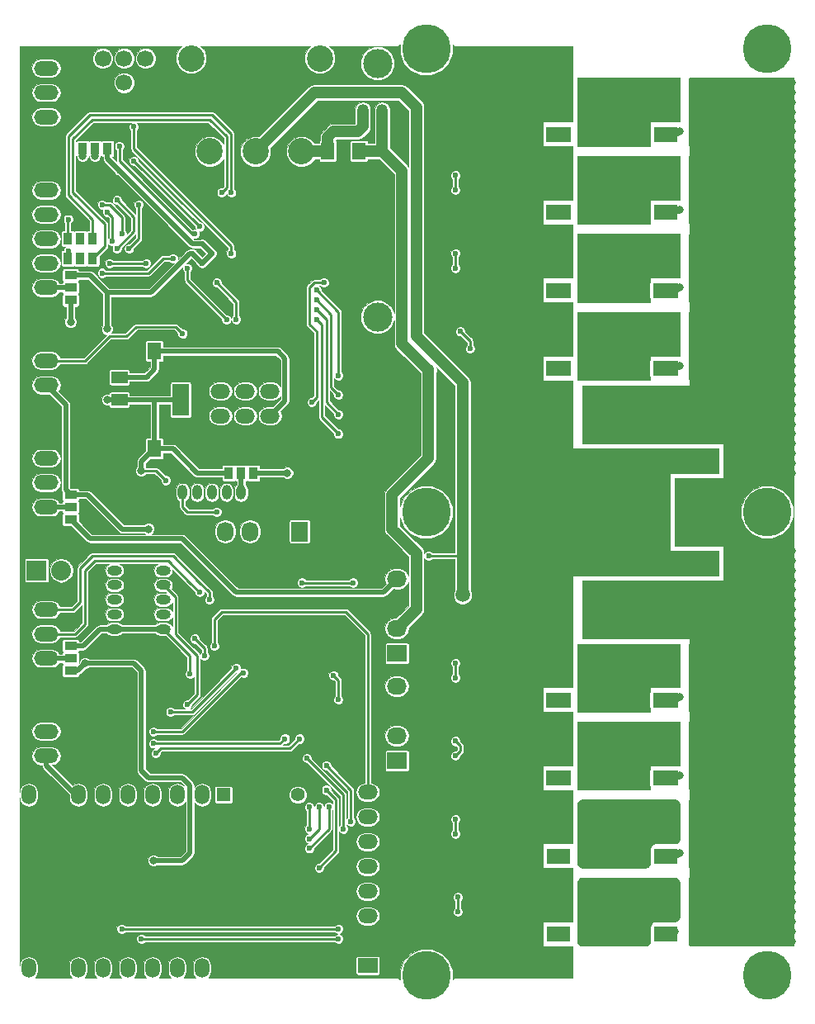
<source format=gbr>
G04 #@! TF.FileFunction,Copper,L2,Bot,Signal*
%FSLAX46Y46*%
G04 Gerber Fmt 4.6, Leading zero omitted, Abs format (unit mm)*
G04 Created by KiCad (PCBNEW 4.0.7) date 12/18/17 20:41:25*
%MOMM*%
%LPD*%
G01*
G04 APERTURE LIST*
%ADD10C,0.100000*%
%ADD11R,2.032000X1.727200*%
%ADD12O,2.032000X1.727200*%
%ADD13R,1.300000X1.300000*%
%ADD14C,1.300000*%
%ADD15O,1.524000X1.000000*%
%ADD16O,1.000000X1.524000*%
%ADD17R,1.700000X1.200000*%
%ADD18R,1.700000X3.300000*%
%ADD19R,2.499360X1.501140*%
%ADD20R,7.000240X7.000240*%
%ADD21R,2.400000X1.500000*%
%ADD22R,1.727200X2.032000*%
%ADD23O,1.727200X2.032000*%
%ADD24O,2.500000X1.500000*%
%ADD25R,1.400000X1.800000*%
%ADD26R,1.800000X1.400000*%
%ADD27R,1.270000X0.965200*%
%ADD28R,0.965200X1.270000*%
%ADD29R,2.000000X1.500000*%
%ADD30O,2.000000X1.500000*%
%ADD31R,2.032000X2.032000*%
%ADD32O,2.032000X2.032000*%
%ADD33C,4.064000*%
%ADD34C,1.700000*%
%ADD35O,1.500000X2.000000*%
%ADD36R,1.397000X1.397000*%
%ADD37C,1.397000*%
%ADD38R,1.200000X1.700000*%
%ADD39O,1.200000X1.700000*%
%ADD40C,2.700000*%
%ADD41C,3.000000*%
%ADD42C,5.000000*%
%ADD43C,0.800000*%
%ADD44C,0.600000*%
%ADD45C,1.500000*%
%ADD46C,0.500000*%
%ADD47C,0.250000*%
%ADD48C,0.800000*%
%ADD49C,1.200000*%
%ADD50C,0.026000*%
G04 APERTURE END LIST*
D10*
D11*
X39000000Y-73500000D03*
D12*
X39000000Y-70960000D03*
X39000000Y-68420000D03*
X39000000Y-65880000D03*
D13*
X71000000Y-58500000D03*
D14*
X71000000Y-53500000D03*
D15*
X10000000Y-61500000D03*
X10000000Y-60000000D03*
X10000000Y-58500000D03*
X10000000Y-57000000D03*
X10000000Y-55500000D03*
X10000000Y-54000000D03*
D16*
X24500000Y-46000000D03*
X23000000Y-46000000D03*
X21500000Y-46000000D03*
X20000000Y-46000000D03*
X18500000Y-46000000D03*
X17000000Y-46000000D03*
D17*
X10500000Y-38800000D03*
X10500000Y-36500000D03*
X10500000Y-34200000D03*
D18*
X16800000Y-36500000D03*
D19*
X55550680Y-9275840D03*
X55550680Y-4724160D03*
D20*
X61449320Y-7000000D03*
D19*
X55550680Y-17275840D03*
X55550680Y-12724160D03*
D20*
X61449320Y-15000000D03*
D19*
X66550680Y-25275840D03*
X66550680Y-20724160D03*
D20*
X72449320Y-23000000D03*
D19*
X55550680Y-25275840D03*
X55550680Y-20724160D03*
D20*
X61449320Y-23000000D03*
D19*
X66550680Y-33275840D03*
X66550680Y-28724160D03*
D20*
X72449320Y-31000000D03*
D19*
X55550680Y-33275840D03*
X55550680Y-28724160D03*
D20*
X61449320Y-31000000D03*
D19*
X66550680Y-67275840D03*
X66550680Y-62724160D03*
D20*
X72449320Y-65000000D03*
D19*
X55550680Y-67275840D03*
X55550680Y-62724160D03*
D20*
X61449320Y-65000000D03*
D19*
X66550680Y-75275840D03*
X66550680Y-70724160D03*
D20*
X72449320Y-73000000D03*
D19*
X55550680Y-75275840D03*
X55550680Y-70724160D03*
D20*
X61449320Y-73000000D03*
D21*
X66550000Y-9300000D03*
X66550000Y-4700000D03*
D20*
X72449320Y-7000000D03*
D21*
X66550000Y-17300000D03*
X66550000Y-12700000D03*
D20*
X72449320Y-15000000D03*
D22*
X29000000Y-50000000D03*
D23*
X26460000Y-50000000D03*
X23920000Y-50000000D03*
X21380000Y-50000000D03*
D13*
X71000000Y-37500000D03*
D14*
X71000000Y-42500000D03*
D13*
X60500000Y-37500000D03*
D14*
X60500000Y-42500000D03*
D13*
X60500000Y-58500000D03*
D14*
X60500000Y-53500000D03*
D24*
X3000000Y-58000000D03*
X3000000Y-60500000D03*
X3000000Y-63000000D03*
X3000000Y-65500000D03*
X3000000Y-15000000D03*
X3000000Y-17500000D03*
X3000000Y-20000000D03*
X3000000Y-22500000D03*
X3000000Y-25000000D03*
X3000000Y-27500000D03*
D25*
X14100000Y-31500000D03*
X10900000Y-31500000D03*
X14100000Y-41500000D03*
X10900000Y-41500000D03*
D26*
X68500000Y-39900000D03*
X68500000Y-43100000D03*
X65500000Y-39900000D03*
X65500000Y-43100000D03*
X62500000Y-39900000D03*
X62500000Y-43100000D03*
D27*
X5500000Y-61730000D03*
X5500000Y-63000000D03*
X5500000Y-64270000D03*
D28*
X24270000Y-44000000D03*
X23000000Y-44000000D03*
X21730000Y-44000000D03*
D27*
X5500000Y-26270000D03*
X5500000Y-25000000D03*
X5500000Y-23730000D03*
D26*
X62500000Y-56600000D03*
X62500000Y-53400000D03*
X68500000Y-56600000D03*
X68500000Y-53400000D03*
X65500000Y-56600000D03*
X65500000Y-53400000D03*
D15*
X15000000Y-61500000D03*
X15000000Y-60000000D03*
X15000000Y-58500000D03*
X15000000Y-57000000D03*
X15000000Y-55500000D03*
X15000000Y-54000000D03*
D29*
X36000000Y-94500000D03*
D30*
X36000000Y-91960000D03*
X36000000Y-89420000D03*
X36000000Y-86880000D03*
X36000000Y-84340000D03*
X36000000Y-81800000D03*
X36000000Y-79260000D03*
X36000000Y-76720000D03*
D25*
X35100000Y-11000000D03*
X31900000Y-11000000D03*
D24*
X3000000Y-70500000D03*
X3000000Y-73000000D03*
D21*
X66550000Y-83300000D03*
X66550000Y-78700000D03*
D20*
X72449320Y-81000000D03*
D21*
X55550000Y-83300000D03*
X55550000Y-78700000D03*
D20*
X61449320Y-81000000D03*
D21*
X66550000Y-91300000D03*
X66550000Y-86700000D03*
D20*
X72449320Y-89000000D03*
D21*
X55550000Y-91300000D03*
X55550000Y-86700000D03*
D20*
X61449320Y-89000000D03*
D24*
X3000000Y-2500000D03*
X3000000Y-5000000D03*
X3000000Y-7500000D03*
X3000000Y-10000000D03*
X3000000Y-42500000D03*
X3000000Y-45000000D03*
X3000000Y-47500000D03*
X3000000Y-50000000D03*
D31*
X2000000Y-54000000D03*
D32*
X4540000Y-54000000D03*
D24*
X3000000Y-32500000D03*
X3000000Y-35000000D03*
X3000000Y-37500000D03*
D11*
X39000000Y-62500000D03*
D12*
X39000000Y-59960000D03*
X39000000Y-57420000D03*
X39000000Y-54880000D03*
D30*
X25960000Y-40700000D03*
X25960000Y-38160000D03*
X25960000Y-35620000D03*
X23420000Y-40700000D03*
X23420000Y-38160000D03*
X23420000Y-35620000D03*
X20880000Y-40700000D03*
X20880000Y-38160000D03*
X20880000Y-35620000D03*
D28*
X6730000Y-10750000D03*
X8000000Y-10750000D03*
X9270000Y-10750000D03*
D27*
X5500000Y-46230000D03*
X5500000Y-47500000D03*
X5500000Y-48770000D03*
D33*
X71000000Y-48000000D03*
X62000000Y-48000000D03*
D34*
X8800000Y-1500000D03*
X11000000Y-1500000D03*
X11000000Y-4000000D03*
X13200000Y-1500000D03*
D35*
X19000000Y-77000000D03*
X16460000Y-77000000D03*
X13920000Y-77000000D03*
X11380000Y-77000000D03*
X8840000Y-77000000D03*
X6300000Y-77000000D03*
X3760000Y-77000000D03*
X1220000Y-77000000D03*
X19000000Y-94780000D03*
X16460000Y-94780000D03*
X13920000Y-94780000D03*
X11380000Y-94780000D03*
X8840000Y-94780000D03*
X6300000Y-94780000D03*
X3760000Y-94780000D03*
X1220000Y-94780000D03*
D14*
X42232233Y-33482233D03*
D10*
G36*
X44919239Y-35250000D02*
X44000000Y-36169239D01*
X43080761Y-35250000D01*
X44000000Y-34330761D01*
X44919239Y-35250000D01*
X44919239Y-35250000D01*
G37*
D28*
X5230000Y-20000000D03*
X6500000Y-20000000D03*
X7770000Y-20000000D03*
X7770000Y-22000000D03*
X6500000Y-22000000D03*
X5230000Y-22000000D03*
D36*
X21190000Y-77000000D03*
D37*
X28810000Y-77000000D03*
D38*
X33500000Y-7000000D03*
D39*
X35500000Y-7000000D03*
X37500000Y-7000000D03*
D40*
X19800000Y-11030000D03*
X24500000Y-11030000D03*
X29200000Y-11030000D03*
X17895000Y-1500000D03*
X31105000Y-1500000D03*
D41*
X37000000Y-28000000D03*
X37000000Y-2000000D03*
D42*
X77000000Y-500000D03*
X42000000Y-500000D03*
X42000000Y-48000000D03*
X77000000Y-95500000D03*
X77000000Y-48000000D03*
X42000000Y-95500000D03*
D43*
X32500000Y-41750000D03*
D44*
X56500000Y-58500000D03*
X54500000Y-58500000D03*
X45500000Y-58500000D03*
X52500000Y-58500000D03*
X52000000Y-37000000D03*
X49250000Y-37000000D03*
X8500000Y-49250000D03*
X23500000Y-63000000D03*
X25250000Y-61250000D03*
X24717157Y-65217157D03*
X20000000Y-58000000D03*
X21250000Y-59250000D03*
D43*
X42250000Y-10750000D03*
X47500000Y-38750000D03*
X66000000Y-49000000D03*
X66000000Y-50000000D03*
X66000000Y-51000000D03*
X62000000Y-52000000D03*
X63500000Y-52000000D03*
X65000000Y-52000000D03*
X66000000Y-48000000D03*
X66000000Y-47000000D03*
X66000000Y-46000000D03*
X66000000Y-45000000D03*
X62000000Y-44000000D03*
X63500000Y-44000000D03*
X65000000Y-44000000D03*
D44*
X19000000Y-86000000D03*
X42000000Y-79000000D03*
X42000000Y-76000000D03*
X42000000Y-73000000D03*
D43*
X23750000Y-83500000D03*
X7000000Y-65500000D03*
D44*
X17000000Y-10500000D03*
X30000000Y-22000000D03*
X34250000Y-22500000D03*
D43*
X42500000Y-82500000D03*
X42500000Y-85000000D03*
X42500000Y-87500000D03*
X42500000Y-90000000D03*
D44*
X40500000Y-75000000D03*
X21500000Y-69500000D03*
X16500000Y-88250000D03*
X16500000Y-85000000D03*
D43*
X20750000Y-22500000D03*
X56100000Y-85000000D03*
D44*
X25000000Y-73250000D03*
X25000000Y-70750000D03*
D43*
X48500000Y-93000000D03*
X52750000Y-45750000D03*
D44*
X9500000Y-44000000D03*
X9500000Y-42000000D03*
D43*
X50500000Y-53000000D03*
X56100000Y-35000000D03*
X30000000Y-57420000D03*
X56000000Y-80500000D03*
X56000000Y-88500000D03*
X56100000Y-77000000D03*
X56100000Y-69000000D03*
X56100000Y-27000000D03*
X56100000Y-19000000D03*
X56100000Y-11000000D03*
X56000000Y-72500000D03*
X56000000Y-64500000D03*
X56000000Y-30500000D03*
X56000000Y-22500000D03*
X56000000Y-14500000D03*
X56000000Y-6500000D03*
D44*
X12000000Y-8500000D03*
X22000000Y-21500000D03*
D43*
X14000000Y-83750000D03*
D44*
X15250000Y-44750000D03*
D43*
X7000000Y-63500000D03*
D44*
X10500000Y-13000000D03*
D43*
X9250000Y-36500000D03*
X9250000Y-29250000D03*
X12750000Y-43750000D03*
D44*
X18000000Y-21500000D03*
X19000000Y-22500000D03*
X19000000Y-20500000D03*
X20000000Y-21500000D03*
D43*
X27750000Y-44000000D03*
X13500000Y-49750000D03*
X6750000Y-11500000D03*
D44*
X17750000Y-64600000D03*
D43*
X5500000Y-28500000D03*
X66500000Y-7500000D03*
X65500000Y-7500000D03*
X66500000Y-6500000D03*
X66500000Y-5500000D03*
X65500000Y-5500000D03*
X65500000Y-6500000D03*
X67500000Y-4500000D03*
X64500000Y-6000000D03*
X62500000Y-5000000D03*
X63500000Y-5000000D03*
X64500000Y-5000000D03*
X61500000Y-5000000D03*
X60500000Y-5000000D03*
X59500000Y-5000000D03*
X58500000Y-8000000D03*
X59500000Y-8000000D03*
X60500000Y-8000000D03*
X61500000Y-8000000D03*
X62500000Y-8000000D03*
X63500000Y-8000000D03*
X64500000Y-8000000D03*
X64500000Y-7000000D03*
X63500000Y-7000000D03*
X62500000Y-7000000D03*
X61500000Y-7000000D03*
X60500000Y-7000000D03*
X59500000Y-7000000D03*
X58500000Y-7000000D03*
X58500000Y-6000000D03*
X59500000Y-6000000D03*
X60500000Y-6000000D03*
X61500000Y-6000000D03*
X62500000Y-6000000D03*
X63500000Y-6000000D03*
X58500000Y-10000000D03*
X59500000Y-10000000D03*
X60500000Y-10000000D03*
X61500000Y-10000000D03*
X62500000Y-10000000D03*
X63500000Y-10000000D03*
X64500000Y-10000000D03*
X64500000Y-9000000D03*
X63500000Y-9000000D03*
X62500000Y-9000000D03*
X61500000Y-9000000D03*
X60500000Y-9000000D03*
X59500000Y-9000000D03*
X58500000Y-9000000D03*
X66500000Y-13500000D03*
X65500000Y-13500000D03*
X66500000Y-14500000D03*
X65500000Y-14500000D03*
X66500000Y-15500000D03*
X65500000Y-15500000D03*
X58500000Y-15000000D03*
X60500000Y-14000000D03*
X59500000Y-14000000D03*
X58500000Y-14000000D03*
X61500000Y-14000000D03*
X62500000Y-14000000D03*
X63500000Y-14000000D03*
X64500000Y-14000000D03*
X64500000Y-13000000D03*
X63500000Y-13000000D03*
X62500000Y-13000000D03*
X61500000Y-13000000D03*
X60500000Y-13000000D03*
X59500000Y-13000000D03*
X60500000Y-16000000D03*
X59500000Y-16000000D03*
X58500000Y-16000000D03*
X61500000Y-16000000D03*
X62500000Y-16000000D03*
X63500000Y-16000000D03*
X64500000Y-16000000D03*
X64500000Y-15000000D03*
X63500000Y-15000000D03*
X62500000Y-15000000D03*
X61500000Y-15000000D03*
X60500000Y-15000000D03*
X59500000Y-15000000D03*
X58500000Y-18000000D03*
X59500000Y-18000000D03*
X60500000Y-18000000D03*
X61500000Y-18000000D03*
X62500000Y-18000000D03*
X63500000Y-18000000D03*
X64500000Y-18000000D03*
X64500000Y-17000000D03*
X63500000Y-17000000D03*
X62500000Y-17000000D03*
X61500000Y-17000000D03*
X60500000Y-17000000D03*
X59500000Y-17000000D03*
X58500000Y-17000000D03*
X67500000Y-12500000D03*
D44*
X20500000Y-48000000D03*
D43*
X68000000Y-9000000D03*
X55500000Y-9000000D03*
X68000000Y-17000000D03*
X55500000Y-17000000D03*
D44*
X42250000Y-52500000D03*
D45*
X45750000Y-56500000D03*
D43*
X79500000Y-30000000D03*
X79500000Y-31000000D03*
X79500000Y-32000000D03*
X79500000Y-33000000D03*
X79500000Y-34000000D03*
X79500000Y-35000000D03*
X79500000Y-36000000D03*
X79500000Y-37000000D03*
X79500000Y-38000000D03*
X79500000Y-39000000D03*
X79500000Y-40000000D03*
X79500000Y-41000000D03*
X79500000Y-42000000D03*
X79500000Y-43000000D03*
X79500000Y-44000000D03*
X78500000Y-44000000D03*
X77500000Y-44000000D03*
X79500000Y-4000000D03*
X79500000Y-5000000D03*
X79500000Y-6000000D03*
X79500000Y-7000000D03*
X79500000Y-8000000D03*
X79500000Y-9000000D03*
X79500000Y-29000000D03*
X79500000Y-28000000D03*
X79500000Y-27000000D03*
X79500000Y-26000000D03*
X79500000Y-25000000D03*
X79500000Y-24000000D03*
X79500000Y-23000000D03*
X79500000Y-22000000D03*
X79500000Y-21000000D03*
X79500000Y-20000000D03*
X79500000Y-19000000D03*
X79500000Y-18000000D03*
X79500000Y-17000000D03*
X79500000Y-16000000D03*
X79500000Y-15000000D03*
X79500000Y-14000000D03*
X79500000Y-13000000D03*
X79500000Y-12000000D03*
X79500000Y-11000000D03*
X79500000Y-10000000D03*
X74500000Y-44000000D03*
X75500000Y-44000000D03*
X76500000Y-44000000D03*
X79500000Y-55000000D03*
X79500000Y-54000000D03*
X79500000Y-53000000D03*
X79500000Y-52000000D03*
X79500000Y-76000000D03*
X79500000Y-75000000D03*
X79500000Y-74000000D03*
X79500000Y-73000000D03*
X79500000Y-72000000D03*
X79500000Y-71000000D03*
X79500000Y-70000000D03*
X79500000Y-69000000D03*
X79500000Y-84000000D03*
X79500000Y-85000000D03*
X79500000Y-86000000D03*
X79500000Y-87000000D03*
X79500000Y-88000000D03*
X79500000Y-89000000D03*
X79500000Y-90000000D03*
X79500000Y-91000000D03*
X79500000Y-92000000D03*
X79500000Y-77000000D03*
X79500000Y-78000000D03*
X79500000Y-79000000D03*
X79500000Y-80000000D03*
X79500000Y-81000000D03*
X79500000Y-82000000D03*
X79500000Y-83000000D03*
X79500000Y-63000000D03*
X79500000Y-64000000D03*
X79500000Y-65000000D03*
X79500000Y-66000000D03*
X79500000Y-67000000D03*
X79500000Y-68000000D03*
X79500000Y-62000000D03*
X79500000Y-56000000D03*
X79500000Y-57000000D03*
X79500000Y-58000000D03*
X79500000Y-59000000D03*
X79500000Y-60000000D03*
X79500000Y-61000000D03*
X74500000Y-52000000D03*
X75500000Y-52000000D03*
X76500000Y-52000000D03*
X77500000Y-52000000D03*
X78500000Y-52000000D03*
X68000000Y-51000000D03*
X68000000Y-50000000D03*
X68000000Y-49000000D03*
X68000000Y-45000000D03*
X68000000Y-46000000D03*
X68000000Y-47000000D03*
X68000000Y-48000000D03*
X69500000Y-85000000D03*
X70500000Y-85000000D03*
X71500000Y-85000000D03*
X72500000Y-85000000D03*
X75500000Y-85000000D03*
X74500000Y-85000000D03*
X73500000Y-85000000D03*
X69500000Y-35000000D03*
X69500000Y-27000000D03*
X69500000Y-19000000D03*
X75500000Y-11000000D03*
X74500000Y-11000000D03*
X73500000Y-11000000D03*
X72500000Y-11000000D03*
X71500000Y-11000000D03*
X70500000Y-11000000D03*
X69500000Y-11000000D03*
X75500000Y-61000000D03*
X74500000Y-61000000D03*
X73500000Y-61000000D03*
X72500000Y-61000000D03*
X71500000Y-61000000D03*
X70500000Y-61000000D03*
X69500000Y-61000000D03*
X69500000Y-69000000D03*
X75500000Y-77000000D03*
X74500000Y-77000000D03*
X73500000Y-77000000D03*
X72500000Y-77000000D03*
X71500000Y-77000000D03*
X70500000Y-77000000D03*
X69500000Y-77000000D03*
X70500000Y-19000000D03*
X71500000Y-19000000D03*
X72500000Y-19000000D03*
X73500000Y-19000000D03*
X74500000Y-19000000D03*
X75500000Y-19000000D03*
X70500000Y-27000000D03*
X71500000Y-27000000D03*
X72500000Y-27000000D03*
X73500000Y-27000000D03*
X74500000Y-27000000D03*
X75500000Y-27000000D03*
X70500000Y-35000000D03*
X71500000Y-35000000D03*
X72500000Y-35000000D03*
X73500000Y-35000000D03*
X74500000Y-35000000D03*
X75500000Y-35000000D03*
X70500000Y-69000000D03*
X71500000Y-69000000D03*
X72500000Y-69000000D03*
X73500000Y-69000000D03*
X74500000Y-69000000D03*
X75500000Y-69000000D03*
X66500000Y-21500000D03*
X65500000Y-21500000D03*
X66500000Y-22500000D03*
X65500000Y-22500000D03*
X66500000Y-23500000D03*
X65500000Y-23500000D03*
X58500000Y-23000000D03*
X60500000Y-22000000D03*
X59500000Y-22000000D03*
X58500000Y-22000000D03*
X61500000Y-22000000D03*
X62500000Y-22000000D03*
X63500000Y-22000000D03*
X64500000Y-22000000D03*
X64500000Y-21000000D03*
X63500000Y-21000000D03*
X62500000Y-21000000D03*
X61500000Y-21000000D03*
X60500000Y-21000000D03*
X59500000Y-21000000D03*
X60500000Y-24000000D03*
X59500000Y-24000000D03*
X58500000Y-24000000D03*
X61500000Y-24000000D03*
X62500000Y-24000000D03*
X63500000Y-24000000D03*
X64500000Y-24000000D03*
X64500000Y-23000000D03*
X63500000Y-23000000D03*
X62500000Y-23000000D03*
X61500000Y-23000000D03*
X60500000Y-23000000D03*
X59500000Y-23000000D03*
X58500000Y-26000000D03*
X59500000Y-26000000D03*
X60500000Y-26000000D03*
X61500000Y-26000000D03*
X62500000Y-26000000D03*
X63500000Y-26000000D03*
X64500000Y-26000000D03*
X64500000Y-25000000D03*
X63500000Y-25000000D03*
X62500000Y-25000000D03*
X61500000Y-25000000D03*
X60500000Y-25000000D03*
X59500000Y-25000000D03*
X58500000Y-25000000D03*
X67500000Y-20500000D03*
X66500000Y-29500000D03*
X65500000Y-29500000D03*
X66500000Y-30500000D03*
X65500000Y-30500000D03*
X66500000Y-31500000D03*
X65500000Y-31500000D03*
X64500000Y-30000000D03*
X64500000Y-29000000D03*
X63500000Y-29000000D03*
X62500000Y-29000000D03*
X61500000Y-29000000D03*
X60500000Y-29000000D03*
X59500000Y-29000000D03*
X61500000Y-30000000D03*
X58500000Y-34000000D03*
X59500000Y-34000000D03*
X60500000Y-34000000D03*
X61500000Y-34000000D03*
X62500000Y-34000000D03*
X63500000Y-34000000D03*
X64500000Y-34000000D03*
X64500000Y-33000000D03*
X63500000Y-33000000D03*
X62500000Y-33000000D03*
X61500000Y-33000000D03*
X60500000Y-33000000D03*
X59500000Y-33000000D03*
X58500000Y-33000000D03*
X58500000Y-32000000D03*
X59500000Y-32000000D03*
X60500000Y-32000000D03*
X61500000Y-32000000D03*
X62500000Y-32000000D03*
X63500000Y-32000000D03*
X64500000Y-32000000D03*
X64500000Y-31000000D03*
X63500000Y-31000000D03*
X62500000Y-31000000D03*
X61500000Y-31000000D03*
X60500000Y-31000000D03*
X59500000Y-31000000D03*
X58500000Y-31000000D03*
X58500000Y-30000000D03*
X59500000Y-30000000D03*
X60500000Y-30000000D03*
X62500000Y-30000000D03*
X63500000Y-30000000D03*
X67500000Y-28500000D03*
X67500000Y-62500000D03*
X66500000Y-63500000D03*
X65500000Y-63500000D03*
X66500000Y-64500000D03*
X65500000Y-64500000D03*
X66500000Y-65500000D03*
X65500000Y-65500000D03*
X59500000Y-65000000D03*
X58500000Y-65000000D03*
X58500000Y-64000000D03*
X59500000Y-64000000D03*
X60500000Y-64000000D03*
X61500000Y-64000000D03*
X62500000Y-64000000D03*
X63500000Y-64000000D03*
X64500000Y-64000000D03*
X64500000Y-63000000D03*
X63500000Y-63000000D03*
X62500000Y-63000000D03*
X61500000Y-63000000D03*
X60500000Y-63000000D03*
X59500000Y-63000000D03*
X58500000Y-66000000D03*
X59500000Y-66000000D03*
X60500000Y-66000000D03*
X61500000Y-66000000D03*
X62500000Y-66000000D03*
X63500000Y-66000000D03*
X64500000Y-66000000D03*
X64500000Y-65000000D03*
X63500000Y-65000000D03*
X62500000Y-65000000D03*
X61500000Y-65000000D03*
X60500000Y-65000000D03*
X58500000Y-68000000D03*
X59500000Y-68000000D03*
X60500000Y-68000000D03*
X61500000Y-68000000D03*
X62500000Y-68000000D03*
X63500000Y-68000000D03*
X64500000Y-68000000D03*
X64500000Y-67000000D03*
X63500000Y-67000000D03*
X62500000Y-67000000D03*
X61500000Y-67000000D03*
X60500000Y-67000000D03*
X59500000Y-67000000D03*
X58500000Y-67000000D03*
X63500000Y-75000000D03*
X62500000Y-75000000D03*
X66500000Y-71500000D03*
X65500000Y-71500000D03*
X66500000Y-72500000D03*
X65500000Y-72500000D03*
X66500000Y-73500000D03*
X65500000Y-73500000D03*
X61500000Y-75000000D03*
X60500000Y-75000000D03*
X59500000Y-75000000D03*
X58500000Y-75000000D03*
X58500000Y-74000000D03*
X59500000Y-74000000D03*
X60500000Y-74000000D03*
X61500000Y-74000000D03*
X62500000Y-74000000D03*
X63500000Y-74000000D03*
X64500000Y-74000000D03*
X64500000Y-73000000D03*
X63500000Y-73000000D03*
X62500000Y-73000000D03*
X61500000Y-73000000D03*
X60500000Y-73000000D03*
X59500000Y-73000000D03*
X58500000Y-73000000D03*
X58500000Y-72000000D03*
X59500000Y-72000000D03*
X60500000Y-72000000D03*
X61500000Y-72000000D03*
X62500000Y-72000000D03*
X63500000Y-72000000D03*
X64500000Y-72000000D03*
X64500000Y-71000000D03*
X63500000Y-71000000D03*
X62500000Y-71000000D03*
X61500000Y-71000000D03*
X60500000Y-71000000D03*
X59500000Y-71000000D03*
X58500000Y-76000000D03*
X59500000Y-76000000D03*
X60500000Y-76000000D03*
X61500000Y-76000000D03*
X62500000Y-76000000D03*
X63500000Y-76000000D03*
X64500000Y-76000000D03*
X64500000Y-75000000D03*
X67500000Y-70500000D03*
X68000000Y-25000000D03*
X55500000Y-25000000D03*
X68000000Y-33000000D03*
X55500000Y-33000000D03*
X68000000Y-67000000D03*
X55500000Y-67000000D03*
X68000000Y-75000000D03*
X55500000Y-75000000D03*
D44*
X10750000Y-90750000D03*
X33000000Y-90750000D03*
X18750000Y-56250000D03*
X12750000Y-91750000D03*
X33000000Y-91750000D03*
X19750000Y-57000000D03*
X19250000Y-62750000D03*
X18250000Y-61000000D03*
X11500000Y-21000000D03*
X12500000Y-16500000D03*
X10250000Y-21000000D03*
X10250000Y-16000000D03*
X29250000Y-55250000D03*
X34500000Y-55250000D03*
X27500000Y-71250000D03*
X14000000Y-71750000D03*
X29000000Y-71250000D03*
X14250000Y-72750000D03*
X31000000Y-78250000D03*
X30000000Y-81500000D03*
X17500000Y-67750000D03*
X32500000Y-64750000D03*
X30000000Y-82500000D03*
X33000000Y-67250000D03*
X32000000Y-78250000D03*
X22500000Y-28250000D03*
X20500000Y-24500000D03*
X20250000Y-61750000D03*
X9250000Y-17250000D03*
X9750000Y-20250000D03*
X5250000Y-21250000D03*
X5250000Y-18000000D03*
X8750000Y-16500000D03*
X10750000Y-19500000D03*
X30750000Y-28250000D03*
X33000000Y-40000000D03*
X30750000Y-27250000D03*
X33000000Y-38000000D03*
X30750000Y-26250000D03*
X33000000Y-36000000D03*
D43*
X68000000Y-83000000D03*
D44*
X15750000Y-68500000D03*
X22500000Y-64000000D03*
X23250000Y-64500000D03*
X14000000Y-70500000D03*
D43*
X65500000Y-81500000D03*
X65500000Y-80500000D03*
X59500000Y-81000000D03*
X58500000Y-81000000D03*
X58500000Y-80000000D03*
X60500000Y-81000000D03*
X61500000Y-81000000D03*
X62500000Y-81000000D03*
X63500000Y-81000000D03*
X64500000Y-81000000D03*
X64500000Y-82000000D03*
X63500000Y-82000000D03*
X62500000Y-82000000D03*
X61500000Y-82000000D03*
X60500000Y-82000000D03*
X59500000Y-82000000D03*
X58500000Y-82000000D03*
X58500000Y-83000000D03*
X59500000Y-83000000D03*
X60500000Y-83000000D03*
X61500000Y-83000000D03*
X62500000Y-83000000D03*
X63500000Y-83000000D03*
X64500000Y-83000000D03*
X64500000Y-84000000D03*
X63500000Y-84000000D03*
X62500000Y-84000000D03*
X61500000Y-84000000D03*
X60500000Y-84000000D03*
X59500000Y-84000000D03*
X58500000Y-84000000D03*
X64500000Y-80000000D03*
X63500000Y-80000000D03*
X62500000Y-80000000D03*
X61500000Y-80000000D03*
X60500000Y-80000000D03*
X59500000Y-80000000D03*
X66500000Y-81500000D03*
X66500000Y-80500000D03*
X66500000Y-79500000D03*
X65500000Y-79500000D03*
X59500000Y-79000000D03*
X60500000Y-79000000D03*
X61500000Y-79000000D03*
X62500000Y-79000000D03*
X63500000Y-79000000D03*
X64500000Y-79000000D03*
X67500000Y-78500000D03*
X66500000Y-89500000D03*
X65500000Y-89500000D03*
X65500000Y-88500000D03*
X66500000Y-88500000D03*
X66500000Y-87500000D03*
X65500000Y-87500000D03*
X63500000Y-89000000D03*
X64500000Y-89000000D03*
X64500000Y-90000000D03*
X63500000Y-90000000D03*
X62500000Y-90000000D03*
X61500000Y-90000000D03*
X60500000Y-90000000D03*
X59500000Y-90000000D03*
X58500000Y-90000000D03*
X58500000Y-91000000D03*
X59500000Y-91000000D03*
X60500000Y-91000000D03*
X61500000Y-91000000D03*
X62500000Y-91000000D03*
X63500000Y-91000000D03*
X64500000Y-91000000D03*
X64500000Y-92000000D03*
X63500000Y-92000000D03*
X62500000Y-92000000D03*
X61500000Y-92000000D03*
X60500000Y-92000000D03*
X59500000Y-92000000D03*
X58500000Y-92000000D03*
X59500000Y-87000000D03*
X60500000Y-87000000D03*
X61500000Y-87000000D03*
X62500000Y-87000000D03*
X63500000Y-87000000D03*
X64500000Y-87000000D03*
X64500000Y-88000000D03*
X63500000Y-88000000D03*
X62500000Y-88000000D03*
X61500000Y-88000000D03*
X60500000Y-88000000D03*
X59500000Y-88000000D03*
X58500000Y-88000000D03*
X58500000Y-89000000D03*
X59500000Y-89000000D03*
X60500000Y-89000000D03*
X61500000Y-89000000D03*
X62500000Y-89000000D03*
X67500000Y-86500000D03*
D44*
X18750000Y-18750000D03*
X12000000Y-12000000D03*
X10500000Y-10500000D03*
X18250000Y-19500000D03*
D43*
X55500000Y-83000000D03*
X67500000Y-91000000D03*
X55500000Y-91000000D03*
D44*
X46500000Y-31250000D03*
X45500000Y-29500000D03*
X21500000Y-28250000D03*
X17500000Y-23000000D03*
X45000000Y-65000000D03*
X45000000Y-63500000D03*
X45250000Y-89000000D03*
X45250000Y-87500000D03*
X45000000Y-71500000D03*
X45000000Y-73000000D03*
X45000000Y-21500000D03*
X45000000Y-23000000D03*
X45000000Y-15000000D03*
X45000000Y-13500000D03*
X45000000Y-79500000D03*
X45000000Y-81000000D03*
X9500000Y-22500000D03*
X13250000Y-22500000D03*
X16000000Y-22000000D03*
X8750000Y-23500000D03*
X17000000Y-29750000D03*
X30250000Y-36750000D03*
X31500000Y-24500000D03*
X30750000Y-25250000D03*
X33000000Y-34000000D03*
D43*
X8000000Y-11500000D03*
D44*
X30000000Y-80500000D03*
X30000000Y-78250000D03*
X31000000Y-84500000D03*
X31750000Y-76500000D03*
X29750000Y-73250000D03*
X33500000Y-80500000D03*
X31750000Y-74000000D03*
X34250000Y-79750000D03*
X6500000Y-20000000D03*
X22000000Y-15250000D03*
X21000000Y-15250000D03*
X6500000Y-22000000D03*
D46*
X28250000Y-30750000D02*
X16250000Y-30750000D01*
X12650000Y-29750000D02*
X15250000Y-29750000D01*
X15250000Y-29750000D02*
X16250000Y-30750000D01*
X12650000Y-29750000D02*
X10900000Y-31500000D01*
X25960000Y-40700000D02*
X28250000Y-38410000D01*
X28250000Y-26750000D02*
X24000000Y-22500000D01*
X28250000Y-38410000D02*
X28250000Y-30750000D01*
X28250000Y-30750000D02*
X28250000Y-26750000D01*
X27010000Y-41750000D02*
X25960000Y-40700000D01*
X32500000Y-41750000D02*
X27010000Y-41750000D01*
D47*
X52500000Y-58500000D02*
X54500000Y-58500000D01*
X50500000Y-53000000D02*
X50500000Y-56500000D01*
X50500000Y-56500000D02*
X52500000Y-58500000D01*
X47500000Y-37000000D02*
X49250000Y-37000000D01*
X25250000Y-61250000D02*
X23250000Y-59250000D01*
X24717157Y-65217157D02*
X24717157Y-64217157D01*
X24717157Y-64217157D02*
X23500000Y-63000000D01*
X23250000Y-59250000D02*
X21250000Y-59250000D01*
D46*
X42250000Y-29500000D02*
X47500000Y-34750000D01*
X42250000Y-10750000D02*
X42250000Y-29500000D01*
X47500000Y-38750000D02*
X47500000Y-37000000D01*
X47500000Y-37000000D02*
X47500000Y-34750000D01*
D48*
X30000000Y-57420000D02*
X22170000Y-57420000D01*
X4750000Y-51750000D02*
X3000000Y-50000000D01*
X16500000Y-51750000D02*
X4750000Y-51750000D01*
X22170000Y-57420000D02*
X16500000Y-51750000D01*
X39000000Y-68420000D02*
X41000000Y-70420000D01*
X41000000Y-70420000D02*
X41000000Y-86960000D01*
X41000000Y-86960000D02*
X36000000Y-91960000D01*
X55550680Y-62724160D02*
X46724160Y-62724160D01*
X41000000Y-66420000D02*
X39000000Y-68420000D01*
X41000000Y-63500000D02*
X41000000Y-66420000D01*
X43000000Y-61500000D02*
X41000000Y-63500000D01*
X45500000Y-61500000D02*
X43000000Y-61500000D01*
X46724160Y-62724160D02*
X45500000Y-61500000D01*
D46*
X66000000Y-51000000D02*
X65000000Y-52000000D01*
X66000000Y-50000000D02*
X66000000Y-51000000D01*
X66000000Y-48000000D02*
X66000000Y-49000000D01*
X63500000Y-52000000D02*
X62000000Y-52000000D01*
X66000000Y-47000000D02*
X66000000Y-46000000D01*
X65000000Y-44000000D02*
X63500000Y-44000000D01*
D47*
X19000000Y-86000000D02*
X19000000Y-85000000D01*
X41000000Y-73000000D02*
X42000000Y-73000000D01*
X42000000Y-76000000D02*
X42000000Y-79000000D01*
D46*
X24000000Y-22500000D02*
X22750000Y-22500000D01*
D48*
X3760000Y-94780000D02*
X3760000Y-88740000D01*
X3760000Y-88740000D02*
X7500000Y-85000000D01*
D46*
X62000000Y-48000000D02*
X66000000Y-48000000D01*
X23750000Y-83500000D02*
X23750000Y-85000000D01*
X23750000Y-85000000D02*
X23750000Y-84750000D01*
X23750000Y-84750000D02*
X23750000Y-85000000D01*
X3000000Y-65500000D02*
X7000000Y-65500000D01*
D47*
X17000000Y-15000000D02*
X17000000Y-10500000D01*
X17000000Y-15000000D02*
X22750000Y-20750000D01*
X22750000Y-22500000D02*
X22750000Y-20750000D01*
X30500000Y-22500000D02*
X30000000Y-22000000D01*
X34250000Y-22500000D02*
X30500000Y-22500000D01*
D46*
X10500000Y-38800000D02*
X8250000Y-38800000D01*
X8500000Y-38500000D02*
X8250000Y-38500000D01*
X8500000Y-38550000D02*
X8500000Y-38500000D01*
X8250000Y-38800000D02*
X8500000Y-38550000D01*
X10900000Y-31500000D02*
X9000000Y-31500000D01*
X9000000Y-31500000D02*
X8250000Y-32250000D01*
X8250000Y-32250000D02*
X8250000Y-38500000D01*
X9000000Y-41500000D02*
X10900000Y-41500000D01*
X8250000Y-38500000D02*
X8250000Y-40750000D01*
X8250000Y-40750000D02*
X9000000Y-41500000D01*
D47*
X42500000Y-85000000D02*
X42500000Y-82500000D01*
X42500000Y-90000000D02*
X42500000Y-87500000D01*
X40750000Y-75000000D02*
X41000000Y-75250000D01*
X40500000Y-75000000D02*
X40750000Y-75000000D01*
D48*
X41000000Y-86960000D02*
X41000000Y-78000000D01*
X41000000Y-78000000D02*
X41000000Y-75250000D01*
X36000000Y-91960000D02*
X41000000Y-86960000D01*
X41000000Y-75250000D02*
X41000000Y-73000000D01*
X16500000Y-85000000D02*
X19000000Y-85000000D01*
X19000000Y-85000000D02*
X20000000Y-85000000D01*
X20000000Y-85000000D02*
X23750000Y-85000000D01*
X23750000Y-85000000D02*
X29040000Y-85000000D01*
X29040000Y-85000000D02*
X36000000Y-91960000D01*
X16500000Y-85000000D02*
X7500000Y-85000000D01*
D47*
X16500000Y-85000000D02*
X16500000Y-88250000D01*
D48*
X3760000Y-77000000D02*
X3760000Y-81260000D01*
X3760000Y-81260000D02*
X7500000Y-85000000D01*
D46*
X20750000Y-22500000D02*
X22750000Y-22500000D01*
X55550000Y-86700000D02*
X55550000Y-85550000D01*
X55550000Y-85550000D02*
X56100000Y-85000000D01*
X53000000Y-88500000D02*
X56000000Y-88500000D01*
X48500000Y-93000000D02*
X53000000Y-88500000D01*
X57250000Y-45750000D02*
X60500000Y-42500000D01*
X52750000Y-45750000D02*
X57250000Y-45750000D01*
D47*
X9500000Y-42000000D02*
X9500000Y-44000000D01*
D46*
X51000000Y-53500000D02*
X60500000Y-53500000D01*
X50500000Y-53000000D02*
X51000000Y-53500000D01*
X56000000Y-30500000D02*
X54000000Y-30500000D01*
X53250000Y-31250000D02*
X54000000Y-30500000D01*
X53250000Y-34500000D02*
X53250000Y-31250000D01*
X53750000Y-35000000D02*
X53250000Y-34500000D01*
X53750000Y-35000000D02*
X56100000Y-35000000D01*
D48*
X39000000Y-68420000D02*
X39420000Y-68420000D01*
X39000000Y-68420000D02*
X37000000Y-66420000D01*
D46*
X39000000Y-57420000D02*
X36670000Y-57420000D01*
D48*
X37000000Y-66420000D02*
X37000000Y-57420000D01*
X37000000Y-57420000D02*
X36670000Y-57420000D01*
D46*
X15000000Y-61500000D02*
X10000000Y-61500000D01*
D48*
X30000000Y-57420000D02*
X39000000Y-57420000D01*
X3000000Y-65500000D02*
X1000000Y-67500000D01*
X1000000Y-74240000D02*
X3760000Y-77000000D01*
X1000000Y-67500000D02*
X1000000Y-74240000D01*
X3000000Y-37500000D02*
X1000000Y-39500000D01*
X1000000Y-48000000D02*
X3000000Y-50000000D01*
X1000000Y-39500000D02*
X1000000Y-48000000D01*
X3000000Y-27500000D02*
X1000000Y-29500000D01*
X1000000Y-35500000D02*
X3000000Y-37500000D01*
X1000000Y-29500000D02*
X1000000Y-35500000D01*
X3000000Y-10000000D02*
X1000000Y-12000000D01*
X1000000Y-25500000D02*
X3000000Y-27500000D01*
X1000000Y-12000000D02*
X1000000Y-25500000D01*
D46*
X55550000Y-78700000D02*
X55550000Y-80050000D01*
X55550000Y-80050000D02*
X56000000Y-80500000D01*
X55550000Y-86700000D02*
X55550000Y-88050000D01*
X55550000Y-88050000D02*
X56000000Y-88500000D01*
X55550000Y-78700000D02*
X55550000Y-77550000D01*
X55550000Y-77550000D02*
X56100000Y-77000000D01*
X55550680Y-70724160D02*
X55550680Y-69549320D01*
X55550680Y-69549320D02*
X56100000Y-69000000D01*
X55550680Y-29449320D02*
X55550680Y-27549320D01*
X55550680Y-27549320D02*
X56100000Y-27000000D01*
X55550680Y-20724160D02*
X55550680Y-19549320D01*
X55550680Y-19549320D02*
X56100000Y-19000000D01*
X55550680Y-12724160D02*
X55550680Y-11549320D01*
X55550680Y-11549320D02*
X56100000Y-11000000D01*
X55550680Y-70724160D02*
X55550680Y-72050680D01*
X55550680Y-72050680D02*
X56000000Y-72500000D01*
X55550680Y-62724160D02*
X55550680Y-64050680D01*
X55550680Y-64050680D02*
X56000000Y-64500000D01*
X55550680Y-28724160D02*
X55550680Y-29500000D01*
X55550680Y-29500000D02*
X55550680Y-30050680D01*
X55550680Y-30050680D02*
X56000000Y-30500000D01*
X55550680Y-20724160D02*
X55550680Y-22050680D01*
X55550680Y-22050680D02*
X56000000Y-22500000D01*
X55550680Y-12724160D02*
X55550680Y-14050680D01*
X55550680Y-14050680D02*
X56000000Y-14500000D01*
X56000000Y-6500000D02*
X56000000Y-5173480D01*
X55550680Y-4724160D02*
X56000000Y-5173480D01*
D47*
X22000000Y-21500000D02*
X22000000Y-20750000D01*
X22000000Y-20750000D02*
X12000000Y-10750000D01*
X12000000Y-10750000D02*
X12000000Y-8500000D01*
D46*
X17000000Y-75250000D02*
X17750000Y-76000000D01*
X12750000Y-74500000D02*
X13500000Y-75250000D01*
X17000000Y-83750000D02*
X14000000Y-83750000D01*
X13500000Y-75250000D02*
X17000000Y-75250000D01*
X17750000Y-76000000D02*
X17750000Y-83000000D01*
X17750000Y-83000000D02*
X17000000Y-83750000D01*
X18000000Y-21500000D02*
X17750000Y-21500000D01*
X17750000Y-21500000D02*
X13750000Y-25500000D01*
X9270000Y-10750000D02*
X9270000Y-11770000D01*
X9270000Y-11770000D02*
X10500000Y-13000000D01*
X21730000Y-44000000D02*
X18500000Y-44000000D01*
X18500000Y-44000000D02*
X16000000Y-41500000D01*
X13750000Y-25500000D02*
X9250000Y-25500000D01*
X7000000Y-63500000D02*
X12000000Y-63500000D01*
X12000000Y-63500000D02*
X12750000Y-64250000D01*
X12750000Y-64250000D02*
X12750000Y-74500000D01*
D47*
X12750000Y-43750000D02*
X14250000Y-43750000D01*
X14250000Y-43750000D02*
X15250000Y-44750000D01*
D46*
X5500000Y-64270000D02*
X6230000Y-64270000D01*
X6230000Y-64270000D02*
X7000000Y-63500000D01*
X18000000Y-20500000D02*
X19000000Y-20500000D01*
X10500000Y-13000000D02*
X18000000Y-20500000D01*
X5500000Y-23730000D02*
X7480000Y-23730000D01*
X7480000Y-23730000D02*
X9250000Y-25500000D01*
X9250000Y-36500000D02*
X10500000Y-36500000D01*
X9250000Y-25500000D02*
X9250000Y-29250000D01*
X14100000Y-41500000D02*
X14100000Y-36500000D01*
X14100000Y-36500000D02*
X14000000Y-36500000D01*
X16800000Y-36500000D02*
X14000000Y-36500000D01*
X14000000Y-36500000D02*
X10500000Y-36500000D01*
X14100000Y-41500000D02*
X16000000Y-41500000D01*
X12750000Y-43750000D02*
X12750000Y-42850000D01*
X12750000Y-42850000D02*
X14100000Y-41500000D01*
X19000000Y-22500000D02*
X18000000Y-21500000D01*
X20000000Y-21500000D02*
X19000000Y-22500000D01*
X19000000Y-20500000D02*
X20000000Y-21500000D01*
X24270000Y-44000000D02*
X27750000Y-44000000D01*
X7230000Y-46230000D02*
X10750000Y-49750000D01*
X10750000Y-49750000D02*
X13500000Y-49750000D01*
X7230000Y-46230000D02*
X5500000Y-46230000D01*
X6730000Y-10750000D02*
X6730000Y-11480000D01*
X6730000Y-11480000D02*
X6750000Y-11500000D01*
D47*
X15000000Y-60000000D02*
X17750000Y-62750000D01*
X17750000Y-62750000D02*
X17750000Y-64600000D01*
D46*
X25960000Y-38160000D02*
X27500000Y-36620000D01*
X27500000Y-36620000D02*
X27500000Y-32250000D01*
X27500000Y-32250000D02*
X26750000Y-31500000D01*
X26750000Y-31500000D02*
X14100000Y-31500000D01*
X10500000Y-34200000D02*
X13300000Y-34200000D01*
X13300000Y-34200000D02*
X14100000Y-33400000D01*
X14100000Y-33400000D02*
X14100000Y-31500000D01*
X5500000Y-46230000D02*
X5000000Y-45730000D01*
X5000000Y-43250000D02*
X5000000Y-37000000D01*
X5000000Y-37000000D02*
X3000000Y-35000000D01*
X5000000Y-45730000D02*
X5000000Y-43250000D01*
X5500000Y-46230000D02*
X5520000Y-46250000D01*
X5500000Y-28500000D02*
X5500000Y-26270000D01*
X10000000Y-60000000D02*
X15000000Y-60000000D01*
X5500000Y-61730000D02*
X6770000Y-61730000D01*
X8500000Y-60000000D02*
X10000000Y-60000000D01*
X6770000Y-61730000D02*
X8500000Y-60000000D01*
X65500000Y-7500000D02*
X66500000Y-7500000D01*
X65500000Y-7500000D02*
X65500000Y-6500000D01*
X66500000Y-6500000D02*
X65500000Y-6500000D01*
X67500000Y-4500000D02*
X67300000Y-4700000D01*
X67300000Y-4700000D02*
X66550000Y-4700000D01*
X63500000Y-6000000D02*
X64500000Y-6000000D01*
X64500000Y-5000000D02*
X63500000Y-5000000D01*
X62500000Y-5000000D02*
X61500000Y-5000000D01*
X60500000Y-5000000D02*
X59500000Y-5000000D01*
X61449320Y-7000000D02*
X59500000Y-7000000D01*
X59500000Y-7000000D02*
X58500000Y-8000000D01*
X59500000Y-8000000D02*
X60500000Y-8000000D01*
X61500000Y-8000000D02*
X62500000Y-8000000D01*
X63500000Y-8000000D02*
X64500000Y-8000000D01*
X64500000Y-7000000D02*
X63500000Y-7000000D01*
X62500000Y-7000000D02*
X61500000Y-7000000D01*
X60500000Y-7000000D02*
X59500000Y-7000000D01*
X58500000Y-7000000D02*
X58500000Y-6000000D01*
X59500000Y-6000000D02*
X60500000Y-6000000D01*
X61500000Y-6000000D02*
X62500000Y-6000000D01*
X61449320Y-7000000D02*
X61449320Y-7050680D01*
X61449320Y-7050680D02*
X58500000Y-10000000D01*
X59500000Y-10000000D02*
X60500000Y-10000000D01*
X61500000Y-10000000D02*
X62500000Y-10000000D01*
X63500000Y-10000000D02*
X64500000Y-10000000D01*
X64500000Y-9000000D02*
X63500000Y-9000000D01*
X62500000Y-9000000D02*
X61500000Y-9000000D01*
X60500000Y-9000000D02*
X59500000Y-9000000D01*
X58500000Y-9000000D02*
X61449320Y-7000000D01*
X67500000Y-5000000D02*
X67200000Y-4700000D01*
X67200000Y-4700000D02*
X66550000Y-4700000D01*
X66500000Y-14500000D02*
X65500000Y-14500000D01*
X65500000Y-15500000D02*
X66500000Y-15500000D01*
X59500000Y-15000000D02*
X58500000Y-15000000D01*
X58500000Y-14000000D02*
X59500000Y-14000000D01*
X60500000Y-14000000D02*
X61500000Y-14000000D01*
X62500000Y-14000000D02*
X63500000Y-14000000D01*
X64500000Y-14000000D02*
X64500000Y-13000000D01*
X63500000Y-13000000D02*
X62500000Y-13000000D01*
X61500000Y-13000000D02*
X60500000Y-13000000D01*
X59500000Y-13000000D02*
X61449320Y-15000000D01*
X58500000Y-16000000D02*
X59500000Y-16000000D01*
X60500000Y-16000000D02*
X61500000Y-16000000D01*
X62500000Y-16000000D02*
X63500000Y-16000000D01*
X64500000Y-16000000D02*
X64500000Y-15000000D01*
X63500000Y-15000000D02*
X62500000Y-15000000D01*
X61500000Y-15000000D02*
X60500000Y-15000000D01*
X61449320Y-15000000D02*
X61449320Y-15050680D01*
X61449320Y-15050680D02*
X58500000Y-18000000D01*
X59500000Y-18000000D02*
X60500000Y-18000000D01*
X61500000Y-18000000D02*
X62500000Y-18000000D01*
X63500000Y-18000000D02*
X64500000Y-18000000D01*
X64500000Y-17000000D02*
X63500000Y-17000000D01*
X62500000Y-17000000D02*
X61500000Y-17000000D01*
X60500000Y-17000000D02*
X59500000Y-17000000D01*
X58500000Y-17000000D02*
X61449320Y-15000000D01*
X67500000Y-12500000D02*
X67300000Y-12700000D01*
X67300000Y-12700000D02*
X66550000Y-12700000D01*
D47*
X20500000Y-48000000D02*
X17500000Y-48000000D01*
X17000000Y-47500000D02*
X17000000Y-46000000D01*
X17500000Y-48000000D02*
X17000000Y-47500000D01*
D46*
X68000000Y-9000000D02*
X67700000Y-9300000D01*
X67700000Y-9300000D02*
X66550000Y-9300000D01*
X66550000Y-9050000D02*
X66550000Y-9300000D01*
X55500000Y-9000000D02*
X55550680Y-9050680D01*
X55550680Y-9050680D02*
X55550680Y-9275840D01*
X68000000Y-17000000D02*
X67700000Y-17300000D01*
X67700000Y-17300000D02*
X66550000Y-17300000D01*
X66500000Y-17000000D02*
X66550000Y-17050000D01*
X66550000Y-17050000D02*
X66550000Y-17300000D01*
X55500000Y-17000000D02*
X55550680Y-17050680D01*
X55550680Y-17050680D02*
X55550680Y-17275840D01*
D47*
X45750000Y-52500000D02*
X42250000Y-52500000D01*
X45750000Y-52500000D02*
X45250000Y-52500000D01*
X45250000Y-52500000D02*
X45750000Y-52500000D01*
D49*
X45750000Y-56500000D02*
X45750000Y-52500000D01*
X45750000Y-52500000D02*
X45750000Y-34750000D01*
X41000000Y-6500000D02*
X41000000Y-30000000D01*
X41000000Y-6500000D02*
X39500000Y-5000000D01*
X45750000Y-34750000D02*
X41000000Y-30000000D01*
X24500000Y-11030000D02*
X30530000Y-5000000D01*
X30530000Y-5000000D02*
X39500000Y-5000000D01*
D48*
X30530000Y-5000000D02*
X39500000Y-5000000D01*
D47*
X79500000Y-31000000D02*
X79500000Y-32000000D01*
X79500000Y-33000000D02*
X79500000Y-34000000D01*
X79500000Y-35000000D02*
X79500000Y-36000000D01*
X79500000Y-37000000D02*
X79500000Y-38000000D01*
X79500000Y-39000000D02*
X79500000Y-40000000D01*
X79500000Y-41000000D02*
X79500000Y-42000000D01*
X79500000Y-43000000D02*
X79500000Y-44000000D01*
X78500000Y-44000000D02*
X78000000Y-44000000D01*
X78000000Y-44000000D02*
X77500000Y-44000000D01*
X79500000Y-9000000D02*
X79500000Y-10000000D01*
X79500000Y-5000000D02*
X79500000Y-6000000D01*
X79500000Y-7000000D02*
X79500000Y-8000000D01*
X75449320Y-4000000D02*
X79500000Y-4000000D01*
X79500000Y-27000000D02*
X79500000Y-28000000D01*
X79500000Y-25000000D02*
X79500000Y-26000000D01*
X79500000Y-23000000D02*
X79500000Y-24000000D01*
X79500000Y-21000000D02*
X79500000Y-22000000D01*
X79500000Y-19000000D02*
X79500000Y-20000000D01*
X79500000Y-17000000D02*
X79500000Y-18000000D01*
X79500000Y-15000000D02*
X79500000Y-16000000D01*
X79500000Y-13000000D02*
X79500000Y-14000000D01*
X79500000Y-11000000D02*
X79500000Y-12000000D01*
X79500000Y-29000000D02*
X79500000Y-30000000D01*
X76500000Y-44000000D02*
X75500000Y-44000000D01*
X72449320Y-7000000D02*
X75449320Y-4000000D01*
X79500000Y-55000000D02*
X79500000Y-54000000D01*
X79500000Y-53000000D02*
X79500000Y-52000000D01*
X79500000Y-69000000D02*
X79500000Y-68000000D01*
X79500000Y-75000000D02*
X79500000Y-74000000D01*
X79500000Y-73000000D02*
X79500000Y-72000000D01*
X79500000Y-71000000D02*
X79500000Y-70000000D01*
X79500000Y-85000000D02*
X79500000Y-84000000D01*
X79500000Y-87000000D02*
X79500000Y-86000000D01*
X79500000Y-89000000D02*
X79500000Y-88000000D01*
X79500000Y-91000000D02*
X79500000Y-90000000D01*
X75449320Y-92000000D02*
X79500000Y-92000000D01*
X79500000Y-79000000D02*
X79500000Y-78000000D01*
X79500000Y-81000000D02*
X79500000Y-80000000D01*
X79500000Y-83000000D02*
X79500000Y-82000000D01*
X79500000Y-77000000D02*
X79500000Y-76000000D01*
X79500000Y-62000000D02*
X79500000Y-63000000D01*
X79500000Y-65000000D02*
X79500000Y-64000000D01*
X79500000Y-67000000D02*
X79500000Y-66000000D01*
X79500000Y-57000000D02*
X79500000Y-56000000D01*
X79500000Y-59000000D02*
X79500000Y-58000000D01*
X79500000Y-61000000D02*
X79500000Y-60000000D01*
D46*
X76500000Y-52000000D02*
X75500000Y-52000000D01*
X78500000Y-52000000D02*
X77500000Y-52000000D01*
X68000000Y-49000000D02*
X68000000Y-50000000D01*
X68000000Y-46000000D02*
X68000000Y-45000000D01*
X68000000Y-48000000D02*
X68000000Y-47000000D01*
X72500000Y-85000000D02*
X73500000Y-85000000D01*
X70500000Y-85000000D02*
X71500000Y-85000000D01*
X72449320Y-82050680D02*
X69500000Y-85000000D01*
X74500000Y-85000000D02*
X75500000Y-85000000D01*
X72449320Y-81000000D02*
X72449320Y-82050680D01*
D47*
X72449320Y-89000000D02*
X75449320Y-92000000D01*
X70500000Y-27000000D02*
X69500000Y-27000000D01*
X72449320Y-15000000D02*
X69500000Y-12050680D01*
X69500000Y-12050680D02*
X69500000Y-11000000D01*
X74500000Y-11000000D02*
X75500000Y-11000000D01*
X72500000Y-11000000D02*
X73500000Y-11000000D01*
X70500000Y-11000000D02*
X71500000Y-11000000D01*
X72449320Y-65000000D02*
X69500000Y-62050680D01*
X69500000Y-62050680D02*
X69500000Y-61000000D01*
X74500000Y-61000000D02*
X75500000Y-61000000D01*
X72500000Y-61000000D02*
X73500000Y-61000000D01*
X70500000Y-61000000D02*
X71500000Y-61000000D01*
X72449320Y-81000000D02*
X75500000Y-77949320D01*
X75500000Y-77949320D02*
X75500000Y-77000000D01*
X74500000Y-77000000D02*
X73500000Y-77000000D01*
X72500000Y-77000000D02*
X71500000Y-77000000D01*
X70500000Y-77000000D02*
X69500000Y-77000000D01*
X72449320Y-7000000D02*
X72449320Y-9050680D01*
X72449320Y-15000000D02*
X72449320Y-17050680D01*
X72449320Y-17050680D02*
X70500000Y-19000000D01*
X71500000Y-19000000D02*
X72500000Y-19000000D01*
X73500000Y-19000000D02*
X74500000Y-19000000D01*
X72449320Y-23000000D02*
X72449320Y-25050680D01*
X72449320Y-25050680D02*
X70500000Y-27000000D01*
X71500000Y-27000000D02*
X72500000Y-27000000D01*
X73500000Y-27000000D02*
X74500000Y-27000000D01*
X72449320Y-31000000D02*
X72449320Y-33050680D01*
X72449320Y-33050680D02*
X70500000Y-35000000D01*
X71500000Y-35000000D02*
X72500000Y-35000000D01*
X73500000Y-35000000D02*
X74500000Y-35000000D01*
X72449320Y-65000000D02*
X72449320Y-67050680D01*
X72449320Y-67050680D02*
X70500000Y-69000000D01*
X71500000Y-69000000D02*
X72500000Y-69000000D01*
X73500000Y-69000000D02*
X74500000Y-69000000D01*
X72449320Y-73000000D02*
X72449320Y-75050680D01*
X70500000Y-5050680D02*
X72449320Y-7000000D01*
D46*
X66500000Y-22500000D02*
X65500000Y-22500000D01*
X65500000Y-23500000D02*
X66500000Y-23500000D01*
X59500000Y-23000000D02*
X58500000Y-23000000D01*
X58500000Y-22000000D02*
X59500000Y-22000000D01*
X60500000Y-22000000D02*
X61500000Y-22000000D01*
X62500000Y-22000000D02*
X63500000Y-22000000D01*
X64500000Y-22000000D02*
X64500000Y-21000000D01*
X63500000Y-21000000D02*
X62500000Y-21000000D01*
X61500000Y-21000000D02*
X60500000Y-21000000D01*
X59500000Y-21000000D02*
X61449320Y-23000000D01*
X58500000Y-24000000D02*
X59500000Y-24000000D01*
X60500000Y-24000000D02*
X61500000Y-24000000D01*
X62500000Y-24000000D02*
X63500000Y-24000000D01*
X64500000Y-24000000D02*
X64500000Y-23000000D01*
X63500000Y-23000000D02*
X62500000Y-23000000D01*
X61500000Y-23000000D02*
X60500000Y-23000000D01*
X61449320Y-23000000D02*
X61449320Y-23050680D01*
X61449320Y-23050680D02*
X58500000Y-26000000D01*
X59500000Y-26000000D02*
X60500000Y-26000000D01*
X61500000Y-26000000D02*
X62500000Y-26000000D01*
X63500000Y-26000000D02*
X64500000Y-26000000D01*
X64500000Y-25000000D02*
X63500000Y-25000000D01*
X62500000Y-25000000D02*
X61500000Y-25000000D01*
X60500000Y-25000000D02*
X59500000Y-25000000D01*
X58500000Y-25000000D02*
X61449320Y-23000000D01*
X67500000Y-20500000D02*
X67275840Y-20724160D01*
X67275840Y-20724160D02*
X66550680Y-20724160D01*
X66500000Y-30500000D02*
X65500000Y-30500000D01*
X65500000Y-31500000D02*
X66500000Y-31500000D01*
X61449320Y-31000000D02*
X63500000Y-31000000D01*
X63500000Y-31000000D02*
X64500000Y-30000000D01*
X64500000Y-29000000D02*
X63500000Y-29000000D01*
X62500000Y-29000000D02*
X61500000Y-29000000D01*
X60500000Y-29000000D02*
X59500000Y-29000000D01*
X61500000Y-30000000D02*
X61449320Y-31000000D01*
X61449320Y-31000000D02*
X61449320Y-31050680D01*
X61449320Y-31050680D02*
X58500000Y-34000000D01*
X59500000Y-34000000D02*
X60500000Y-34000000D01*
X61500000Y-34000000D02*
X62500000Y-34000000D01*
X63500000Y-34000000D02*
X64500000Y-34000000D01*
X64500000Y-33000000D02*
X63500000Y-33000000D01*
X62500000Y-33000000D02*
X61500000Y-33000000D01*
X60500000Y-33000000D02*
X59500000Y-33000000D01*
X58500000Y-33000000D02*
X58500000Y-32000000D01*
X59500000Y-32000000D02*
X60500000Y-32000000D01*
X61500000Y-32000000D02*
X62500000Y-32000000D01*
X63500000Y-32000000D02*
X64500000Y-32000000D01*
X64500000Y-31000000D02*
X63500000Y-31000000D01*
X62500000Y-31000000D02*
X61500000Y-31000000D01*
X60500000Y-31000000D02*
X59500000Y-31000000D01*
X58500000Y-31000000D02*
X58500000Y-30000000D01*
X59500000Y-30000000D02*
X60500000Y-30000000D01*
X62500000Y-30000000D02*
X63500000Y-30000000D01*
X67500000Y-28500000D02*
X67275840Y-28724160D01*
X67275840Y-28724160D02*
X66550680Y-28724160D01*
X67275840Y-62724160D02*
X67500000Y-62500000D01*
X66500000Y-64500000D02*
X65500000Y-64500000D01*
X65500000Y-65500000D02*
X66500000Y-65500000D01*
X59500000Y-65000000D02*
X58500000Y-65000000D01*
X58500000Y-64000000D02*
X59500000Y-64000000D01*
X60500000Y-64000000D02*
X61500000Y-64000000D01*
X62500000Y-64000000D02*
X63500000Y-64000000D01*
X64500000Y-64000000D02*
X64500000Y-63000000D01*
X63500000Y-63000000D02*
X62500000Y-63000000D01*
X61500000Y-63000000D02*
X60500000Y-63000000D01*
X59500000Y-63000000D02*
X61449320Y-65000000D01*
X61449320Y-65000000D02*
X59500000Y-65000000D01*
X59500000Y-65000000D02*
X58500000Y-66000000D01*
X59500000Y-66000000D02*
X60500000Y-66000000D01*
X61500000Y-66000000D02*
X62500000Y-66000000D01*
X63500000Y-66000000D02*
X64500000Y-66000000D01*
X64500000Y-65000000D02*
X63500000Y-65000000D01*
X62500000Y-65000000D02*
X61500000Y-65000000D01*
X60500000Y-65000000D02*
X59500000Y-65000000D01*
X61449320Y-65000000D02*
X61449320Y-65050680D01*
X61449320Y-65050680D02*
X58500000Y-68000000D01*
X59500000Y-68000000D02*
X60500000Y-68000000D01*
X61500000Y-68000000D02*
X62500000Y-68000000D01*
X63500000Y-68000000D02*
X64500000Y-68000000D01*
X64500000Y-67000000D02*
X63500000Y-67000000D01*
X62500000Y-67000000D02*
X61500000Y-67000000D01*
X60500000Y-67000000D02*
X59500000Y-67000000D01*
X58500000Y-67000000D02*
X61449320Y-65000000D01*
X67275840Y-62724160D02*
X66550680Y-62724160D01*
X64500000Y-75000000D02*
X63500000Y-75000000D01*
X62500000Y-75000000D02*
X61500000Y-75000000D01*
X66500000Y-72500000D02*
X65500000Y-72500000D01*
X65500000Y-73500000D02*
X66500000Y-73500000D01*
X60500000Y-75000000D02*
X59500000Y-75000000D01*
X58500000Y-75000000D02*
X58500000Y-74000000D01*
X59500000Y-74000000D02*
X60500000Y-74000000D01*
X61500000Y-74000000D02*
X62500000Y-74000000D01*
X63500000Y-74000000D02*
X64500000Y-74000000D01*
X64500000Y-73000000D02*
X63500000Y-73000000D01*
X62500000Y-73000000D02*
X61500000Y-73000000D01*
X60500000Y-73000000D02*
X59500000Y-73000000D01*
X58500000Y-73000000D02*
X58500000Y-72000000D01*
X59500000Y-72000000D02*
X60500000Y-72000000D01*
X61500000Y-72000000D02*
X62500000Y-72000000D01*
X63500000Y-72000000D02*
X64500000Y-72000000D01*
X64500000Y-71000000D02*
X63500000Y-71000000D01*
X62500000Y-71000000D02*
X61500000Y-71000000D01*
X60500000Y-71000000D02*
X59500000Y-71000000D01*
X61449320Y-73000000D02*
X61449320Y-73050680D01*
X61449320Y-73050680D02*
X58500000Y-76000000D01*
X59500000Y-76000000D02*
X60500000Y-76000000D01*
X61500000Y-76000000D02*
X62500000Y-76000000D01*
X63500000Y-76000000D02*
X64500000Y-76000000D01*
X67500000Y-70500000D02*
X67275840Y-70724160D01*
X67275840Y-70724160D02*
X66550680Y-70724160D01*
X68000000Y-25000000D02*
X67724160Y-25275840D01*
X67724160Y-25275840D02*
X66550680Y-25275840D01*
X66550680Y-25050680D02*
X66550680Y-25275840D01*
X55500000Y-25000000D02*
X55550680Y-25050680D01*
X55550680Y-25050680D02*
X55550680Y-25275840D01*
X68000000Y-33000000D02*
X67724160Y-33275840D01*
X67724160Y-33275840D02*
X66550680Y-33275840D01*
X66550680Y-33050680D02*
X66550680Y-33275840D01*
X55500000Y-33000000D02*
X55550680Y-33050680D01*
X55550680Y-33050680D02*
X55550680Y-33275840D01*
X68000000Y-67000000D02*
X67724160Y-67275840D01*
X67724160Y-67275840D02*
X66550680Y-67275840D01*
X66550680Y-67050680D02*
X66550680Y-67275840D01*
X55500000Y-67000000D02*
X55550680Y-67050680D01*
X55550680Y-67050680D02*
X55550680Y-67275840D01*
X68000000Y-75000000D02*
X67724160Y-75275840D01*
X67724160Y-75275840D02*
X66550680Y-75275840D01*
X66550680Y-75050680D02*
X66550680Y-75275840D01*
X55500000Y-75000000D02*
X55550680Y-75050680D01*
X55550680Y-75050680D02*
X55550680Y-75275840D01*
D47*
X33000000Y-90750000D02*
X10750000Y-90750000D01*
X3000000Y-60500000D02*
X6000000Y-60500000D01*
X7000000Y-59500000D02*
X7000000Y-54000000D01*
X6000000Y-60500000D02*
X7000000Y-59500000D01*
X17750000Y-55250000D02*
X18750000Y-56250000D01*
X8000000Y-53000000D02*
X7000000Y-54000000D01*
X17750000Y-55250000D02*
X15500000Y-53000000D01*
X15500000Y-53000000D02*
X8000000Y-53000000D01*
X12750000Y-91750000D02*
X33000000Y-91750000D01*
X6500000Y-57250000D02*
X6500000Y-53750000D01*
X5750000Y-58000000D02*
X6500000Y-57250000D01*
X18750000Y-55250000D02*
X19500000Y-56000000D01*
X7750000Y-52500000D02*
X6500000Y-53750000D01*
X18750000Y-55250000D02*
X16000000Y-52500000D01*
X16000000Y-52500000D02*
X7750000Y-52500000D01*
X19500000Y-56000000D02*
X19750000Y-56250000D01*
X3000000Y-58000000D02*
X5750000Y-58000000D01*
X19750000Y-57000000D02*
X19750000Y-56250000D01*
X19250000Y-62000000D02*
X19250000Y-62750000D01*
X18250000Y-61000000D02*
X19250000Y-62000000D01*
X11500000Y-21000000D02*
X12500000Y-20000000D01*
X12500000Y-20000000D02*
X12500000Y-16500000D01*
X10250000Y-21000000D02*
X12000000Y-19250000D01*
X12000000Y-19250000D02*
X12000000Y-17750000D01*
X12000000Y-17750000D02*
X10250000Y-16000000D01*
X34500000Y-55250000D02*
X29250000Y-55250000D01*
X27500000Y-71250000D02*
X27000000Y-71750000D01*
X27000000Y-71750000D02*
X14000000Y-71750000D01*
X28000000Y-72250000D02*
X29000000Y-71250000D01*
X14750000Y-72250000D02*
X28000000Y-72250000D01*
X14250000Y-72750000D02*
X14750000Y-72250000D01*
X30000000Y-81500000D02*
X31000000Y-80500000D01*
X31000000Y-80500000D02*
X31000000Y-78250000D01*
X16250000Y-56750000D02*
X16250000Y-60500000D01*
X16250000Y-60500000D02*
X18500000Y-62750000D01*
X18500000Y-62750000D02*
X18500000Y-66750000D01*
X18500000Y-66750000D02*
X17500000Y-67750000D01*
X16250000Y-56750000D02*
X15000000Y-55500000D01*
X32500000Y-64750000D02*
X33000000Y-65250000D01*
X33000000Y-65250000D02*
X33000000Y-67250000D01*
X33000000Y-67250000D02*
X33000000Y-65250000D01*
X32000000Y-80500000D02*
X32000000Y-78250000D01*
X30000000Y-82500000D02*
X32000000Y-80500000D01*
X22500000Y-26500000D02*
X20500000Y-24500000D01*
X22500000Y-28250000D02*
X22500000Y-26500000D01*
X36000000Y-76720000D02*
X36000000Y-60500000D01*
X36000000Y-60500000D02*
X33750000Y-58250000D01*
X33750000Y-58250000D02*
X21000000Y-58250000D01*
X21000000Y-58250000D02*
X20250000Y-59000000D01*
X20250000Y-59000000D02*
X20250000Y-61750000D01*
D49*
X38500000Y-46250000D02*
X42232233Y-42517767D01*
X41000000Y-57960000D02*
X41000000Y-52250000D01*
X41000000Y-52250000D02*
X38500000Y-49750000D01*
X38500000Y-49750000D02*
X38500000Y-46250000D01*
X39000000Y-59960000D02*
X41000000Y-57960000D01*
X42232233Y-42517767D02*
X42232233Y-33482233D01*
X42232233Y-33482233D02*
X39500000Y-30750000D01*
X39500000Y-13000000D02*
X37500000Y-11000000D01*
X39500000Y-30750000D02*
X39500000Y-13000000D01*
X37500000Y-11000000D02*
X37500000Y-7000000D01*
X37500000Y-11000000D02*
X35100000Y-11000000D01*
D47*
X5230000Y-22000000D02*
X5230000Y-21270000D01*
X9750000Y-17750000D02*
X9250000Y-17250000D01*
X9750000Y-20250000D02*
X9750000Y-17750000D01*
X5230000Y-21270000D02*
X5250000Y-21250000D01*
X5230000Y-18020000D02*
X5230000Y-20000000D01*
X5250000Y-18000000D02*
X5230000Y-18020000D01*
X9500000Y-16500000D02*
X8750000Y-16500000D01*
X10750000Y-17750000D02*
X9500000Y-16500000D01*
X10750000Y-19500000D02*
X10750000Y-17750000D01*
D46*
X5500000Y-63000000D02*
X3000000Y-63000000D01*
X23000000Y-44000000D02*
X23000000Y-46000000D01*
X5500000Y-25000000D02*
X3000000Y-25000000D01*
D47*
X33000000Y-40000000D02*
X31250000Y-38250000D01*
X31250000Y-28750000D02*
X30750000Y-28250000D01*
X31250000Y-38250000D02*
X31250000Y-28750000D01*
X30750000Y-27250000D02*
X31750000Y-28250000D01*
X31750000Y-36750000D02*
X33000000Y-38000000D01*
X31750000Y-28250000D02*
X31750000Y-36750000D01*
X33000000Y-36000000D02*
X32250000Y-35250000D01*
X32250000Y-27750000D02*
X30750000Y-26250000D01*
X32250000Y-35250000D02*
X32250000Y-27750000D01*
D46*
X68000000Y-83000000D02*
X67700000Y-83300000D01*
X67700000Y-83300000D02*
X66550000Y-83300000D01*
D47*
X18000000Y-68500000D02*
X15750000Y-68500000D01*
X22500000Y-64000000D02*
X18000000Y-68500000D01*
X23250000Y-64500000D02*
X23000000Y-64500000D01*
X23000000Y-64500000D02*
X17000000Y-70500000D01*
X17000000Y-70500000D02*
X14000000Y-70500000D01*
D46*
X65500000Y-80500000D02*
X65500000Y-81500000D01*
X58500000Y-80000000D02*
X58500000Y-81000000D01*
X59500000Y-81000000D02*
X60500000Y-81000000D01*
X61500000Y-81000000D02*
X62500000Y-81000000D01*
X63500000Y-81000000D02*
X64500000Y-81000000D01*
X64500000Y-82000000D02*
X63500000Y-82000000D01*
X62500000Y-82000000D02*
X61500000Y-82000000D01*
X60500000Y-82000000D02*
X59500000Y-82000000D01*
X58500000Y-82000000D02*
X58500000Y-83000000D01*
X59500000Y-83000000D02*
X60500000Y-83000000D01*
X61500000Y-83000000D02*
X62500000Y-83000000D01*
X63500000Y-83000000D02*
X64500000Y-83000000D01*
X64500000Y-84000000D02*
X63500000Y-84000000D01*
X62500000Y-84000000D02*
X61500000Y-84000000D01*
X60500000Y-84000000D02*
X59500000Y-84000000D01*
X58500000Y-84000000D02*
X61449320Y-81000000D01*
X61449320Y-81000000D02*
X63500000Y-81000000D01*
X63500000Y-81000000D02*
X64500000Y-80000000D01*
X63500000Y-80000000D02*
X62500000Y-80000000D01*
X61500000Y-80000000D02*
X60500000Y-80000000D01*
X59500000Y-80000000D02*
X61449320Y-81000000D01*
X61449320Y-81000000D02*
X64000000Y-81000000D01*
X64000000Y-81000000D02*
X65500000Y-79500000D01*
X66500000Y-79500000D02*
X66500000Y-80500000D01*
X61449320Y-81000000D02*
X61449320Y-80949320D01*
X61449320Y-80949320D02*
X59500000Y-79000000D01*
X60500000Y-79000000D02*
X61500000Y-79000000D01*
X62500000Y-79000000D02*
X63500000Y-79000000D01*
X64500000Y-79000000D02*
X61449320Y-81000000D01*
X67500000Y-78500000D02*
X67300000Y-78700000D01*
X67300000Y-78700000D02*
X66550000Y-78700000D01*
X65500000Y-89500000D02*
X66500000Y-89500000D01*
X66500000Y-88500000D02*
X65500000Y-88500000D01*
X65500000Y-87500000D02*
X66500000Y-87500000D01*
X63500000Y-89000000D02*
X64500000Y-89000000D01*
X61449320Y-89000000D02*
X63500000Y-89000000D01*
X63500000Y-89000000D02*
X64500000Y-90000000D01*
X63500000Y-90000000D02*
X62500000Y-90000000D01*
X61500000Y-90000000D02*
X60500000Y-90000000D01*
X59500000Y-90000000D02*
X58500000Y-90000000D01*
X58500000Y-91000000D02*
X59500000Y-91000000D01*
X60500000Y-91000000D02*
X61500000Y-91000000D01*
X62500000Y-91000000D02*
X63500000Y-91000000D01*
X64500000Y-91000000D02*
X64500000Y-92000000D01*
X63500000Y-92000000D02*
X62500000Y-92000000D01*
X61500000Y-92000000D02*
X60500000Y-92000000D01*
X59500000Y-92000000D02*
X58500000Y-92000000D01*
X61449320Y-89000000D02*
X61449320Y-88949320D01*
X61449320Y-88949320D02*
X59500000Y-87000000D01*
X60500000Y-87000000D02*
X61500000Y-87000000D01*
X62500000Y-87000000D02*
X63500000Y-87000000D01*
X64500000Y-87000000D02*
X64500000Y-88000000D01*
X63500000Y-88000000D02*
X62500000Y-88000000D01*
X61500000Y-88000000D02*
X60500000Y-88000000D01*
X59500000Y-88000000D02*
X58500000Y-88000000D01*
X58500000Y-89000000D02*
X59500000Y-89000000D01*
X60500000Y-89000000D02*
X61500000Y-89000000D01*
X62500000Y-89000000D02*
X63500000Y-89000000D01*
X67500000Y-86500000D02*
X67300000Y-86700000D01*
X67300000Y-86700000D02*
X66550000Y-86700000D01*
X3000000Y-73000000D02*
X3000000Y-74000000D01*
X3000000Y-74000000D02*
X6000000Y-77000000D01*
X6000000Y-77000000D02*
X6300000Y-77000000D01*
D47*
X12000000Y-12000000D02*
X18750000Y-18750000D01*
X10500000Y-12000000D02*
X10500000Y-10500000D01*
X18000000Y-19500000D02*
X10500000Y-12000000D01*
X18250000Y-19500000D02*
X18000000Y-19500000D01*
D46*
X55500000Y-83000000D02*
X55550000Y-83050000D01*
X55550000Y-83050000D02*
X55550000Y-83300000D01*
X67500000Y-91000000D02*
X67200000Y-91300000D01*
X67200000Y-91300000D02*
X66550000Y-91300000D01*
X55500000Y-91000000D02*
X55550000Y-91050000D01*
X55550000Y-91050000D02*
X55550000Y-91300000D01*
D47*
X46500000Y-30500000D02*
X46500000Y-31250000D01*
X45500000Y-29500000D02*
X46500000Y-30500000D01*
X17500000Y-24250000D02*
X17500000Y-23000000D01*
X21500000Y-28250000D02*
X17500000Y-24250000D01*
X45000000Y-65000000D02*
X45000000Y-63500000D01*
X45250000Y-87500000D02*
X45250000Y-89000000D01*
X45500000Y-72000000D02*
X45500000Y-72500000D01*
X45000000Y-71500000D02*
X45500000Y-72000000D01*
X45500000Y-72500000D02*
X45000000Y-73000000D01*
X45000000Y-23000000D02*
X45000000Y-21500000D01*
X45000000Y-15000000D02*
X45000000Y-13500000D01*
X45000000Y-79500000D02*
X45000000Y-81000000D01*
X9500000Y-22500000D02*
X13250000Y-22500000D01*
X16000000Y-22000000D02*
X15000000Y-22000000D01*
X15000000Y-22000000D02*
X13500000Y-23500000D01*
X8750000Y-23500000D02*
X13500000Y-23500000D01*
X3000000Y-32500000D02*
X7000000Y-32500000D01*
X7000000Y-32500000D02*
X9500000Y-30000000D01*
X11250000Y-30000000D02*
X12250000Y-29000000D01*
X16250000Y-29000000D02*
X12250000Y-29000000D01*
X16250000Y-29000000D02*
X17000000Y-29750000D01*
X9500000Y-30000000D02*
X11250000Y-30000000D01*
X30000000Y-28750000D02*
X30750000Y-29500000D01*
X30750000Y-36250000D02*
X30250000Y-36750000D01*
X30750000Y-29500000D02*
X30750000Y-36250000D01*
X31500000Y-24500000D02*
X30500000Y-24500000D01*
X30500000Y-24500000D02*
X30000000Y-25000000D01*
X30000000Y-25000000D02*
X30000000Y-28750000D01*
X33000000Y-34000000D02*
X33000000Y-27500000D01*
X33000000Y-27500000D02*
X30750000Y-25250000D01*
D46*
X8000000Y-10750000D02*
X8000000Y-11500000D01*
X5500000Y-48770000D02*
X7480000Y-50750000D01*
X7480000Y-50750000D02*
X17000000Y-50750000D01*
X17000000Y-50750000D02*
X22500000Y-56250000D01*
X37630000Y-56250000D02*
X39000000Y-54880000D01*
X22500000Y-56250000D02*
X37630000Y-56250000D01*
X5500000Y-47500000D02*
X3000000Y-47500000D01*
D47*
X30000000Y-80500000D02*
X30000000Y-78250000D01*
X32750000Y-77500000D02*
X31750000Y-76500000D01*
X32750000Y-77500000D02*
X32750000Y-82750000D01*
X32750000Y-82750000D02*
X31000000Y-84500000D01*
X33500000Y-80500000D02*
X33500000Y-77000000D01*
X33500000Y-77000000D02*
X29750000Y-73250000D01*
X34250000Y-79750000D02*
X34250000Y-76500000D01*
X34250000Y-76500000D02*
X31750000Y-74000000D01*
X20000000Y-7250000D02*
X7500000Y-7250000D01*
X5250000Y-15500000D02*
X7770000Y-18020000D01*
X7770000Y-20000000D02*
X7770000Y-18020000D01*
X5250000Y-9500000D02*
X5250000Y-15500000D01*
X22000000Y-15250000D02*
X22000000Y-9250000D01*
X22000000Y-9250000D02*
X20000000Y-7250000D01*
X7500000Y-7250000D02*
X5250000Y-9500000D01*
X7750000Y-7750000D02*
X19750000Y-7750000D01*
X7750000Y-7750000D02*
X5750000Y-9750000D01*
X5750000Y-9750000D02*
X5750000Y-15250000D01*
X21000000Y-15250000D02*
X21500000Y-14750000D01*
X21500000Y-9500000D02*
X19750000Y-7750000D01*
X21500000Y-14750000D02*
X21500000Y-9500000D01*
X9000000Y-20770000D02*
X9000000Y-18500000D01*
X9000000Y-18500000D02*
X5750000Y-15250000D01*
X9000000Y-20770000D02*
X7770000Y-22000000D01*
D49*
X35500000Y-7000000D02*
X35500000Y-8500000D01*
X31900000Y-9600000D02*
X31900000Y-11000000D01*
X32500000Y-9000000D02*
X31900000Y-9600000D01*
X35000000Y-9000000D02*
X32500000Y-9000000D01*
X35500000Y-8500000D02*
X35000000Y-9000000D01*
X29200000Y-11030000D02*
X29230000Y-11000000D01*
X29230000Y-11000000D02*
X31900000Y-11000000D01*
D50*
G36*
X67987000Y-7987000D02*
X65000000Y-7987000D01*
X64994942Y-7988024D01*
X64990681Y-7990935D01*
X64987889Y-7995275D01*
X64987000Y-8000000D01*
X64987000Y-8514885D01*
X64979889Y-8550000D01*
X64979889Y-10050000D01*
X64987000Y-10087791D01*
X64987000Y-10487000D01*
X57513000Y-10487000D01*
X57513000Y-3513000D01*
X67987000Y-3513000D01*
X67987000Y-7987000D01*
X67987000Y-7987000D01*
G37*
X67987000Y-7987000D02*
X65000000Y-7987000D01*
X64994942Y-7988024D01*
X64990681Y-7990935D01*
X64987889Y-7995275D01*
X64987000Y-8000000D01*
X64987000Y-8514885D01*
X64979889Y-8550000D01*
X64979889Y-10050000D01*
X64987000Y-10087791D01*
X64987000Y-10487000D01*
X57513000Y-10487000D01*
X57513000Y-3513000D01*
X67987000Y-3513000D01*
X67987000Y-7987000D01*
G36*
X67987000Y-15987000D02*
X65000000Y-15987000D01*
X64994942Y-15988024D01*
X64990681Y-15990935D01*
X64987889Y-15995275D01*
X64987000Y-16000000D01*
X64987000Y-16514885D01*
X64979889Y-16550000D01*
X64979889Y-18050000D01*
X64987000Y-18087791D01*
X64987000Y-18487000D01*
X57513000Y-18487000D01*
X57513000Y-11513000D01*
X67987000Y-11513000D01*
X67987000Y-15987000D01*
X67987000Y-15987000D01*
G37*
X67987000Y-15987000D02*
X65000000Y-15987000D01*
X64994942Y-15988024D01*
X64990681Y-15990935D01*
X64987889Y-15995275D01*
X64987000Y-16000000D01*
X64987000Y-16514885D01*
X64979889Y-16550000D01*
X64979889Y-18050000D01*
X64987000Y-18087791D01*
X64987000Y-18487000D01*
X57513000Y-18487000D01*
X57513000Y-11513000D01*
X67987000Y-11513000D01*
X67987000Y-15987000D01*
G36*
X67987000Y-23987000D02*
X65000000Y-23987000D01*
X64994942Y-23988024D01*
X64990681Y-23990935D01*
X64987889Y-23995275D01*
X64987000Y-24000000D01*
X64987000Y-24341832D01*
X64960049Y-24381276D01*
X64930889Y-24525270D01*
X64930889Y-26026410D01*
X64956201Y-26160930D01*
X64987000Y-26208793D01*
X64987000Y-26487000D01*
X57513000Y-26487000D01*
X57513000Y-19513000D01*
X67987000Y-19513000D01*
X67987000Y-23987000D01*
X67987000Y-23987000D01*
G37*
X67987000Y-23987000D02*
X65000000Y-23987000D01*
X64994942Y-23988024D01*
X64990681Y-23990935D01*
X64987889Y-23995275D01*
X64987000Y-24000000D01*
X64987000Y-24341832D01*
X64960049Y-24381276D01*
X64930889Y-24525270D01*
X64930889Y-26026410D01*
X64956201Y-26160930D01*
X64987000Y-26208793D01*
X64987000Y-26487000D01*
X57513000Y-26487000D01*
X57513000Y-19513000D01*
X67987000Y-19513000D01*
X67987000Y-23987000D01*
G36*
X67987000Y-31987000D02*
X65000000Y-31987000D01*
X64994942Y-31988024D01*
X64990681Y-31990935D01*
X64987889Y-31995275D01*
X64987000Y-32000000D01*
X64987000Y-32341832D01*
X64960049Y-32381276D01*
X64930889Y-32525270D01*
X64930889Y-34026410D01*
X64956201Y-34160930D01*
X64987000Y-34208793D01*
X64987000Y-34487000D01*
X57513000Y-34487000D01*
X57513000Y-27513000D01*
X67987000Y-27513000D01*
X67987000Y-31987000D01*
X67987000Y-31987000D01*
G37*
X67987000Y-31987000D02*
X65000000Y-31987000D01*
X64994942Y-31988024D01*
X64990681Y-31990935D01*
X64987889Y-31995275D01*
X64987000Y-32000000D01*
X64987000Y-32341832D01*
X64960049Y-32381276D01*
X64930889Y-32525270D01*
X64930889Y-34026410D01*
X64956201Y-34160930D01*
X64987000Y-34208793D01*
X64987000Y-34487000D01*
X57513000Y-34487000D01*
X57513000Y-27513000D01*
X67987000Y-27513000D01*
X67987000Y-31987000D01*
G36*
X67987000Y-65987000D02*
X65000000Y-65987000D01*
X64994942Y-65988024D01*
X64990681Y-65990935D01*
X64987889Y-65995275D01*
X64987000Y-66000000D01*
X64987000Y-66341832D01*
X64960049Y-66381276D01*
X64930889Y-66525270D01*
X64930889Y-68026410D01*
X64956201Y-68160930D01*
X64987000Y-68208793D01*
X64987000Y-68487000D01*
X57513000Y-68487000D01*
X57513000Y-61513000D01*
X67987000Y-61513000D01*
X67987000Y-65987000D01*
X67987000Y-65987000D01*
G37*
X67987000Y-65987000D02*
X65000000Y-65987000D01*
X64994942Y-65988024D01*
X64990681Y-65990935D01*
X64987889Y-65995275D01*
X64987000Y-66000000D01*
X64987000Y-66341832D01*
X64960049Y-66381276D01*
X64930889Y-66525270D01*
X64930889Y-68026410D01*
X64956201Y-68160930D01*
X64987000Y-68208793D01*
X64987000Y-68487000D01*
X57513000Y-68487000D01*
X57513000Y-61513000D01*
X67987000Y-61513000D01*
X67987000Y-65987000D01*
G36*
X67987000Y-73987000D02*
X65000000Y-73987000D01*
X64994942Y-73988024D01*
X64990681Y-73990935D01*
X64987889Y-73995275D01*
X64987000Y-74000000D01*
X64987000Y-74341832D01*
X64960049Y-74381276D01*
X64930889Y-74525270D01*
X64930889Y-76026410D01*
X64956201Y-76160930D01*
X64987000Y-76208793D01*
X64987000Y-76487000D01*
X57513000Y-76487000D01*
X57513000Y-69513000D01*
X67987000Y-69513000D01*
X67987000Y-73987000D01*
X67987000Y-73987000D01*
G37*
X67987000Y-73987000D02*
X65000000Y-73987000D01*
X64994942Y-73988024D01*
X64990681Y-73990935D01*
X64987889Y-73995275D01*
X64987000Y-74000000D01*
X64987000Y-74341832D01*
X64960049Y-74381276D01*
X64930889Y-74525270D01*
X64930889Y-76026410D01*
X64956201Y-76160930D01*
X64987000Y-76208793D01*
X64987000Y-76487000D01*
X57513000Y-76487000D01*
X57513000Y-69513000D01*
X67987000Y-69513000D01*
X67987000Y-73987000D01*
G36*
X79737000Y-92487000D02*
X69013000Y-92487000D01*
X69013000Y-61000000D01*
X69011976Y-60994942D01*
X69009065Y-60990681D01*
X69004725Y-60987889D01*
X69000000Y-60987000D01*
X58013000Y-60987000D01*
X58013000Y-55013000D01*
X72500000Y-55013000D01*
X72505058Y-55011976D01*
X72509319Y-55009065D01*
X72512111Y-55004725D01*
X72513000Y-55000000D01*
X72513000Y-51500000D01*
X72511976Y-51494942D01*
X72509065Y-51490681D01*
X72504725Y-51487889D01*
X72500000Y-51487000D01*
X67513000Y-51487000D01*
X67513000Y-48537282D01*
X74286530Y-48537282D01*
X74698689Y-49534783D01*
X75461202Y-50298629D01*
X76457983Y-50712528D01*
X77537282Y-50713470D01*
X78534783Y-50301311D01*
X79298629Y-49538798D01*
X79712528Y-48542017D01*
X79713470Y-47462718D01*
X79301311Y-46465217D01*
X78538798Y-45701371D01*
X77542017Y-45287472D01*
X76462718Y-45286530D01*
X75465217Y-45698689D01*
X74701371Y-46461202D01*
X74287472Y-47457983D01*
X74286530Y-48537282D01*
X67513000Y-48537282D01*
X67513000Y-44513000D01*
X72500000Y-44513000D01*
X72505058Y-44511976D01*
X72509319Y-44509065D01*
X72512111Y-44504725D01*
X72513000Y-44500000D01*
X72513000Y-41000000D01*
X72511976Y-40994942D01*
X72509065Y-40990681D01*
X72504725Y-40987889D01*
X72500000Y-40987000D01*
X58013000Y-40987000D01*
X58013000Y-35013000D01*
X69000000Y-35013000D01*
X69005058Y-35011976D01*
X69009319Y-35009065D01*
X69012111Y-35004725D01*
X69013000Y-35000000D01*
X69013000Y-3513000D01*
X79737000Y-3513000D01*
X79737000Y-92487000D01*
X79737000Y-92487000D01*
G37*
X79737000Y-92487000D02*
X69013000Y-92487000D01*
X69013000Y-61000000D01*
X69011976Y-60994942D01*
X69009065Y-60990681D01*
X69004725Y-60987889D01*
X69000000Y-60987000D01*
X58013000Y-60987000D01*
X58013000Y-55013000D01*
X72500000Y-55013000D01*
X72505058Y-55011976D01*
X72509319Y-55009065D01*
X72512111Y-55004725D01*
X72513000Y-55000000D01*
X72513000Y-51500000D01*
X72511976Y-51494942D01*
X72509065Y-51490681D01*
X72504725Y-51487889D01*
X72500000Y-51487000D01*
X67513000Y-51487000D01*
X67513000Y-48537282D01*
X74286530Y-48537282D01*
X74698689Y-49534783D01*
X75461202Y-50298629D01*
X76457983Y-50712528D01*
X77537282Y-50713470D01*
X78534783Y-50301311D01*
X79298629Y-49538798D01*
X79712528Y-48542017D01*
X79713470Y-47462718D01*
X79301311Y-46465217D01*
X78538798Y-45701371D01*
X77542017Y-45287472D01*
X76462718Y-45286530D01*
X75465217Y-45698689D01*
X74701371Y-46461202D01*
X74287472Y-47457983D01*
X74286530Y-48537282D01*
X67513000Y-48537282D01*
X67513000Y-44513000D01*
X72500000Y-44513000D01*
X72505058Y-44511976D01*
X72509319Y-44509065D01*
X72512111Y-44504725D01*
X72513000Y-44500000D01*
X72513000Y-41000000D01*
X72511976Y-40994942D01*
X72509065Y-40990681D01*
X72504725Y-40987889D01*
X72500000Y-40987000D01*
X58013000Y-40987000D01*
X58013000Y-35013000D01*
X69000000Y-35013000D01*
X69005058Y-35011976D01*
X69009319Y-35009065D01*
X69012111Y-35004725D01*
X69013000Y-35000000D01*
X69013000Y-3513000D01*
X79737000Y-3513000D01*
X79737000Y-92487000D01*
G36*
X39286530Y-1037282D02*
X39698689Y-2034783D01*
X40461202Y-2798629D01*
X41457983Y-3212528D01*
X42537282Y-3213470D01*
X43534783Y-2801311D01*
X44298629Y-2038798D01*
X44712528Y-1042017D01*
X44713363Y-85301D01*
X44814031Y-185969D01*
X44899354Y-242980D01*
X45000000Y-263000D01*
X56987000Y-263000D01*
X56987000Y-7987000D01*
X54000000Y-7987000D01*
X53994942Y-7988024D01*
X53990681Y-7990935D01*
X53987889Y-7995275D01*
X53987000Y-8000000D01*
X53987000Y-10500000D01*
X53988024Y-10505058D01*
X53990935Y-10509319D01*
X53995275Y-10512111D01*
X54000000Y-10513000D01*
X56987000Y-10513000D01*
X56987000Y-15987000D01*
X54000000Y-15987000D01*
X53994942Y-15988024D01*
X53990681Y-15990935D01*
X53987889Y-15995275D01*
X53987000Y-16000000D01*
X53987000Y-18500000D01*
X53988024Y-18505058D01*
X53990935Y-18509319D01*
X53995275Y-18512111D01*
X54000000Y-18513000D01*
X56987000Y-18513000D01*
X56987000Y-23987000D01*
X54000000Y-23987000D01*
X53994942Y-23988024D01*
X53990681Y-23990935D01*
X53987889Y-23995275D01*
X53987000Y-24000000D01*
X53987000Y-26500000D01*
X53988024Y-26505058D01*
X53990935Y-26509319D01*
X53995275Y-26512111D01*
X54000000Y-26513000D01*
X56987000Y-26513000D01*
X56987000Y-31987000D01*
X54000000Y-31987000D01*
X53994942Y-31988024D01*
X53990681Y-31990935D01*
X53987889Y-31995275D01*
X53987000Y-32000000D01*
X53987000Y-34500000D01*
X53988024Y-34505058D01*
X53990935Y-34509319D01*
X53995275Y-34512111D01*
X54000000Y-34513000D01*
X56987000Y-34513000D01*
X56987000Y-41500000D01*
X56988024Y-41505058D01*
X56990935Y-41509319D01*
X56995275Y-41512111D01*
X57000000Y-41513000D01*
X71987000Y-41513000D01*
X71987000Y-43987000D01*
X67000000Y-43987000D01*
X66994942Y-43988024D01*
X66990681Y-43990935D01*
X66987889Y-43995275D01*
X66987000Y-44000000D01*
X66987000Y-52000000D01*
X66988024Y-52005058D01*
X66990935Y-52009319D01*
X66995275Y-52012111D01*
X67000000Y-52013000D01*
X71987000Y-52013000D01*
X71987000Y-54487000D01*
X57000000Y-54487000D01*
X56994942Y-54488024D01*
X56990681Y-54490935D01*
X56987889Y-54495275D01*
X56987000Y-54500000D01*
X56987000Y-65987000D01*
X54000000Y-65987000D01*
X53994942Y-65988024D01*
X53990681Y-65990935D01*
X53987889Y-65995275D01*
X53987000Y-66000000D01*
X53987000Y-68500000D01*
X53988024Y-68505058D01*
X53990935Y-68509319D01*
X53995275Y-68512111D01*
X54000000Y-68513000D01*
X56987000Y-68513000D01*
X56987000Y-73987000D01*
X54000000Y-73987000D01*
X53994942Y-73988024D01*
X53990681Y-73990935D01*
X53987889Y-73995275D01*
X53987000Y-74000000D01*
X53987000Y-76500000D01*
X53988024Y-76505058D01*
X53990935Y-76509319D01*
X53995275Y-76512111D01*
X54000000Y-76513000D01*
X56987000Y-76513000D01*
X56987000Y-81987000D01*
X54000000Y-81987000D01*
X53994942Y-81988024D01*
X53990681Y-81990935D01*
X53987889Y-81995275D01*
X53987000Y-82000000D01*
X53987000Y-84500000D01*
X53988024Y-84505058D01*
X53990935Y-84509319D01*
X53995275Y-84512111D01*
X54000000Y-84513000D01*
X56987000Y-84513000D01*
X56987000Y-89987000D01*
X54000000Y-89987000D01*
X53994942Y-89988024D01*
X53990681Y-89990935D01*
X53987889Y-89995275D01*
X53987000Y-90000000D01*
X53987000Y-92500000D01*
X53988024Y-92505058D01*
X53990935Y-92509319D01*
X53995275Y-92512111D01*
X54000000Y-92513000D01*
X56987000Y-92513000D01*
X56987000Y-95737000D01*
X45000000Y-95737000D01*
X44899354Y-95757020D01*
X44814031Y-95814031D01*
X44712638Y-95915424D01*
X44713470Y-94962718D01*
X44301311Y-93965217D01*
X43538798Y-93201371D01*
X42542017Y-92787472D01*
X41462718Y-92786530D01*
X40465217Y-93198689D01*
X39701371Y-93961202D01*
X39287472Y-94957983D01*
X39286637Y-95914699D01*
X39185969Y-95814031D01*
X39100646Y-95757020D01*
X39000000Y-95737000D01*
X19677514Y-95737000D01*
X19680944Y-95734708D01*
X19889696Y-95422288D01*
X19963000Y-95053764D01*
X19963000Y-94506236D01*
X19889696Y-94137712D01*
X19680944Y-93825292D01*
X19568262Y-93750000D01*
X34782828Y-93750000D01*
X34782828Y-95250000D01*
X34797680Y-95328933D01*
X34844329Y-95401428D01*
X34915508Y-95450062D01*
X35000000Y-95467172D01*
X37000000Y-95467172D01*
X37078933Y-95452320D01*
X37151428Y-95405671D01*
X37200062Y-95334492D01*
X37217172Y-95250000D01*
X37217172Y-93750000D01*
X37202320Y-93671067D01*
X37155671Y-93598572D01*
X37084492Y-93549938D01*
X37000000Y-93532828D01*
X35000000Y-93532828D01*
X34921067Y-93547680D01*
X34848572Y-93594329D01*
X34799938Y-93665508D01*
X34782828Y-93750000D01*
X19568262Y-93750000D01*
X19368524Y-93616540D01*
X19000000Y-93543236D01*
X18631476Y-93616540D01*
X18319056Y-93825292D01*
X18110304Y-94137712D01*
X18037000Y-94506236D01*
X18037000Y-95053764D01*
X18110304Y-95422288D01*
X18319056Y-95734708D01*
X18322486Y-95737000D01*
X17137514Y-95737000D01*
X17140944Y-95734708D01*
X17349696Y-95422288D01*
X17423000Y-95053764D01*
X17423000Y-94506236D01*
X17349696Y-94137712D01*
X17140944Y-93825292D01*
X16828524Y-93616540D01*
X16460000Y-93543236D01*
X16091476Y-93616540D01*
X15779056Y-93825292D01*
X15570304Y-94137712D01*
X15497000Y-94506236D01*
X15497000Y-95053764D01*
X15570304Y-95422288D01*
X15779056Y-95734708D01*
X15782486Y-95737000D01*
X14597514Y-95737000D01*
X14600944Y-95734708D01*
X14809696Y-95422288D01*
X14883000Y-95053764D01*
X14883000Y-94506236D01*
X14809696Y-94137712D01*
X14600944Y-93825292D01*
X14288524Y-93616540D01*
X13920000Y-93543236D01*
X13551476Y-93616540D01*
X13239056Y-93825292D01*
X13030304Y-94137712D01*
X12957000Y-94506236D01*
X12957000Y-95053764D01*
X13030304Y-95422288D01*
X13239056Y-95734708D01*
X13242486Y-95737000D01*
X12057514Y-95737000D01*
X12060944Y-95734708D01*
X12269696Y-95422288D01*
X12343000Y-95053764D01*
X12343000Y-94506236D01*
X12269696Y-94137712D01*
X12060944Y-93825292D01*
X11748524Y-93616540D01*
X11380000Y-93543236D01*
X11011476Y-93616540D01*
X10699056Y-93825292D01*
X10490304Y-94137712D01*
X10417000Y-94506236D01*
X10417000Y-95053764D01*
X10490304Y-95422288D01*
X10699056Y-95734708D01*
X10702486Y-95737000D01*
X9517514Y-95737000D01*
X9520944Y-95734708D01*
X9729696Y-95422288D01*
X9803000Y-95053764D01*
X9803000Y-94506236D01*
X9729696Y-94137712D01*
X9520944Y-93825292D01*
X9208524Y-93616540D01*
X8840000Y-93543236D01*
X8471476Y-93616540D01*
X8159056Y-93825292D01*
X7950304Y-94137712D01*
X7877000Y-94506236D01*
X7877000Y-95053764D01*
X7950304Y-95422288D01*
X8159056Y-95734708D01*
X8162486Y-95737000D01*
X6977514Y-95737000D01*
X6980944Y-95734708D01*
X7189696Y-95422288D01*
X7263000Y-95053764D01*
X7263000Y-94506236D01*
X7189696Y-94137712D01*
X6980944Y-93825292D01*
X6668524Y-93616540D01*
X6300000Y-93543236D01*
X5931476Y-93616540D01*
X5619056Y-93825292D01*
X5410304Y-94137712D01*
X5337000Y-94506236D01*
X5337000Y-95053764D01*
X5410304Y-95422288D01*
X5619056Y-95734708D01*
X5622486Y-95737000D01*
X1897514Y-95737000D01*
X1900944Y-95734708D01*
X2109696Y-95422288D01*
X2183000Y-95053764D01*
X2183000Y-94506236D01*
X2109696Y-94137712D01*
X1900944Y-93825292D01*
X1588524Y-93616540D01*
X1220000Y-93543236D01*
X851476Y-93616540D01*
X539056Y-93825292D01*
X330304Y-94137712D01*
X263000Y-94476072D01*
X263000Y-90851594D01*
X10236911Y-90851594D01*
X10314846Y-91040211D01*
X10459030Y-91184646D01*
X10647510Y-91262910D01*
X10851594Y-91263089D01*
X11040211Y-91185154D01*
X11137534Y-91088000D01*
X32612552Y-91088000D01*
X32709030Y-91184646D01*
X32866573Y-91250064D01*
X32709789Y-91314846D01*
X32612466Y-91412000D01*
X13137448Y-91412000D01*
X13040970Y-91315354D01*
X12852490Y-91237090D01*
X12648406Y-91236911D01*
X12459789Y-91314846D01*
X12315354Y-91459030D01*
X12237090Y-91647510D01*
X12236911Y-91851594D01*
X12314846Y-92040211D01*
X12459030Y-92184646D01*
X12647510Y-92262910D01*
X12851594Y-92263089D01*
X13040211Y-92185154D01*
X13137534Y-92088000D01*
X32612552Y-92088000D01*
X32709030Y-92184646D01*
X32897510Y-92262910D01*
X33101594Y-92263089D01*
X33290211Y-92185154D01*
X33434646Y-92040970D01*
X33512910Y-91852490D01*
X33513089Y-91648406D01*
X33435154Y-91459789D01*
X33290970Y-91315354D01*
X33133427Y-91249936D01*
X33290211Y-91185154D01*
X33434646Y-91040970D01*
X33512910Y-90852490D01*
X33513089Y-90648406D01*
X33435154Y-90459789D01*
X33290970Y-90315354D01*
X33102490Y-90237090D01*
X32898406Y-90236911D01*
X32709789Y-90314846D01*
X32612466Y-90412000D01*
X11137448Y-90412000D01*
X11040970Y-90315354D01*
X10852490Y-90237090D01*
X10648406Y-90236911D01*
X10459789Y-90314846D01*
X10315354Y-90459030D01*
X10237090Y-90647510D01*
X10236911Y-90851594D01*
X263000Y-90851594D01*
X263000Y-89420000D01*
X34763236Y-89420000D01*
X34836540Y-89788524D01*
X35045292Y-90100944D01*
X35357712Y-90309696D01*
X35726236Y-90383000D01*
X36273764Y-90383000D01*
X36642288Y-90309696D01*
X36954708Y-90100944D01*
X37163460Y-89788524D01*
X37236764Y-89420000D01*
X37163460Y-89051476D01*
X36954708Y-88739056D01*
X36642288Y-88530304D01*
X36273764Y-88457000D01*
X35726236Y-88457000D01*
X35357712Y-88530304D01*
X35045292Y-88739056D01*
X34836540Y-89051476D01*
X34763236Y-89420000D01*
X263000Y-89420000D01*
X263000Y-86880000D01*
X34763236Y-86880000D01*
X34836540Y-87248524D01*
X35045292Y-87560944D01*
X35357712Y-87769696D01*
X35726236Y-87843000D01*
X36273764Y-87843000D01*
X36642288Y-87769696D01*
X36893870Y-87601594D01*
X44736911Y-87601594D01*
X44814846Y-87790211D01*
X44912000Y-87887534D01*
X44912000Y-88612552D01*
X44815354Y-88709030D01*
X44737090Y-88897510D01*
X44736911Y-89101594D01*
X44814846Y-89290211D01*
X44959030Y-89434646D01*
X45147510Y-89512910D01*
X45351594Y-89513089D01*
X45540211Y-89435154D01*
X45684646Y-89290970D01*
X45762910Y-89102490D01*
X45763089Y-88898406D01*
X45685154Y-88709789D01*
X45588000Y-88612466D01*
X45588000Y-87887448D01*
X45684646Y-87790970D01*
X45762910Y-87602490D01*
X45763089Y-87398406D01*
X45685154Y-87209789D01*
X45540970Y-87065354D01*
X45352490Y-86987090D01*
X45148406Y-86986911D01*
X44959789Y-87064846D01*
X44815354Y-87209030D01*
X44737090Y-87397510D01*
X44736911Y-87601594D01*
X36893870Y-87601594D01*
X36954708Y-87560944D01*
X37163460Y-87248524D01*
X37236764Y-86880000D01*
X37163460Y-86511476D01*
X36954708Y-86199056D01*
X36642288Y-85990304D01*
X36273764Y-85917000D01*
X35726236Y-85917000D01*
X35357712Y-85990304D01*
X35045292Y-86199056D01*
X34836540Y-86511476D01*
X34763236Y-86880000D01*
X263000Y-86880000D01*
X263000Y-77303928D01*
X330304Y-77642288D01*
X539056Y-77954708D01*
X851476Y-78163460D01*
X1220000Y-78236764D01*
X1588524Y-78163460D01*
X1900944Y-77954708D01*
X2109696Y-77642288D01*
X2183000Y-77273764D01*
X2183000Y-76726236D01*
X2109696Y-76357712D01*
X1900944Y-76045292D01*
X1588524Y-75836540D01*
X1220000Y-75763236D01*
X851476Y-75836540D01*
X539056Y-76045292D01*
X330304Y-76357712D01*
X263000Y-76696072D01*
X263000Y-73000000D01*
X1508338Y-73000000D01*
X1581642Y-73368524D01*
X1790394Y-73680944D01*
X2102814Y-73889696D01*
X2471338Y-73963000D01*
X2537000Y-73963000D01*
X2537000Y-74000000D01*
X2561148Y-74121398D01*
X2572244Y-74177183D01*
X2672610Y-74327390D01*
X5337000Y-76991781D01*
X5337000Y-77273764D01*
X5410304Y-77642288D01*
X5619056Y-77954708D01*
X5931476Y-78163460D01*
X6300000Y-78236764D01*
X6668524Y-78163460D01*
X6980944Y-77954708D01*
X7189696Y-77642288D01*
X7263000Y-77273764D01*
X7263000Y-76726236D01*
X7877000Y-76726236D01*
X7877000Y-77273764D01*
X7950304Y-77642288D01*
X8159056Y-77954708D01*
X8471476Y-78163460D01*
X8840000Y-78236764D01*
X9208524Y-78163460D01*
X9520944Y-77954708D01*
X9729696Y-77642288D01*
X9803000Y-77273764D01*
X9803000Y-76726236D01*
X10417000Y-76726236D01*
X10417000Y-77273764D01*
X10490304Y-77642288D01*
X10699056Y-77954708D01*
X11011476Y-78163460D01*
X11380000Y-78236764D01*
X11748524Y-78163460D01*
X12060944Y-77954708D01*
X12269696Y-77642288D01*
X12343000Y-77273764D01*
X12343000Y-76726236D01*
X12957000Y-76726236D01*
X12957000Y-77273764D01*
X13030304Y-77642288D01*
X13239056Y-77954708D01*
X13551476Y-78163460D01*
X13920000Y-78236764D01*
X14288524Y-78163460D01*
X14600944Y-77954708D01*
X14809696Y-77642288D01*
X14883000Y-77273764D01*
X14883000Y-76726236D01*
X14809696Y-76357712D01*
X14600944Y-76045292D01*
X14288524Y-75836540D01*
X13920000Y-75763236D01*
X13551476Y-75836540D01*
X13239056Y-76045292D01*
X13030304Y-76357712D01*
X12957000Y-76726236D01*
X12343000Y-76726236D01*
X12269696Y-76357712D01*
X12060944Y-76045292D01*
X11748524Y-75836540D01*
X11380000Y-75763236D01*
X11011476Y-75836540D01*
X10699056Y-76045292D01*
X10490304Y-76357712D01*
X10417000Y-76726236D01*
X9803000Y-76726236D01*
X9729696Y-76357712D01*
X9520944Y-76045292D01*
X9208524Y-75836540D01*
X8840000Y-75763236D01*
X8471476Y-75836540D01*
X8159056Y-76045292D01*
X7950304Y-76357712D01*
X7877000Y-76726236D01*
X7263000Y-76726236D01*
X7189696Y-76357712D01*
X6980944Y-76045292D01*
X6668524Y-75836540D01*
X6300000Y-75763236D01*
X5931476Y-75836540D01*
X5667622Y-76012841D01*
X3602994Y-73948214D01*
X3897186Y-73889696D01*
X4209606Y-73680944D01*
X4418358Y-73368524D01*
X4491662Y-73000000D01*
X4418358Y-72631476D01*
X4209606Y-72319056D01*
X3897186Y-72110304D01*
X3528662Y-72037000D01*
X2471338Y-72037000D01*
X2102814Y-72110304D01*
X1790394Y-72319056D01*
X1581642Y-72631476D01*
X1508338Y-73000000D01*
X263000Y-73000000D01*
X263000Y-70500000D01*
X1508338Y-70500000D01*
X1581642Y-70868524D01*
X1790394Y-71180944D01*
X2102814Y-71389696D01*
X2471338Y-71463000D01*
X3528662Y-71463000D01*
X3897186Y-71389696D01*
X4209606Y-71180944D01*
X4418358Y-70868524D01*
X4491662Y-70500000D01*
X4418358Y-70131476D01*
X4209606Y-69819056D01*
X3897186Y-69610304D01*
X3528662Y-69537000D01*
X2471338Y-69537000D01*
X2102814Y-69610304D01*
X1790394Y-69819056D01*
X1581642Y-70131476D01*
X1508338Y-70500000D01*
X263000Y-70500000D01*
X263000Y-63000000D01*
X1508338Y-63000000D01*
X1581642Y-63368524D01*
X1790394Y-63680944D01*
X2102814Y-63889696D01*
X2471338Y-63963000D01*
X3528662Y-63963000D01*
X3897186Y-63889696D01*
X4209606Y-63680944D01*
X4355231Y-63463000D01*
X4647828Y-63463000D01*
X4647828Y-63482600D01*
X4662680Y-63561533D01*
X4709329Y-63634028D01*
X4711151Y-63635273D01*
X4664938Y-63702908D01*
X4647828Y-63787400D01*
X4647828Y-64752600D01*
X4662680Y-64831533D01*
X4709329Y-64904028D01*
X4780508Y-64952662D01*
X4865000Y-64969772D01*
X6135000Y-64969772D01*
X6213933Y-64954920D01*
X6286428Y-64908271D01*
X6335062Y-64837092D01*
X6352172Y-64752600D01*
X6352172Y-64708698D01*
X6383383Y-64702490D01*
X6407183Y-64697756D01*
X6557390Y-64597390D01*
X7041744Y-64113036D01*
X7121398Y-64113106D01*
X7346783Y-64019979D01*
X7403862Y-63963000D01*
X11808220Y-63963000D01*
X12287000Y-64441781D01*
X12287000Y-74500000D01*
X12311451Y-74622924D01*
X12322244Y-74677183D01*
X12422610Y-74827390D01*
X13172609Y-75577390D01*
X13322817Y-75677756D01*
X13352214Y-75683603D01*
X13500000Y-75713000D01*
X16808220Y-75713000D01*
X17139640Y-76044421D01*
X16828524Y-75836540D01*
X16460000Y-75763236D01*
X16091476Y-75836540D01*
X15779056Y-76045292D01*
X15570304Y-76357712D01*
X15497000Y-76726236D01*
X15497000Y-77273764D01*
X15570304Y-77642288D01*
X15779056Y-77954708D01*
X16091476Y-78163460D01*
X16460000Y-78236764D01*
X16828524Y-78163460D01*
X17140944Y-77954708D01*
X17287000Y-77736119D01*
X17287000Y-82808219D01*
X16808220Y-83287000D01*
X14403965Y-83287000D01*
X14347690Y-83230627D01*
X14122468Y-83137107D01*
X13878602Y-83136894D01*
X13653217Y-83230021D01*
X13480627Y-83402310D01*
X13387107Y-83627532D01*
X13386894Y-83871398D01*
X13480021Y-84096783D01*
X13652310Y-84269373D01*
X13877532Y-84362893D01*
X14121398Y-84363106D01*
X14346783Y-84269979D01*
X14403862Y-84213000D01*
X17000000Y-84213000D01*
X17147786Y-84183603D01*
X17177183Y-84177756D01*
X17327390Y-84077390D01*
X18077390Y-83327391D01*
X18177756Y-83177183D01*
X18188852Y-83121398D01*
X18213000Y-83000000D01*
X18213000Y-77795984D01*
X18319056Y-77954708D01*
X18631476Y-78163460D01*
X19000000Y-78236764D01*
X19368524Y-78163460D01*
X19680944Y-77954708D01*
X19889696Y-77642288D01*
X19963000Y-77273764D01*
X19963000Y-76726236D01*
X19889696Y-76357712D01*
X19852137Y-76301500D01*
X20274328Y-76301500D01*
X20274328Y-77698500D01*
X20289180Y-77777433D01*
X20335829Y-77849928D01*
X20407008Y-77898562D01*
X20491500Y-77915672D01*
X21888500Y-77915672D01*
X21967433Y-77900820D01*
X22039928Y-77854171D01*
X22088562Y-77782992D01*
X22105672Y-77698500D01*
X22105672Y-77180513D01*
X27898342Y-77180513D01*
X28036818Y-77515649D01*
X28293003Y-77772281D01*
X28627896Y-77911341D01*
X28990513Y-77911658D01*
X29325649Y-77773182D01*
X29582281Y-77516997D01*
X29721341Y-77182104D01*
X29721658Y-76819487D01*
X29583182Y-76484351D01*
X29326997Y-76227719D01*
X28992104Y-76088659D01*
X28629487Y-76088342D01*
X28294351Y-76226818D01*
X28037719Y-76483003D01*
X27898659Y-76817896D01*
X27898342Y-77180513D01*
X22105672Y-77180513D01*
X22105672Y-76301500D01*
X22090820Y-76222567D01*
X22044171Y-76150072D01*
X21972992Y-76101438D01*
X21888500Y-76084328D01*
X20491500Y-76084328D01*
X20412567Y-76099180D01*
X20340072Y-76145829D01*
X20291438Y-76217008D01*
X20274328Y-76301500D01*
X19852137Y-76301500D01*
X19680944Y-76045292D01*
X19368524Y-75836540D01*
X19000000Y-75763236D01*
X18631476Y-75836540D01*
X18319056Y-76045292D01*
X18213000Y-76204016D01*
X18213000Y-76000000D01*
X18183603Y-75852214D01*
X18177756Y-75822817D01*
X18077390Y-75672609D01*
X17327390Y-74922610D01*
X17177183Y-74822244D01*
X17129905Y-74812840D01*
X17000000Y-74787000D01*
X13691781Y-74787000D01*
X13213000Y-74308220D01*
X13213000Y-73351594D01*
X29236911Y-73351594D01*
X29314846Y-73540211D01*
X29459030Y-73684646D01*
X29647510Y-73762910D01*
X29785027Y-73763031D01*
X33162000Y-77140004D01*
X33162000Y-80112552D01*
X33088000Y-80186423D01*
X33088000Y-77500000D01*
X33062271Y-77370653D01*
X32989002Y-77260998D01*
X32262969Y-76534965D01*
X32263089Y-76398406D01*
X32185154Y-76209789D01*
X32040970Y-76065354D01*
X31852490Y-75987090D01*
X31648406Y-75986911D01*
X31459789Y-76064846D01*
X31315354Y-76209030D01*
X31237090Y-76397510D01*
X31236911Y-76601594D01*
X31314846Y-76790211D01*
X31459030Y-76934646D01*
X31647510Y-77012910D01*
X31785027Y-77013031D01*
X32412000Y-77640004D01*
X32412000Y-77936595D01*
X32290970Y-77815354D01*
X32102490Y-77737090D01*
X31898406Y-77736911D01*
X31709789Y-77814846D01*
X31565354Y-77959030D01*
X31499936Y-78116573D01*
X31435154Y-77959789D01*
X31290970Y-77815354D01*
X31102490Y-77737090D01*
X30898406Y-77736911D01*
X30709789Y-77814846D01*
X30565354Y-77959030D01*
X30499936Y-78116573D01*
X30435154Y-77959789D01*
X30290970Y-77815354D01*
X30102490Y-77737090D01*
X29898406Y-77736911D01*
X29709789Y-77814846D01*
X29565354Y-77959030D01*
X29487090Y-78147510D01*
X29486911Y-78351594D01*
X29564846Y-78540211D01*
X29662000Y-78637534D01*
X29662000Y-80112552D01*
X29565354Y-80209030D01*
X29487090Y-80397510D01*
X29486911Y-80601594D01*
X29564846Y-80790211D01*
X29709030Y-80934646D01*
X29866573Y-81000064D01*
X29709789Y-81064846D01*
X29565354Y-81209030D01*
X29487090Y-81397510D01*
X29486911Y-81601594D01*
X29564846Y-81790211D01*
X29709030Y-81934646D01*
X29866573Y-82000064D01*
X29709789Y-82064846D01*
X29565354Y-82209030D01*
X29487090Y-82397510D01*
X29486911Y-82601594D01*
X29564846Y-82790211D01*
X29709030Y-82934646D01*
X29897510Y-83012910D01*
X30101594Y-83013089D01*
X30290211Y-82935154D01*
X30434646Y-82790970D01*
X30512910Y-82602490D01*
X30513031Y-82464973D01*
X32239002Y-80739002D01*
X32312271Y-80629347D01*
X32338000Y-80500000D01*
X32338000Y-78637448D01*
X32412000Y-78563577D01*
X32412000Y-82609996D01*
X31034965Y-83987031D01*
X30898406Y-83986911D01*
X30709789Y-84064846D01*
X30565354Y-84209030D01*
X30487090Y-84397510D01*
X30486911Y-84601594D01*
X30564846Y-84790211D01*
X30709030Y-84934646D01*
X30897510Y-85012910D01*
X31101594Y-85013089D01*
X31290211Y-84935154D01*
X31434646Y-84790970D01*
X31512910Y-84602490D01*
X31513031Y-84464973D01*
X31638004Y-84340000D01*
X34763236Y-84340000D01*
X34836540Y-84708524D01*
X35045292Y-85020944D01*
X35357712Y-85229696D01*
X35726236Y-85303000D01*
X36273764Y-85303000D01*
X36642288Y-85229696D01*
X36954708Y-85020944D01*
X37163460Y-84708524D01*
X37236764Y-84340000D01*
X37163460Y-83971476D01*
X36954708Y-83659056D01*
X36642288Y-83450304D01*
X36273764Y-83377000D01*
X35726236Y-83377000D01*
X35357712Y-83450304D01*
X35045292Y-83659056D01*
X34836540Y-83971476D01*
X34763236Y-84340000D01*
X31638004Y-84340000D01*
X32989002Y-82989002D01*
X33062271Y-82879347D01*
X33088000Y-82750000D01*
X33088000Y-81800000D01*
X34763236Y-81800000D01*
X34836540Y-82168524D01*
X35045292Y-82480944D01*
X35357712Y-82689696D01*
X35726236Y-82763000D01*
X36273764Y-82763000D01*
X36642288Y-82689696D01*
X36954708Y-82480944D01*
X37163460Y-82168524D01*
X37236764Y-81800000D01*
X37163460Y-81431476D01*
X36954708Y-81119056D01*
X36642288Y-80910304D01*
X36273764Y-80837000D01*
X35726236Y-80837000D01*
X35357712Y-80910304D01*
X35045292Y-81119056D01*
X34836540Y-81431476D01*
X34763236Y-81800000D01*
X33088000Y-81800000D01*
X33088000Y-80813405D01*
X33209030Y-80934646D01*
X33397510Y-81012910D01*
X33601594Y-81013089D01*
X33790211Y-80935154D01*
X33934646Y-80790970D01*
X34012910Y-80602490D01*
X34013089Y-80398406D01*
X33935154Y-80209789D01*
X33838000Y-80112466D01*
X33838000Y-80063405D01*
X33959030Y-80184646D01*
X34147510Y-80262910D01*
X34351594Y-80263089D01*
X34540211Y-80185154D01*
X34684646Y-80040970D01*
X34762910Y-79852490D01*
X34763089Y-79648406D01*
X34685154Y-79459789D01*
X34588000Y-79362466D01*
X34588000Y-79260000D01*
X34763236Y-79260000D01*
X34836540Y-79628524D01*
X35045292Y-79940944D01*
X35357712Y-80149696D01*
X35726236Y-80223000D01*
X36273764Y-80223000D01*
X36642288Y-80149696D01*
X36954708Y-79940944D01*
X37163460Y-79628524D01*
X37168816Y-79601594D01*
X44486911Y-79601594D01*
X44564846Y-79790211D01*
X44662000Y-79887534D01*
X44662000Y-80612552D01*
X44565354Y-80709030D01*
X44487090Y-80897510D01*
X44486911Y-81101594D01*
X44564846Y-81290211D01*
X44709030Y-81434646D01*
X44897510Y-81512910D01*
X45101594Y-81513089D01*
X45290211Y-81435154D01*
X45434646Y-81290970D01*
X45512910Y-81102490D01*
X45513089Y-80898406D01*
X45435154Y-80709789D01*
X45338000Y-80612466D01*
X45338000Y-79887448D01*
X45434646Y-79790970D01*
X45512910Y-79602490D01*
X45513089Y-79398406D01*
X45435154Y-79209789D01*
X45290970Y-79065354D01*
X45102490Y-78987090D01*
X44898406Y-78986911D01*
X44709789Y-79064846D01*
X44565354Y-79209030D01*
X44487090Y-79397510D01*
X44486911Y-79601594D01*
X37168816Y-79601594D01*
X37236764Y-79260000D01*
X37163460Y-78891476D01*
X36954708Y-78579056D01*
X36642288Y-78370304D01*
X36273764Y-78297000D01*
X35726236Y-78297000D01*
X35357712Y-78370304D01*
X35045292Y-78579056D01*
X34836540Y-78891476D01*
X34763236Y-79260000D01*
X34588000Y-79260000D01*
X34588000Y-76500000D01*
X34562271Y-76370653D01*
X34489002Y-76260998D01*
X32262969Y-74034965D01*
X32263089Y-73898406D01*
X32185154Y-73709789D01*
X32040970Y-73565354D01*
X31852490Y-73487090D01*
X31648406Y-73486911D01*
X31459789Y-73564846D01*
X31315354Y-73709030D01*
X31237090Y-73897510D01*
X31236911Y-74101594D01*
X31314846Y-74290211D01*
X31459030Y-74434646D01*
X31647510Y-74512910D01*
X31785027Y-74513031D01*
X33912000Y-76640004D01*
X33912000Y-79362552D01*
X33838000Y-79436423D01*
X33838000Y-77000000D01*
X33812271Y-76870653D01*
X33739002Y-76760998D01*
X30262969Y-73284965D01*
X30263089Y-73148406D01*
X30185154Y-72959789D01*
X30040970Y-72815354D01*
X29852490Y-72737090D01*
X29648406Y-72736911D01*
X29459789Y-72814846D01*
X29315354Y-72959030D01*
X29237090Y-73147510D01*
X29236911Y-73351594D01*
X13213000Y-73351594D01*
X13213000Y-71851594D01*
X13486911Y-71851594D01*
X13564846Y-72040211D01*
X13709030Y-72184646D01*
X13897510Y-72262910D01*
X14085085Y-72263075D01*
X13959789Y-72314846D01*
X13815354Y-72459030D01*
X13737090Y-72647510D01*
X13736911Y-72851594D01*
X13814846Y-73040211D01*
X13959030Y-73184646D01*
X14147510Y-73262910D01*
X14351594Y-73263089D01*
X14540211Y-73185154D01*
X14684646Y-73040970D01*
X14762910Y-72852490D01*
X14763031Y-72714973D01*
X14890004Y-72588000D01*
X28000000Y-72588000D01*
X28129347Y-72562271D01*
X28239002Y-72489002D01*
X28965035Y-71762969D01*
X29101594Y-71763089D01*
X29290211Y-71685154D01*
X29434646Y-71540970D01*
X29512910Y-71352490D01*
X29513089Y-71148406D01*
X29435154Y-70959789D01*
X29290970Y-70815354D01*
X29102490Y-70737090D01*
X28898406Y-70736911D01*
X28709789Y-70814846D01*
X28565354Y-70959030D01*
X28487090Y-71147510D01*
X28486969Y-71285027D01*
X27859996Y-71912000D01*
X27316004Y-71912000D01*
X27465035Y-71762969D01*
X27601594Y-71763089D01*
X27790211Y-71685154D01*
X27934646Y-71540970D01*
X28012910Y-71352490D01*
X28013089Y-71148406D01*
X27935154Y-70959789D01*
X27790970Y-70815354D01*
X27602490Y-70737090D01*
X27398406Y-70736911D01*
X27209789Y-70814846D01*
X27065354Y-70959030D01*
X26987090Y-71147510D01*
X26986969Y-71285027D01*
X26859996Y-71412000D01*
X14387448Y-71412000D01*
X14290970Y-71315354D01*
X14102490Y-71237090D01*
X13898406Y-71236911D01*
X13709789Y-71314846D01*
X13565354Y-71459030D01*
X13487090Y-71647510D01*
X13486911Y-71851594D01*
X13213000Y-71851594D01*
X13213000Y-64250000D01*
X13177756Y-64072818D01*
X13177756Y-64072817D01*
X13077390Y-63922609D01*
X12327390Y-63172610D01*
X12177183Y-63072244D01*
X12139990Y-63064846D01*
X12000000Y-63037000D01*
X7403965Y-63037000D01*
X7347690Y-62980627D01*
X7122468Y-62887107D01*
X6878602Y-62886894D01*
X6653217Y-62980021D01*
X6480627Y-63152310D01*
X6387107Y-63377532D01*
X6387037Y-63458183D01*
X6349519Y-63495700D01*
X6352172Y-63482600D01*
X6352172Y-62517400D01*
X6337320Y-62438467D01*
X6290671Y-62365972D01*
X6288849Y-62364727D01*
X6335062Y-62297092D01*
X6352172Y-62212600D01*
X6352172Y-62193000D01*
X6770000Y-62193000D01*
X6917786Y-62163603D01*
X6947183Y-62157756D01*
X7097390Y-62057390D01*
X8691781Y-60463000D01*
X9187225Y-60463000D01*
X9214732Y-60504167D01*
X9446046Y-60658726D01*
X9718899Y-60713000D01*
X10281101Y-60713000D01*
X10553954Y-60658726D01*
X10785268Y-60504167D01*
X10812775Y-60463000D01*
X14187225Y-60463000D01*
X14214732Y-60504167D01*
X14446046Y-60658726D01*
X14718899Y-60713000D01*
X15234996Y-60713000D01*
X17412000Y-62890004D01*
X17412000Y-64212552D01*
X17315354Y-64309030D01*
X17237090Y-64497510D01*
X17236911Y-64701594D01*
X17314846Y-64890211D01*
X17459030Y-65034646D01*
X17647510Y-65112910D01*
X17851594Y-65113089D01*
X18040211Y-65035154D01*
X18162000Y-64913577D01*
X18162000Y-66609996D01*
X17534965Y-67237031D01*
X17398406Y-67236911D01*
X17209789Y-67314846D01*
X17065354Y-67459030D01*
X16987090Y-67647510D01*
X16986911Y-67851594D01*
X17064846Y-68040211D01*
X17186423Y-68162000D01*
X16137448Y-68162000D01*
X16040970Y-68065354D01*
X15852490Y-67987090D01*
X15648406Y-67986911D01*
X15459789Y-68064846D01*
X15315354Y-68209030D01*
X15237090Y-68397510D01*
X15236911Y-68601594D01*
X15314846Y-68790211D01*
X15459030Y-68934646D01*
X15647510Y-69012910D01*
X15851594Y-69013089D01*
X16040211Y-68935154D01*
X16137534Y-68838000D01*
X18000000Y-68838000D01*
X18129347Y-68812271D01*
X18239002Y-68739002D01*
X22465035Y-64512969D01*
X22508988Y-64513008D01*
X16859996Y-70162000D01*
X14387448Y-70162000D01*
X14290970Y-70065354D01*
X14102490Y-69987090D01*
X13898406Y-69986911D01*
X13709789Y-70064846D01*
X13565354Y-70209030D01*
X13487090Y-70397510D01*
X13486911Y-70601594D01*
X13564846Y-70790211D01*
X13709030Y-70934646D01*
X13897510Y-71012910D01*
X14101594Y-71013089D01*
X14290211Y-70935154D01*
X14387534Y-70838000D01*
X17000000Y-70838000D01*
X17129347Y-70812271D01*
X17239002Y-70739002D01*
X23018616Y-64959388D01*
X23147510Y-65012910D01*
X23351594Y-65013089D01*
X23540211Y-64935154D01*
X23623916Y-64851594D01*
X31986911Y-64851594D01*
X32064846Y-65040211D01*
X32209030Y-65184646D01*
X32397510Y-65262910D01*
X32535027Y-65263031D01*
X32662000Y-65390004D01*
X32662000Y-66862552D01*
X32565354Y-66959030D01*
X32487090Y-67147510D01*
X32486911Y-67351594D01*
X32564846Y-67540211D01*
X32709030Y-67684646D01*
X32897510Y-67762910D01*
X33101594Y-67763089D01*
X33290211Y-67685154D01*
X33434646Y-67540970D01*
X33512910Y-67352490D01*
X33513089Y-67148406D01*
X33435154Y-66959789D01*
X33338000Y-66862466D01*
X33338000Y-65250000D01*
X33312271Y-65120653D01*
X33239002Y-65010998D01*
X33012969Y-64784965D01*
X33013089Y-64648406D01*
X32935154Y-64459789D01*
X32790970Y-64315354D01*
X32602490Y-64237090D01*
X32398406Y-64236911D01*
X32209789Y-64314846D01*
X32065354Y-64459030D01*
X31987090Y-64647510D01*
X31986911Y-64851594D01*
X23623916Y-64851594D01*
X23684646Y-64790970D01*
X23762910Y-64602490D01*
X23763089Y-64398406D01*
X23685154Y-64209789D01*
X23540970Y-64065354D01*
X23352490Y-63987090D01*
X23148406Y-63986911D01*
X23012962Y-64042875D01*
X23013089Y-63898406D01*
X22935154Y-63709789D01*
X22790970Y-63565354D01*
X22602490Y-63487090D01*
X22398406Y-63486911D01*
X22209789Y-63564846D01*
X22065354Y-63709030D01*
X21987090Y-63897510D01*
X21986969Y-64035027D01*
X17859996Y-68162000D01*
X17813405Y-68162000D01*
X17934646Y-68040970D01*
X18012910Y-67852490D01*
X18013031Y-67714973D01*
X18739002Y-66989002D01*
X18758521Y-66959789D01*
X18812271Y-66879347D01*
X18838000Y-66750000D01*
X18838000Y-63063405D01*
X18959030Y-63184646D01*
X19147510Y-63262910D01*
X19351594Y-63263089D01*
X19540211Y-63185154D01*
X19684646Y-63040970D01*
X19762910Y-62852490D01*
X19763089Y-62648406D01*
X19685154Y-62459789D01*
X19588000Y-62362466D01*
X19588000Y-62000000D01*
X19562271Y-61870653D01*
X19549537Y-61851594D01*
X19736911Y-61851594D01*
X19814846Y-62040211D01*
X19959030Y-62184646D01*
X20147510Y-62262910D01*
X20351594Y-62263089D01*
X20540211Y-62185154D01*
X20684646Y-62040970D01*
X20762910Y-61852490D01*
X20763089Y-61648406D01*
X20685154Y-61459789D01*
X20588000Y-61362466D01*
X20588000Y-59140004D01*
X21140004Y-58588000D01*
X33609996Y-58588000D01*
X35662000Y-60640004D01*
X35662000Y-75769777D01*
X35357712Y-75830304D01*
X35045292Y-76039056D01*
X34836540Y-76351476D01*
X34763236Y-76720000D01*
X34836540Y-77088524D01*
X35045292Y-77400944D01*
X35357712Y-77609696D01*
X35726236Y-77683000D01*
X36273764Y-77683000D01*
X36642288Y-77609696D01*
X36954708Y-77400944D01*
X37163460Y-77088524D01*
X37236764Y-76720000D01*
X37163460Y-76351476D01*
X36954708Y-76039056D01*
X36642288Y-75830304D01*
X36338000Y-75769777D01*
X36338000Y-72636400D01*
X37766828Y-72636400D01*
X37766828Y-74363600D01*
X37781680Y-74442533D01*
X37828329Y-74515028D01*
X37899508Y-74563662D01*
X37984000Y-74580772D01*
X40016000Y-74580772D01*
X40094933Y-74565920D01*
X40167428Y-74519271D01*
X40216062Y-74448092D01*
X40233172Y-74363600D01*
X40233172Y-72636400D01*
X40218320Y-72557467D01*
X40171671Y-72484972D01*
X40100492Y-72436338D01*
X40016000Y-72419228D01*
X37984000Y-72419228D01*
X37905067Y-72434080D01*
X37832572Y-72480729D01*
X37783938Y-72551908D01*
X37766828Y-72636400D01*
X36338000Y-72636400D01*
X36338000Y-70960000D01*
X37746922Y-70960000D01*
X37828873Y-71371997D01*
X38062251Y-71721271D01*
X38411525Y-71954649D01*
X38823522Y-72036600D01*
X39176478Y-72036600D01*
X39588475Y-71954649D01*
X39937749Y-71721271D01*
X40017714Y-71601594D01*
X44486911Y-71601594D01*
X44564846Y-71790211D01*
X44709030Y-71934646D01*
X44897510Y-72012910D01*
X45035027Y-72013031D01*
X45162000Y-72140004D01*
X45162000Y-72359996D01*
X45034965Y-72487031D01*
X44898406Y-72486911D01*
X44709789Y-72564846D01*
X44565354Y-72709030D01*
X44487090Y-72897510D01*
X44486911Y-73101594D01*
X44564846Y-73290211D01*
X44709030Y-73434646D01*
X44897510Y-73512910D01*
X45101594Y-73513089D01*
X45290211Y-73435154D01*
X45434646Y-73290970D01*
X45512910Y-73102490D01*
X45513031Y-72964973D01*
X45739002Y-72739002D01*
X45812271Y-72629347D01*
X45838000Y-72500000D01*
X45838000Y-72000000D01*
X45812271Y-71870653D01*
X45739002Y-71760998D01*
X45512969Y-71534965D01*
X45513089Y-71398406D01*
X45435154Y-71209789D01*
X45290970Y-71065354D01*
X45102490Y-70987090D01*
X44898406Y-70986911D01*
X44709789Y-71064846D01*
X44565354Y-71209030D01*
X44487090Y-71397510D01*
X44486911Y-71601594D01*
X40017714Y-71601594D01*
X40171127Y-71371997D01*
X40253078Y-70960000D01*
X40171127Y-70548003D01*
X39937749Y-70198729D01*
X39588475Y-69965351D01*
X39176478Y-69883400D01*
X38823522Y-69883400D01*
X38411525Y-69965351D01*
X38062251Y-70198729D01*
X37828873Y-70548003D01*
X37746922Y-70960000D01*
X36338000Y-70960000D01*
X36338000Y-65880000D01*
X37746922Y-65880000D01*
X37828873Y-66291997D01*
X38062251Y-66641271D01*
X38411525Y-66874649D01*
X38823522Y-66956600D01*
X39176478Y-66956600D01*
X39588475Y-66874649D01*
X39937749Y-66641271D01*
X40171127Y-66291997D01*
X40253078Y-65880000D01*
X40171127Y-65468003D01*
X39937749Y-65118729D01*
X39588475Y-64885351D01*
X39176478Y-64803400D01*
X38823522Y-64803400D01*
X38411525Y-64885351D01*
X38062251Y-65118729D01*
X37828873Y-65468003D01*
X37746922Y-65880000D01*
X36338000Y-65880000D01*
X36338000Y-63601594D01*
X44486911Y-63601594D01*
X44564846Y-63790211D01*
X44662000Y-63887534D01*
X44662000Y-64612552D01*
X44565354Y-64709030D01*
X44487090Y-64897510D01*
X44486911Y-65101594D01*
X44564846Y-65290211D01*
X44709030Y-65434646D01*
X44897510Y-65512910D01*
X45101594Y-65513089D01*
X45290211Y-65435154D01*
X45434646Y-65290970D01*
X45512910Y-65102490D01*
X45513089Y-64898406D01*
X45435154Y-64709789D01*
X45338000Y-64612466D01*
X45338000Y-63887448D01*
X45434646Y-63790970D01*
X45512910Y-63602490D01*
X45513089Y-63398406D01*
X45435154Y-63209789D01*
X45290970Y-63065354D01*
X45102490Y-62987090D01*
X44898406Y-62986911D01*
X44709789Y-63064846D01*
X44565354Y-63209030D01*
X44487090Y-63397510D01*
X44486911Y-63601594D01*
X36338000Y-63601594D01*
X36338000Y-61636400D01*
X37766828Y-61636400D01*
X37766828Y-63363600D01*
X37781680Y-63442533D01*
X37828329Y-63515028D01*
X37899508Y-63563662D01*
X37984000Y-63580772D01*
X40016000Y-63580772D01*
X40094933Y-63565920D01*
X40167428Y-63519271D01*
X40216062Y-63448092D01*
X40233172Y-63363600D01*
X40233172Y-61636400D01*
X40218320Y-61557467D01*
X40171671Y-61484972D01*
X40100492Y-61436338D01*
X40016000Y-61419228D01*
X37984000Y-61419228D01*
X37905067Y-61434080D01*
X37832572Y-61480729D01*
X37783938Y-61551908D01*
X37766828Y-61636400D01*
X36338000Y-61636400D01*
X36338000Y-60500000D01*
X36312271Y-60370653D01*
X36239002Y-60260998D01*
X33989002Y-58010998D01*
X33879347Y-57937729D01*
X33750000Y-57912000D01*
X21000000Y-57912000D01*
X20870653Y-57937729D01*
X20760998Y-58010998D01*
X20010998Y-58760998D01*
X19937729Y-58870653D01*
X19912000Y-59000000D01*
X19912000Y-61362552D01*
X19815354Y-61459030D01*
X19737090Y-61647510D01*
X19736911Y-61851594D01*
X19549537Y-61851594D01*
X19489002Y-61760998D01*
X18762969Y-61034965D01*
X18763089Y-60898406D01*
X18685154Y-60709789D01*
X18540970Y-60565354D01*
X18352490Y-60487090D01*
X18148406Y-60486911D01*
X17959789Y-60564846D01*
X17815354Y-60709030D01*
X17737090Y-60897510D01*
X17736911Y-61101594D01*
X17814846Y-61290211D01*
X17959030Y-61434646D01*
X18147510Y-61512910D01*
X18285027Y-61513031D01*
X18912000Y-62140004D01*
X18912000Y-62362552D01*
X18815354Y-62459030D01*
X18772782Y-62561554D01*
X18739002Y-62510998D01*
X16588000Y-60359996D01*
X16588000Y-56750000D01*
X16562271Y-56620653D01*
X16489002Y-56510998D01*
X15864136Y-55886132D01*
X15939827Y-55772853D01*
X15994101Y-55500000D01*
X15939827Y-55227147D01*
X15785268Y-54995833D01*
X15553954Y-54841274D01*
X15281101Y-54787000D01*
X14718899Y-54787000D01*
X14446046Y-54841274D01*
X14214732Y-54995833D01*
X14060173Y-55227147D01*
X14005899Y-55500000D01*
X14060173Y-55772853D01*
X14214732Y-56004167D01*
X14446046Y-56158726D01*
X14718899Y-56213000D01*
X15234996Y-56213000D01*
X15315922Y-56293926D01*
X15281101Y-56287000D01*
X14718899Y-56287000D01*
X14446046Y-56341274D01*
X14214732Y-56495833D01*
X14060173Y-56727147D01*
X14005899Y-57000000D01*
X14060173Y-57272853D01*
X14214732Y-57504167D01*
X14446046Y-57658726D01*
X14718899Y-57713000D01*
X15281101Y-57713000D01*
X15553954Y-57658726D01*
X15785268Y-57504167D01*
X15912000Y-57314499D01*
X15912000Y-58185501D01*
X15785268Y-57995833D01*
X15553954Y-57841274D01*
X15281101Y-57787000D01*
X14718899Y-57787000D01*
X14446046Y-57841274D01*
X14214732Y-57995833D01*
X14060173Y-58227147D01*
X14005899Y-58500000D01*
X14060173Y-58772853D01*
X14214732Y-59004167D01*
X14446046Y-59158726D01*
X14718899Y-59213000D01*
X15281101Y-59213000D01*
X15553954Y-59158726D01*
X15785268Y-59004167D01*
X15912000Y-58814499D01*
X15912000Y-59685501D01*
X15785268Y-59495833D01*
X15553954Y-59341274D01*
X15281101Y-59287000D01*
X14718899Y-59287000D01*
X14446046Y-59341274D01*
X14214732Y-59495833D01*
X14187225Y-59537000D01*
X10812775Y-59537000D01*
X10785268Y-59495833D01*
X10553954Y-59341274D01*
X10281101Y-59287000D01*
X9718899Y-59287000D01*
X9446046Y-59341274D01*
X9214732Y-59495833D01*
X9187225Y-59537000D01*
X8500000Y-59537000D01*
X8322818Y-59572244D01*
X8322816Y-59572245D01*
X8322817Y-59572245D01*
X8172609Y-59672610D01*
X6578220Y-61267000D01*
X6352172Y-61267000D01*
X6352172Y-61247400D01*
X6337320Y-61168467D01*
X6290671Y-61095972D01*
X6219492Y-61047338D01*
X6135000Y-61030228D01*
X4865000Y-61030228D01*
X4786067Y-61045080D01*
X4713572Y-61091729D01*
X4664938Y-61162908D01*
X4647828Y-61247400D01*
X4647828Y-62212600D01*
X4662680Y-62291533D01*
X4709329Y-62364028D01*
X4711151Y-62365273D01*
X4664938Y-62432908D01*
X4647828Y-62517400D01*
X4647828Y-62537000D01*
X4355231Y-62537000D01*
X4209606Y-62319056D01*
X3897186Y-62110304D01*
X3528662Y-62037000D01*
X2471338Y-62037000D01*
X2102814Y-62110304D01*
X1790394Y-62319056D01*
X1581642Y-62631476D01*
X1508338Y-63000000D01*
X263000Y-63000000D01*
X263000Y-58000000D01*
X1508338Y-58000000D01*
X1581642Y-58368524D01*
X1790394Y-58680944D01*
X2102814Y-58889696D01*
X2471338Y-58963000D01*
X3528662Y-58963000D01*
X3897186Y-58889696D01*
X4209606Y-58680944D01*
X4418358Y-58368524D01*
X4424430Y-58338000D01*
X5750000Y-58338000D01*
X5879347Y-58312271D01*
X5989002Y-58239002D01*
X6662000Y-57566004D01*
X6662000Y-59359996D01*
X5859996Y-60162000D01*
X4424430Y-60162000D01*
X4418358Y-60131476D01*
X4209606Y-59819056D01*
X3897186Y-59610304D01*
X3528662Y-59537000D01*
X2471338Y-59537000D01*
X2102814Y-59610304D01*
X1790394Y-59819056D01*
X1581642Y-60131476D01*
X1508338Y-60500000D01*
X1581642Y-60868524D01*
X1790394Y-61180944D01*
X2102814Y-61389696D01*
X2471338Y-61463000D01*
X3528662Y-61463000D01*
X3897186Y-61389696D01*
X4209606Y-61180944D01*
X4418358Y-60868524D01*
X4424430Y-60838000D01*
X6000000Y-60838000D01*
X6129347Y-60812271D01*
X6239002Y-60739002D01*
X7239002Y-59739002D01*
X7273261Y-59687729D01*
X7312271Y-59629347D01*
X7338000Y-59500000D01*
X7338000Y-58500000D01*
X9005899Y-58500000D01*
X9060173Y-58772853D01*
X9214732Y-59004167D01*
X9446046Y-59158726D01*
X9718899Y-59213000D01*
X10281101Y-59213000D01*
X10553954Y-59158726D01*
X10785268Y-59004167D01*
X10939827Y-58772853D01*
X10994101Y-58500000D01*
X10939827Y-58227147D01*
X10785268Y-57995833D01*
X10553954Y-57841274D01*
X10281101Y-57787000D01*
X9718899Y-57787000D01*
X9446046Y-57841274D01*
X9214732Y-57995833D01*
X9060173Y-58227147D01*
X9005899Y-58500000D01*
X7338000Y-58500000D01*
X7338000Y-57000000D01*
X9005899Y-57000000D01*
X9060173Y-57272853D01*
X9214732Y-57504167D01*
X9446046Y-57658726D01*
X9718899Y-57713000D01*
X10281101Y-57713000D01*
X10553954Y-57658726D01*
X10785268Y-57504167D01*
X10939827Y-57272853D01*
X10994101Y-57000000D01*
X10939827Y-56727147D01*
X10785268Y-56495833D01*
X10553954Y-56341274D01*
X10281101Y-56287000D01*
X9718899Y-56287000D01*
X9446046Y-56341274D01*
X9214732Y-56495833D01*
X9060173Y-56727147D01*
X9005899Y-57000000D01*
X7338000Y-57000000D01*
X7338000Y-55500000D01*
X9005899Y-55500000D01*
X9060173Y-55772853D01*
X9214732Y-56004167D01*
X9446046Y-56158726D01*
X9718899Y-56213000D01*
X10281101Y-56213000D01*
X10553954Y-56158726D01*
X10785268Y-56004167D01*
X10939827Y-55772853D01*
X10994101Y-55500000D01*
X10939827Y-55227147D01*
X10785268Y-54995833D01*
X10553954Y-54841274D01*
X10281101Y-54787000D01*
X9718899Y-54787000D01*
X9446046Y-54841274D01*
X9214732Y-54995833D01*
X9060173Y-55227147D01*
X9005899Y-55500000D01*
X7338000Y-55500000D01*
X7338000Y-54140004D01*
X8140004Y-53338000D01*
X9462505Y-53338000D01*
X9446046Y-53341274D01*
X9214732Y-53495833D01*
X9060173Y-53727147D01*
X9005899Y-54000000D01*
X9060173Y-54272853D01*
X9214732Y-54504167D01*
X9446046Y-54658726D01*
X9718899Y-54713000D01*
X10281101Y-54713000D01*
X10553954Y-54658726D01*
X10785268Y-54504167D01*
X10939827Y-54272853D01*
X10994101Y-54000000D01*
X10939827Y-53727147D01*
X10785268Y-53495833D01*
X10553954Y-53341274D01*
X10537495Y-53338000D01*
X14462505Y-53338000D01*
X14446046Y-53341274D01*
X14214732Y-53495833D01*
X14060173Y-53727147D01*
X14005899Y-54000000D01*
X14060173Y-54272853D01*
X14214732Y-54504167D01*
X14446046Y-54658726D01*
X14718899Y-54713000D01*
X15281101Y-54713000D01*
X15553954Y-54658726D01*
X15785268Y-54504167D01*
X15939827Y-54272853D01*
X15994101Y-54000000D01*
X15987175Y-53965179D01*
X18237031Y-56215035D01*
X18236911Y-56351594D01*
X18314846Y-56540211D01*
X18459030Y-56684646D01*
X18647510Y-56762910D01*
X18851594Y-56763089D01*
X19040211Y-56685154D01*
X19184646Y-56540970D01*
X19262910Y-56352490D01*
X19263008Y-56241012D01*
X19412000Y-56390004D01*
X19412000Y-56612552D01*
X19315354Y-56709030D01*
X19237090Y-56897510D01*
X19236911Y-57101594D01*
X19314846Y-57290211D01*
X19459030Y-57434646D01*
X19647510Y-57512910D01*
X19851594Y-57513089D01*
X20040211Y-57435154D01*
X20184646Y-57290970D01*
X20262910Y-57102490D01*
X20263089Y-56898406D01*
X20185154Y-56709789D01*
X20088000Y-56612466D01*
X20088000Y-56250000D01*
X20062271Y-56120653D01*
X19989002Y-56010998D01*
X16239002Y-52260998D01*
X16129347Y-52187729D01*
X16000000Y-52162000D01*
X7750000Y-52162000D01*
X7620653Y-52187729D01*
X7510998Y-52260998D01*
X6260998Y-53510998D01*
X6187729Y-53620653D01*
X6162000Y-53750000D01*
X6162000Y-57109996D01*
X5609996Y-57662000D01*
X4424430Y-57662000D01*
X4418358Y-57631476D01*
X4209606Y-57319056D01*
X3897186Y-57110304D01*
X3528662Y-57037000D01*
X2471338Y-57037000D01*
X2102814Y-57110304D01*
X1790394Y-57319056D01*
X1581642Y-57631476D01*
X1508338Y-58000000D01*
X263000Y-58000000D01*
X263000Y-52984000D01*
X766828Y-52984000D01*
X766828Y-55016000D01*
X781680Y-55094933D01*
X828329Y-55167428D01*
X899508Y-55216062D01*
X984000Y-55233172D01*
X3016000Y-55233172D01*
X3094933Y-55218320D01*
X3167428Y-55171671D01*
X3216062Y-55100492D01*
X3233172Y-55016000D01*
X3233172Y-53975922D01*
X3311000Y-53975922D01*
X3311000Y-54024078D01*
X3404552Y-54494396D01*
X3670966Y-54893112D01*
X4069682Y-55159526D01*
X4540000Y-55253078D01*
X5010318Y-55159526D01*
X5409034Y-54893112D01*
X5675448Y-54494396D01*
X5769000Y-54024078D01*
X5769000Y-53975922D01*
X5675448Y-53505604D01*
X5409034Y-53106888D01*
X5010318Y-52840474D01*
X4540000Y-52746922D01*
X4069682Y-52840474D01*
X3670966Y-53106888D01*
X3404552Y-53505604D01*
X3311000Y-53975922D01*
X3233172Y-53975922D01*
X3233172Y-52984000D01*
X3218320Y-52905067D01*
X3171671Y-52832572D01*
X3100492Y-52783938D01*
X3016000Y-52766828D01*
X984000Y-52766828D01*
X905067Y-52781680D01*
X832572Y-52828329D01*
X783938Y-52899508D01*
X766828Y-52984000D01*
X263000Y-52984000D01*
X263000Y-45000000D01*
X1508338Y-45000000D01*
X1581642Y-45368524D01*
X1790394Y-45680944D01*
X2102814Y-45889696D01*
X2471338Y-45963000D01*
X3528662Y-45963000D01*
X3897186Y-45889696D01*
X4209606Y-45680944D01*
X4418358Y-45368524D01*
X4491662Y-45000000D01*
X4418358Y-44631476D01*
X4209606Y-44319056D01*
X3897186Y-44110304D01*
X3528662Y-44037000D01*
X2471338Y-44037000D01*
X2102814Y-44110304D01*
X1790394Y-44319056D01*
X1581642Y-44631476D01*
X1508338Y-45000000D01*
X263000Y-45000000D01*
X263000Y-42500000D01*
X1508338Y-42500000D01*
X1581642Y-42868524D01*
X1790394Y-43180944D01*
X2102814Y-43389696D01*
X2471338Y-43463000D01*
X3528662Y-43463000D01*
X3897186Y-43389696D01*
X4209606Y-43180944D01*
X4418358Y-42868524D01*
X4491662Y-42500000D01*
X4418358Y-42131476D01*
X4209606Y-41819056D01*
X3897186Y-41610304D01*
X3528662Y-41537000D01*
X2471338Y-41537000D01*
X2102814Y-41610304D01*
X1790394Y-41819056D01*
X1581642Y-42131476D01*
X1508338Y-42500000D01*
X263000Y-42500000D01*
X263000Y-35000000D01*
X1508338Y-35000000D01*
X1581642Y-35368524D01*
X1790394Y-35680944D01*
X2102814Y-35889696D01*
X2471338Y-35963000D01*
X3308220Y-35963000D01*
X4537000Y-37191781D01*
X4537000Y-45730000D01*
X4564978Y-45870653D01*
X4572244Y-45907183D01*
X4647828Y-46020301D01*
X4647828Y-46712600D01*
X4662680Y-46791533D01*
X4709329Y-46864028D01*
X4711151Y-46865273D01*
X4664938Y-46932908D01*
X4647828Y-47017400D01*
X4647828Y-47037000D01*
X4355231Y-47037000D01*
X4209606Y-46819056D01*
X3897186Y-46610304D01*
X3528662Y-46537000D01*
X2471338Y-46537000D01*
X2102814Y-46610304D01*
X1790394Y-46819056D01*
X1581642Y-47131476D01*
X1508338Y-47500000D01*
X1581642Y-47868524D01*
X1790394Y-48180944D01*
X2102814Y-48389696D01*
X2471338Y-48463000D01*
X3528662Y-48463000D01*
X3897186Y-48389696D01*
X4209606Y-48180944D01*
X4355231Y-47963000D01*
X4647828Y-47963000D01*
X4647828Y-47982600D01*
X4662680Y-48061533D01*
X4709329Y-48134028D01*
X4711151Y-48135273D01*
X4664938Y-48202908D01*
X4647828Y-48287400D01*
X4647828Y-49252600D01*
X4662680Y-49331533D01*
X4709329Y-49404028D01*
X4780508Y-49452662D01*
X4865000Y-49469772D01*
X5544992Y-49469772D01*
X7152610Y-51077391D01*
X7287361Y-51167428D01*
X7302818Y-51177756D01*
X7480000Y-51213000D01*
X16808220Y-51213000D01*
X22172610Y-56577391D01*
X22322818Y-56677756D01*
X22500000Y-56713000D01*
X37630000Y-56713000D01*
X37777786Y-56683603D01*
X37807183Y-56677756D01*
X37957390Y-56577390D01*
X38618885Y-55915895D01*
X38823522Y-55956600D01*
X39176478Y-55956600D01*
X39588475Y-55874649D01*
X39937749Y-55641271D01*
X40171127Y-55291997D01*
X40187000Y-55212198D01*
X40187000Y-57623244D01*
X38926844Y-58883400D01*
X38823522Y-58883400D01*
X38411525Y-58965351D01*
X38062251Y-59198729D01*
X37828873Y-59548003D01*
X37746922Y-59960000D01*
X37828873Y-60371997D01*
X38062251Y-60721271D01*
X38411525Y-60954649D01*
X38823522Y-61036600D01*
X39176478Y-61036600D01*
X39588475Y-60954649D01*
X39937749Y-60721271D01*
X40171127Y-60371997D01*
X40253078Y-59960000D01*
X40235936Y-59873820D01*
X41574878Y-58534878D01*
X41686032Y-58368524D01*
X41751114Y-58271122D01*
X41813000Y-57960000D01*
X41813000Y-52785743D01*
X41814846Y-52790211D01*
X41959030Y-52934646D01*
X42147510Y-53012910D01*
X42351594Y-53013089D01*
X42540211Y-52935154D01*
X42637534Y-52838000D01*
X44937000Y-52838000D01*
X44937000Y-55950882D01*
X44934085Y-55953792D01*
X44787168Y-56307607D01*
X44786833Y-56690712D01*
X44933133Y-57044783D01*
X45203792Y-57315915D01*
X45557607Y-57462832D01*
X45940712Y-57463167D01*
X46294783Y-57316867D01*
X46565915Y-57046208D01*
X46712832Y-56692393D01*
X46713167Y-56309288D01*
X46566867Y-55955217D01*
X46563000Y-55951343D01*
X46563000Y-34750000D01*
X46501114Y-34438878D01*
X46324878Y-34175122D01*
X41813000Y-29663244D01*
X41813000Y-29601594D01*
X44986911Y-29601594D01*
X45064846Y-29790211D01*
X45209030Y-29934646D01*
X45397510Y-30012910D01*
X45535027Y-30013031D01*
X46162000Y-30640004D01*
X46162000Y-30862552D01*
X46065354Y-30959030D01*
X45987090Y-31147510D01*
X45986911Y-31351594D01*
X46064846Y-31540211D01*
X46209030Y-31684646D01*
X46397510Y-31762910D01*
X46601594Y-31763089D01*
X46790211Y-31685154D01*
X46934646Y-31540970D01*
X47012910Y-31352490D01*
X47013089Y-31148406D01*
X46935154Y-30959789D01*
X46838000Y-30862466D01*
X46838000Y-30500000D01*
X46812271Y-30370653D01*
X46739002Y-30260998D01*
X46012969Y-29534965D01*
X46013089Y-29398406D01*
X45935154Y-29209789D01*
X45790970Y-29065354D01*
X45602490Y-28987090D01*
X45398406Y-28986911D01*
X45209789Y-29064846D01*
X45065354Y-29209030D01*
X44987090Y-29397510D01*
X44986911Y-29601594D01*
X41813000Y-29601594D01*
X41813000Y-21601594D01*
X44486911Y-21601594D01*
X44564846Y-21790211D01*
X44662000Y-21887534D01*
X44662000Y-22612552D01*
X44565354Y-22709030D01*
X44487090Y-22897510D01*
X44486911Y-23101594D01*
X44564846Y-23290211D01*
X44709030Y-23434646D01*
X44897510Y-23512910D01*
X45101594Y-23513089D01*
X45290211Y-23435154D01*
X45434646Y-23290970D01*
X45512910Y-23102490D01*
X45513089Y-22898406D01*
X45435154Y-22709789D01*
X45338000Y-22612466D01*
X45338000Y-21887448D01*
X45434646Y-21790970D01*
X45512910Y-21602490D01*
X45513089Y-21398406D01*
X45435154Y-21209789D01*
X45290970Y-21065354D01*
X45102490Y-20987090D01*
X44898406Y-20986911D01*
X44709789Y-21064846D01*
X44565354Y-21209030D01*
X44487090Y-21397510D01*
X44486911Y-21601594D01*
X41813000Y-21601594D01*
X41813000Y-13601594D01*
X44486911Y-13601594D01*
X44564846Y-13790211D01*
X44662000Y-13887534D01*
X44662000Y-14612552D01*
X44565354Y-14709030D01*
X44487090Y-14897510D01*
X44486911Y-15101594D01*
X44564846Y-15290211D01*
X44709030Y-15434646D01*
X44897510Y-15512910D01*
X45101594Y-15513089D01*
X45290211Y-15435154D01*
X45434646Y-15290970D01*
X45512910Y-15102490D01*
X45513089Y-14898406D01*
X45435154Y-14709789D01*
X45338000Y-14612466D01*
X45338000Y-13887448D01*
X45434646Y-13790970D01*
X45512910Y-13602490D01*
X45513089Y-13398406D01*
X45435154Y-13209789D01*
X45290970Y-13065354D01*
X45102490Y-12987090D01*
X44898406Y-12986911D01*
X44709789Y-13064846D01*
X44565354Y-13209030D01*
X44487090Y-13397510D01*
X44486911Y-13601594D01*
X41813000Y-13601594D01*
X41813000Y-6500000D01*
X41751114Y-6188878D01*
X41574878Y-5925122D01*
X40074878Y-4425122D01*
X40017824Y-4387000D01*
X39811122Y-4248886D01*
X39500000Y-4187000D01*
X30530000Y-4187000D01*
X30218878Y-4248886D01*
X30012176Y-4387000D01*
X29955122Y-4425122D01*
X24883424Y-9496820D01*
X24812264Y-9467272D01*
X24190464Y-9466729D01*
X23615788Y-9704180D01*
X23175726Y-10143476D01*
X22937272Y-10717736D01*
X22936729Y-11339536D01*
X23174180Y-11914212D01*
X23613476Y-12354274D01*
X24187736Y-12592728D01*
X24809536Y-12593271D01*
X25384212Y-12355820D01*
X25824274Y-11916524D01*
X26062728Y-11342264D01*
X26062730Y-11339536D01*
X27636729Y-11339536D01*
X27874180Y-11914212D01*
X28313476Y-12354274D01*
X28887736Y-12592728D01*
X29509536Y-12593271D01*
X30084212Y-12355820D01*
X30524274Y-11916524D01*
X30567261Y-11813000D01*
X30982828Y-11813000D01*
X30982828Y-11900000D01*
X30997680Y-11978933D01*
X31044329Y-12051428D01*
X31115508Y-12100062D01*
X31200000Y-12117172D01*
X32600000Y-12117172D01*
X32678933Y-12102320D01*
X32751428Y-12055671D01*
X32800062Y-11984492D01*
X32817172Y-11900000D01*
X32817172Y-10100000D01*
X32802320Y-10021067D01*
X32755671Y-9948572D01*
X32723301Y-9926455D01*
X32836756Y-9813000D01*
X35000000Y-9813000D01*
X35311122Y-9751114D01*
X35574878Y-9574878D01*
X36074878Y-9074878D01*
X36166518Y-8937729D01*
X36251114Y-8811122D01*
X36313000Y-8500000D01*
X36313000Y-6729175D01*
X36251114Y-6418053D01*
X36074878Y-6154297D01*
X35811122Y-5978061D01*
X35500000Y-5916175D01*
X35188878Y-5978061D01*
X34925122Y-6154297D01*
X34748886Y-6418053D01*
X34687000Y-6729175D01*
X34687000Y-8163244D01*
X34663244Y-8187000D01*
X32500000Y-8187000D01*
X32188878Y-8248886D01*
X31982016Y-8387107D01*
X31925122Y-8425122D01*
X31325122Y-9025122D01*
X31148886Y-9288878D01*
X31087000Y-9600000D01*
X31087000Y-9919601D01*
X31048572Y-9944329D01*
X30999938Y-10015508D01*
X30982828Y-10100000D01*
X30982828Y-10187000D01*
X30542848Y-10187000D01*
X30525820Y-10145788D01*
X30086524Y-9705726D01*
X29512264Y-9467272D01*
X28890464Y-9466729D01*
X28315788Y-9704180D01*
X27875726Y-10143476D01*
X27637272Y-10717736D01*
X27636729Y-11339536D01*
X26062730Y-11339536D01*
X26063271Y-10720464D01*
X26032869Y-10646887D01*
X30866756Y-5813000D01*
X39163244Y-5813000D01*
X40187000Y-6836756D01*
X40187000Y-12592925D01*
X40074878Y-12425122D01*
X38313000Y-10663244D01*
X38313000Y-6729175D01*
X38251114Y-6418053D01*
X38074878Y-6154297D01*
X37811122Y-5978061D01*
X37500000Y-5916175D01*
X37188878Y-5978061D01*
X36925122Y-6154297D01*
X36748886Y-6418053D01*
X36687000Y-6729175D01*
X36687000Y-10187000D01*
X36017172Y-10187000D01*
X36017172Y-10100000D01*
X36002320Y-10021067D01*
X35955671Y-9948572D01*
X35884492Y-9899938D01*
X35800000Y-9882828D01*
X34400000Y-9882828D01*
X34321067Y-9897680D01*
X34248572Y-9944329D01*
X34199938Y-10015508D01*
X34182828Y-10100000D01*
X34182828Y-11900000D01*
X34197680Y-11978933D01*
X34244329Y-12051428D01*
X34315508Y-12100062D01*
X34400000Y-12117172D01*
X35800000Y-12117172D01*
X35878933Y-12102320D01*
X35951428Y-12055671D01*
X36000062Y-11984492D01*
X36017172Y-11900000D01*
X36017172Y-11813000D01*
X37163244Y-11813000D01*
X38687000Y-13336756D01*
X38687000Y-27597114D01*
X38453058Y-27030931D01*
X37971604Y-26548636D01*
X37342232Y-26287298D01*
X36660758Y-26286703D01*
X36030931Y-26546942D01*
X35548636Y-27028396D01*
X35287298Y-27657768D01*
X35286703Y-28339242D01*
X35546942Y-28969069D01*
X36028396Y-29451364D01*
X36657768Y-29712702D01*
X37339242Y-29713297D01*
X37969069Y-29453058D01*
X38451364Y-28971604D01*
X38687000Y-28404129D01*
X38687000Y-30750000D01*
X38748886Y-31061122D01*
X38840750Y-31198606D01*
X38925122Y-31324878D01*
X41419233Y-33818989D01*
X41419233Y-42181012D01*
X37925122Y-45675122D01*
X37748886Y-45938878D01*
X37687000Y-46250000D01*
X37687000Y-49750000D01*
X37748886Y-50061122D01*
X37907583Y-50298629D01*
X37925122Y-50324878D01*
X40187000Y-52586756D01*
X40187000Y-54547802D01*
X40171127Y-54468003D01*
X39937749Y-54118729D01*
X39588475Y-53885351D01*
X39176478Y-53803400D01*
X38823522Y-53803400D01*
X38411525Y-53885351D01*
X38062251Y-54118729D01*
X37828873Y-54468003D01*
X37746922Y-54880000D01*
X37828873Y-55291997D01*
X37870670Y-55354550D01*
X37438220Y-55787000D01*
X22691781Y-55787000D01*
X22256375Y-55351594D01*
X28736911Y-55351594D01*
X28814846Y-55540211D01*
X28959030Y-55684646D01*
X29147510Y-55762910D01*
X29351594Y-55763089D01*
X29540211Y-55685154D01*
X29637534Y-55588000D01*
X34112552Y-55588000D01*
X34209030Y-55684646D01*
X34397510Y-55762910D01*
X34601594Y-55763089D01*
X34790211Y-55685154D01*
X34934646Y-55540970D01*
X35012910Y-55352490D01*
X35013089Y-55148406D01*
X34935154Y-54959789D01*
X34790970Y-54815354D01*
X34602490Y-54737090D01*
X34398406Y-54736911D01*
X34209789Y-54814846D01*
X34112466Y-54912000D01*
X29637448Y-54912000D01*
X29540970Y-54815354D01*
X29352490Y-54737090D01*
X29148406Y-54736911D01*
X28959789Y-54814846D01*
X28815354Y-54959030D01*
X28737090Y-55147510D01*
X28736911Y-55351594D01*
X22256375Y-55351594D01*
X17327390Y-50422610D01*
X17177183Y-50322244D01*
X17147786Y-50316397D01*
X17000000Y-50287000D01*
X13805589Y-50287000D01*
X13846783Y-50269979D01*
X14019373Y-50097690D01*
X14112893Y-49872468D01*
X14112935Y-49823522D01*
X20303400Y-49823522D01*
X20303400Y-50176478D01*
X20385351Y-50588475D01*
X20618729Y-50937749D01*
X20968003Y-51171127D01*
X21380000Y-51253078D01*
X21791997Y-51171127D01*
X22141271Y-50937749D01*
X22374649Y-50588475D01*
X22456600Y-50176478D01*
X22456600Y-49823522D01*
X22843400Y-49823522D01*
X22843400Y-50176478D01*
X22925351Y-50588475D01*
X23158729Y-50937749D01*
X23508003Y-51171127D01*
X23920000Y-51253078D01*
X24331997Y-51171127D01*
X24681271Y-50937749D01*
X24914649Y-50588475D01*
X24996600Y-50176478D01*
X24996600Y-49823522D01*
X24914649Y-49411525D01*
X24681271Y-49062251D01*
X24564161Y-48984000D01*
X27919228Y-48984000D01*
X27919228Y-51016000D01*
X27934080Y-51094933D01*
X27980729Y-51167428D01*
X28051908Y-51216062D01*
X28136400Y-51233172D01*
X29863600Y-51233172D01*
X29942533Y-51218320D01*
X30015028Y-51171671D01*
X30063662Y-51100492D01*
X30080772Y-51016000D01*
X30080772Y-48984000D01*
X30065920Y-48905067D01*
X30019271Y-48832572D01*
X29948092Y-48783938D01*
X29863600Y-48766828D01*
X28136400Y-48766828D01*
X28057467Y-48781680D01*
X27984972Y-48828329D01*
X27936338Y-48899508D01*
X27919228Y-48984000D01*
X24564161Y-48984000D01*
X24331997Y-48828873D01*
X23920000Y-48746922D01*
X23508003Y-48828873D01*
X23158729Y-49062251D01*
X22925351Y-49411525D01*
X22843400Y-49823522D01*
X22456600Y-49823522D01*
X22374649Y-49411525D01*
X22141271Y-49062251D01*
X21791997Y-48828873D01*
X21380000Y-48746922D01*
X20968003Y-48828873D01*
X20618729Y-49062251D01*
X20385351Y-49411525D01*
X20303400Y-49823522D01*
X14112935Y-49823522D01*
X14113106Y-49628602D01*
X14019979Y-49403217D01*
X13847690Y-49230627D01*
X13622468Y-49137107D01*
X13378602Y-49136894D01*
X13153217Y-49230021D01*
X13096138Y-49287000D01*
X10941781Y-49287000D01*
X7557390Y-45902610D01*
X7407183Y-45802244D01*
X7377786Y-45796397D01*
X7230000Y-45767000D01*
X6352172Y-45767000D01*
X6352172Y-45747400D01*
X6346810Y-45718899D01*
X16287000Y-45718899D01*
X16287000Y-46281101D01*
X16341274Y-46553954D01*
X16495833Y-46785268D01*
X16662000Y-46896297D01*
X16662000Y-47500000D01*
X16687729Y-47629347D01*
X16760998Y-47739002D01*
X17260998Y-48239002D01*
X17370653Y-48312271D01*
X17500000Y-48338000D01*
X20112552Y-48338000D01*
X20209030Y-48434646D01*
X20397510Y-48512910D01*
X20601594Y-48513089D01*
X20790211Y-48435154D01*
X20934646Y-48290970D01*
X21012910Y-48102490D01*
X21013089Y-47898406D01*
X20935154Y-47709789D01*
X20790970Y-47565354D01*
X20602490Y-47487090D01*
X20398406Y-47486911D01*
X20209789Y-47564846D01*
X20112466Y-47662000D01*
X17640004Y-47662000D01*
X17338000Y-47359996D01*
X17338000Y-46896297D01*
X17504167Y-46785268D01*
X17658726Y-46553954D01*
X17713000Y-46281101D01*
X17713000Y-45718899D01*
X17787000Y-45718899D01*
X17787000Y-46281101D01*
X17841274Y-46553954D01*
X17995833Y-46785268D01*
X18227147Y-46939827D01*
X18500000Y-46994101D01*
X18772853Y-46939827D01*
X19004167Y-46785268D01*
X19158726Y-46553954D01*
X19213000Y-46281101D01*
X19213000Y-45718899D01*
X19287000Y-45718899D01*
X19287000Y-46281101D01*
X19341274Y-46553954D01*
X19495833Y-46785268D01*
X19727147Y-46939827D01*
X20000000Y-46994101D01*
X20272853Y-46939827D01*
X20504167Y-46785268D01*
X20658726Y-46553954D01*
X20713000Y-46281101D01*
X20713000Y-45718899D01*
X20787000Y-45718899D01*
X20787000Y-46281101D01*
X20841274Y-46553954D01*
X20995833Y-46785268D01*
X21227147Y-46939827D01*
X21500000Y-46994101D01*
X21772853Y-46939827D01*
X22004167Y-46785268D01*
X22158726Y-46553954D01*
X22213000Y-46281101D01*
X22213000Y-45718899D01*
X22158726Y-45446046D01*
X22004167Y-45214732D01*
X21772853Y-45060173D01*
X21500000Y-45005899D01*
X21227147Y-45060173D01*
X20995833Y-45214732D01*
X20841274Y-45446046D01*
X20787000Y-45718899D01*
X20713000Y-45718899D01*
X20658726Y-45446046D01*
X20504167Y-45214732D01*
X20272853Y-45060173D01*
X20000000Y-45005899D01*
X19727147Y-45060173D01*
X19495833Y-45214732D01*
X19341274Y-45446046D01*
X19287000Y-45718899D01*
X19213000Y-45718899D01*
X19158726Y-45446046D01*
X19004167Y-45214732D01*
X18772853Y-45060173D01*
X18500000Y-45005899D01*
X18227147Y-45060173D01*
X17995833Y-45214732D01*
X17841274Y-45446046D01*
X17787000Y-45718899D01*
X17713000Y-45718899D01*
X17658726Y-45446046D01*
X17504167Y-45214732D01*
X17272853Y-45060173D01*
X17000000Y-45005899D01*
X16727147Y-45060173D01*
X16495833Y-45214732D01*
X16341274Y-45446046D01*
X16287000Y-45718899D01*
X6346810Y-45718899D01*
X6337320Y-45668467D01*
X6290671Y-45595972D01*
X6219492Y-45547338D01*
X6135000Y-45530228D01*
X5463000Y-45530228D01*
X5463000Y-37000000D01*
X5432523Y-36846783D01*
X5427756Y-36822817D01*
X5327390Y-36672609D01*
X5276179Y-36621398D01*
X8636894Y-36621398D01*
X8730021Y-36846783D01*
X8902310Y-37019373D01*
X9127532Y-37112893D01*
X9371398Y-37113106D01*
X9432828Y-37087724D01*
X9432828Y-37100000D01*
X9447680Y-37178933D01*
X9494329Y-37251428D01*
X9565508Y-37300062D01*
X9650000Y-37317172D01*
X11350000Y-37317172D01*
X11428933Y-37302320D01*
X11501428Y-37255671D01*
X11550062Y-37184492D01*
X11567172Y-37100000D01*
X11567172Y-36963000D01*
X13637000Y-36963000D01*
X13637000Y-40382828D01*
X13400000Y-40382828D01*
X13321067Y-40397680D01*
X13248572Y-40444329D01*
X13199938Y-40515508D01*
X13182828Y-40600000D01*
X13182828Y-41762391D01*
X12422610Y-42522610D01*
X12322244Y-42672817D01*
X12322244Y-42672818D01*
X12287000Y-42850000D01*
X12287000Y-43346035D01*
X12230627Y-43402310D01*
X12137107Y-43627532D01*
X12136894Y-43871398D01*
X12230021Y-44096783D01*
X12402310Y-44269373D01*
X12627532Y-44362893D01*
X12871398Y-44363106D01*
X13096783Y-44269979D01*
X13269373Y-44097690D01*
X13273397Y-44088000D01*
X14109996Y-44088000D01*
X14737031Y-44715035D01*
X14736911Y-44851594D01*
X14814846Y-45040211D01*
X14959030Y-45184646D01*
X15147510Y-45262910D01*
X15351594Y-45263089D01*
X15540211Y-45185154D01*
X15684646Y-45040970D01*
X15762910Y-44852490D01*
X15763089Y-44648406D01*
X15685154Y-44459789D01*
X15540970Y-44315354D01*
X15352490Y-44237090D01*
X15214973Y-44236969D01*
X14489002Y-43510998D01*
X14379347Y-43437729D01*
X14250000Y-43412000D01*
X13273608Y-43412000D01*
X13269979Y-43403217D01*
X13213000Y-43346138D01*
X13213000Y-43041780D01*
X13637608Y-42617172D01*
X14800000Y-42617172D01*
X14878933Y-42602320D01*
X14951428Y-42555671D01*
X15000062Y-42484492D01*
X15017172Y-42400000D01*
X15017172Y-41963000D01*
X15808220Y-41963000D01*
X18172610Y-44327391D01*
X18322817Y-44427756D01*
X18352214Y-44433603D01*
X18500000Y-44463000D01*
X21030228Y-44463000D01*
X21030228Y-44635000D01*
X21045080Y-44713933D01*
X21091729Y-44786428D01*
X21162908Y-44835062D01*
X21247400Y-44852172D01*
X22212600Y-44852172D01*
X22291533Y-44837320D01*
X22364028Y-44790671D01*
X22365273Y-44788849D01*
X22432908Y-44835062D01*
X22517400Y-44852172D01*
X22537000Y-44852172D01*
X22537000Y-45187225D01*
X22495833Y-45214732D01*
X22341274Y-45446046D01*
X22287000Y-45718899D01*
X22287000Y-46281101D01*
X22341274Y-46553954D01*
X22495833Y-46785268D01*
X22727147Y-46939827D01*
X23000000Y-46994101D01*
X23272853Y-46939827D01*
X23504167Y-46785268D01*
X23658726Y-46553954D01*
X23713000Y-46281101D01*
X23713000Y-45718899D01*
X23658726Y-45446046D01*
X23504167Y-45214732D01*
X23463000Y-45187225D01*
X23463000Y-44852172D01*
X23482600Y-44852172D01*
X23561533Y-44837320D01*
X23634028Y-44790671D01*
X23635273Y-44788849D01*
X23702908Y-44835062D01*
X23787400Y-44852172D01*
X24752600Y-44852172D01*
X24831533Y-44837320D01*
X24904028Y-44790671D01*
X24952662Y-44719492D01*
X24969772Y-44635000D01*
X24969772Y-44463000D01*
X27346035Y-44463000D01*
X27402310Y-44519373D01*
X27627532Y-44612893D01*
X27871398Y-44613106D01*
X28096783Y-44519979D01*
X28269373Y-44347690D01*
X28362893Y-44122468D01*
X28363106Y-43878602D01*
X28269979Y-43653217D01*
X28097690Y-43480627D01*
X27872468Y-43387107D01*
X27628602Y-43386894D01*
X27403217Y-43480021D01*
X27346138Y-43537000D01*
X24969772Y-43537000D01*
X24969772Y-43365000D01*
X24954920Y-43286067D01*
X24908271Y-43213572D01*
X24837092Y-43164938D01*
X24752600Y-43147828D01*
X23787400Y-43147828D01*
X23708467Y-43162680D01*
X23635972Y-43209329D01*
X23634727Y-43211151D01*
X23567092Y-43164938D01*
X23482600Y-43147828D01*
X22517400Y-43147828D01*
X22438467Y-43162680D01*
X22365972Y-43209329D01*
X22364727Y-43211151D01*
X22297092Y-43164938D01*
X22212600Y-43147828D01*
X21247400Y-43147828D01*
X21168467Y-43162680D01*
X21095972Y-43209329D01*
X21047338Y-43280508D01*
X21030228Y-43365000D01*
X21030228Y-43537000D01*
X18691781Y-43537000D01*
X16327390Y-41172610D01*
X16177183Y-41072244D01*
X16147786Y-41066397D01*
X16000000Y-41037000D01*
X15017172Y-41037000D01*
X15017172Y-40600000D01*
X15002320Y-40521067D01*
X14955671Y-40448572D01*
X14884492Y-40399938D01*
X14800000Y-40382828D01*
X14563000Y-40382828D01*
X14563000Y-36963000D01*
X15732828Y-36963000D01*
X15732828Y-38150000D01*
X15747680Y-38228933D01*
X15794329Y-38301428D01*
X15865508Y-38350062D01*
X15950000Y-38367172D01*
X17650000Y-38367172D01*
X17728933Y-38352320D01*
X17801428Y-38305671D01*
X17850062Y-38234492D01*
X17865146Y-38160000D01*
X19643236Y-38160000D01*
X19716540Y-38528524D01*
X19925292Y-38840944D01*
X20237712Y-39049696D01*
X20606236Y-39123000D01*
X21153764Y-39123000D01*
X21522288Y-39049696D01*
X21834708Y-38840944D01*
X22043460Y-38528524D01*
X22116764Y-38160000D01*
X22183236Y-38160000D01*
X22256540Y-38528524D01*
X22465292Y-38840944D01*
X22777712Y-39049696D01*
X23146236Y-39123000D01*
X23693764Y-39123000D01*
X24062288Y-39049696D01*
X24374708Y-38840944D01*
X24583460Y-38528524D01*
X24656764Y-38160000D01*
X24583460Y-37791476D01*
X24374708Y-37479056D01*
X24062288Y-37270304D01*
X23693764Y-37197000D01*
X23146236Y-37197000D01*
X22777712Y-37270304D01*
X22465292Y-37479056D01*
X22256540Y-37791476D01*
X22183236Y-38160000D01*
X22116764Y-38160000D01*
X22043460Y-37791476D01*
X21834708Y-37479056D01*
X21522288Y-37270304D01*
X21153764Y-37197000D01*
X20606236Y-37197000D01*
X20237712Y-37270304D01*
X19925292Y-37479056D01*
X19716540Y-37791476D01*
X19643236Y-38160000D01*
X17865146Y-38160000D01*
X17867172Y-38150000D01*
X17867172Y-35620000D01*
X19643236Y-35620000D01*
X19716540Y-35988524D01*
X19925292Y-36300944D01*
X20237712Y-36509696D01*
X20606236Y-36583000D01*
X21153764Y-36583000D01*
X21522288Y-36509696D01*
X21834708Y-36300944D01*
X22043460Y-35988524D01*
X22116764Y-35620000D01*
X22183236Y-35620000D01*
X22256540Y-35988524D01*
X22465292Y-36300944D01*
X22777712Y-36509696D01*
X23146236Y-36583000D01*
X23693764Y-36583000D01*
X24062288Y-36509696D01*
X24374708Y-36300944D01*
X24583460Y-35988524D01*
X24656764Y-35620000D01*
X24583460Y-35251476D01*
X24374708Y-34939056D01*
X24062288Y-34730304D01*
X23693764Y-34657000D01*
X23146236Y-34657000D01*
X22777712Y-34730304D01*
X22465292Y-34939056D01*
X22256540Y-35251476D01*
X22183236Y-35620000D01*
X22116764Y-35620000D01*
X22043460Y-35251476D01*
X21834708Y-34939056D01*
X21522288Y-34730304D01*
X21153764Y-34657000D01*
X20606236Y-34657000D01*
X20237712Y-34730304D01*
X19925292Y-34939056D01*
X19716540Y-35251476D01*
X19643236Y-35620000D01*
X17867172Y-35620000D01*
X17867172Y-34850000D01*
X17852320Y-34771067D01*
X17805671Y-34698572D01*
X17734492Y-34649938D01*
X17650000Y-34632828D01*
X15950000Y-34632828D01*
X15871067Y-34647680D01*
X15798572Y-34694329D01*
X15749938Y-34765508D01*
X15732828Y-34850000D01*
X15732828Y-36037000D01*
X11567172Y-36037000D01*
X11567172Y-35900000D01*
X11552320Y-35821067D01*
X11505671Y-35748572D01*
X11434492Y-35699938D01*
X11350000Y-35682828D01*
X9650000Y-35682828D01*
X9571067Y-35697680D01*
X9498572Y-35744329D01*
X9449938Y-35815508D01*
X9432828Y-35900000D01*
X9432828Y-35912171D01*
X9372468Y-35887107D01*
X9128602Y-35886894D01*
X8903217Y-35980021D01*
X8730627Y-36152310D01*
X8637107Y-36377532D01*
X8636894Y-36621398D01*
X5276179Y-36621398D01*
X4260122Y-35605341D01*
X4418358Y-35368524D01*
X4491662Y-35000000D01*
X4418358Y-34631476D01*
X4209606Y-34319056D01*
X3897186Y-34110304D01*
X3528662Y-34037000D01*
X2471338Y-34037000D01*
X2102814Y-34110304D01*
X1790394Y-34319056D01*
X1581642Y-34631476D01*
X1508338Y-35000000D01*
X263000Y-35000000D01*
X263000Y-33600000D01*
X9432828Y-33600000D01*
X9432828Y-34800000D01*
X9447680Y-34878933D01*
X9494329Y-34951428D01*
X9565508Y-35000062D01*
X9650000Y-35017172D01*
X11350000Y-35017172D01*
X11428933Y-35002320D01*
X11501428Y-34955671D01*
X11550062Y-34884492D01*
X11567172Y-34800000D01*
X11567172Y-34663000D01*
X13300000Y-34663000D01*
X13451684Y-34632828D01*
X13477183Y-34627756D01*
X13627390Y-34527390D01*
X14427391Y-33727390D01*
X14527756Y-33577182D01*
X14539255Y-33519373D01*
X14563000Y-33400000D01*
X14563000Y-32617172D01*
X14800000Y-32617172D01*
X14878933Y-32602320D01*
X14951428Y-32555671D01*
X15000062Y-32484492D01*
X15017172Y-32400000D01*
X15017172Y-31963000D01*
X26558220Y-31963000D01*
X27037000Y-32441781D01*
X27037000Y-35122079D01*
X26914708Y-34939056D01*
X26602288Y-34730304D01*
X26233764Y-34657000D01*
X25686236Y-34657000D01*
X25317712Y-34730304D01*
X25005292Y-34939056D01*
X24796540Y-35251476D01*
X24723236Y-35620000D01*
X24796540Y-35988524D01*
X25005292Y-36300944D01*
X25317712Y-36509696D01*
X25686236Y-36583000D01*
X26233764Y-36583000D01*
X26602288Y-36509696D01*
X26914708Y-36300944D01*
X27037000Y-36117921D01*
X27037000Y-36428219D01*
X26262503Y-37202717D01*
X26233764Y-37197000D01*
X25686236Y-37197000D01*
X25317712Y-37270304D01*
X25005292Y-37479056D01*
X24796540Y-37791476D01*
X24723236Y-38160000D01*
X24796540Y-38528524D01*
X25005292Y-38840944D01*
X25317712Y-39049696D01*
X25686236Y-39123000D01*
X26233764Y-39123000D01*
X26602288Y-39049696D01*
X26914708Y-38840944D01*
X27123460Y-38528524D01*
X27196764Y-38160000D01*
X27123460Y-37791476D01*
X27067322Y-37707459D01*
X27827391Y-36947390D01*
X27927756Y-36797182D01*
X27963000Y-36620000D01*
X27963000Y-32250000D01*
X27927756Y-32072818D01*
X27927756Y-32072817D01*
X27827390Y-31922609D01*
X27077390Y-31172610D01*
X26927183Y-31072244D01*
X26871268Y-31061122D01*
X26750000Y-31037000D01*
X15017172Y-31037000D01*
X15017172Y-30600000D01*
X15002320Y-30521067D01*
X14955671Y-30448572D01*
X14884492Y-30399938D01*
X14800000Y-30382828D01*
X13400000Y-30382828D01*
X13321067Y-30397680D01*
X13248572Y-30444329D01*
X13199938Y-30515508D01*
X13182828Y-30600000D01*
X13182828Y-32400000D01*
X13197680Y-32478933D01*
X13244329Y-32551428D01*
X13315508Y-32600062D01*
X13400000Y-32617172D01*
X13637000Y-32617172D01*
X13637000Y-33208219D01*
X13108220Y-33737000D01*
X11567172Y-33737000D01*
X11567172Y-33600000D01*
X11552320Y-33521067D01*
X11505671Y-33448572D01*
X11434492Y-33399938D01*
X11350000Y-33382828D01*
X9650000Y-33382828D01*
X9571067Y-33397680D01*
X9498572Y-33444329D01*
X9449938Y-33515508D01*
X9432828Y-33600000D01*
X263000Y-33600000D01*
X263000Y-25000000D01*
X1508338Y-25000000D01*
X1581642Y-25368524D01*
X1790394Y-25680944D01*
X2102814Y-25889696D01*
X2471338Y-25963000D01*
X3528662Y-25963000D01*
X3897186Y-25889696D01*
X4209606Y-25680944D01*
X4355231Y-25463000D01*
X4647828Y-25463000D01*
X4647828Y-25482600D01*
X4662680Y-25561533D01*
X4709329Y-25634028D01*
X4711151Y-25635273D01*
X4664938Y-25702908D01*
X4647828Y-25787400D01*
X4647828Y-26752600D01*
X4662680Y-26831533D01*
X4709329Y-26904028D01*
X4780508Y-26952662D01*
X4865000Y-26969772D01*
X5037000Y-26969772D01*
X5037000Y-28096035D01*
X4980627Y-28152310D01*
X4887107Y-28377532D01*
X4886894Y-28621398D01*
X4980021Y-28846783D01*
X5152310Y-29019373D01*
X5377532Y-29112893D01*
X5621398Y-29113106D01*
X5846783Y-29019979D01*
X6019373Y-28847690D01*
X6112893Y-28622468D01*
X6113106Y-28378602D01*
X6019979Y-28153217D01*
X5963000Y-28096138D01*
X5963000Y-26969772D01*
X6135000Y-26969772D01*
X6213933Y-26954920D01*
X6286428Y-26908271D01*
X6335062Y-26837092D01*
X6352172Y-26752600D01*
X6352172Y-25787400D01*
X6337320Y-25708467D01*
X6290671Y-25635972D01*
X6288849Y-25634727D01*
X6335062Y-25567092D01*
X6352172Y-25482600D01*
X6352172Y-24517400D01*
X6337320Y-24438467D01*
X6290671Y-24365972D01*
X6288849Y-24364727D01*
X6335062Y-24297092D01*
X6352172Y-24212600D01*
X6352172Y-24193000D01*
X7288220Y-24193000D01*
X8787000Y-25691780D01*
X8787000Y-28846035D01*
X8730627Y-28902310D01*
X8637107Y-29127532D01*
X8636894Y-29371398D01*
X8730021Y-29596783D01*
X8902310Y-29769373D01*
X9127532Y-29862893D01*
X9159075Y-29862921D01*
X6859996Y-32162000D01*
X4424430Y-32162000D01*
X4418358Y-32131476D01*
X4209606Y-31819056D01*
X3897186Y-31610304D01*
X3528662Y-31537000D01*
X2471338Y-31537000D01*
X2102814Y-31610304D01*
X1790394Y-31819056D01*
X1581642Y-32131476D01*
X1508338Y-32500000D01*
X1581642Y-32868524D01*
X1790394Y-33180944D01*
X2102814Y-33389696D01*
X2471338Y-33463000D01*
X3528662Y-33463000D01*
X3897186Y-33389696D01*
X4209606Y-33180944D01*
X4418358Y-32868524D01*
X4424430Y-32838000D01*
X7000000Y-32838000D01*
X7129347Y-32812271D01*
X7239002Y-32739002D01*
X9640004Y-30338000D01*
X11250000Y-30338000D01*
X11379347Y-30312271D01*
X11489002Y-30239002D01*
X12390004Y-29338000D01*
X16109996Y-29338000D01*
X16487031Y-29715035D01*
X16486911Y-29851594D01*
X16564846Y-30040211D01*
X16709030Y-30184646D01*
X16897510Y-30262910D01*
X17101594Y-30263089D01*
X17290211Y-30185154D01*
X17434646Y-30040970D01*
X17512910Y-29852490D01*
X17513089Y-29648406D01*
X17435154Y-29459789D01*
X17290970Y-29315354D01*
X17102490Y-29237090D01*
X16964973Y-29236969D01*
X16489002Y-28760998D01*
X16379347Y-28687729D01*
X16250000Y-28662000D01*
X12250000Y-28662000D01*
X12120653Y-28687729D01*
X12027458Y-28750000D01*
X12010998Y-28760998D01*
X11109996Y-29662000D01*
X9704951Y-29662000D01*
X9769373Y-29597690D01*
X9862893Y-29372468D01*
X9863106Y-29128602D01*
X9769979Y-28903217D01*
X9713000Y-28846138D01*
X9713000Y-25963000D01*
X13750000Y-25963000D01*
X13897786Y-25933603D01*
X13927183Y-25927756D01*
X14077390Y-25827390D01*
X16987072Y-22917708D01*
X16986911Y-23101594D01*
X17064846Y-23290211D01*
X17162000Y-23387534D01*
X17162000Y-24250000D01*
X17187729Y-24379347D01*
X17260998Y-24489002D01*
X20987031Y-28215035D01*
X20986911Y-28351594D01*
X21064846Y-28540211D01*
X21209030Y-28684646D01*
X21397510Y-28762910D01*
X21601594Y-28763089D01*
X21790211Y-28685154D01*
X21934646Y-28540970D01*
X22000064Y-28383427D01*
X22064846Y-28540211D01*
X22209030Y-28684646D01*
X22397510Y-28762910D01*
X22601594Y-28763089D01*
X22790211Y-28685154D01*
X22934646Y-28540970D01*
X23012910Y-28352490D01*
X23013089Y-28148406D01*
X22935154Y-27959789D01*
X22838000Y-27862466D01*
X22838000Y-26500000D01*
X22812271Y-26370653D01*
X22739002Y-26260998D01*
X21478004Y-25000000D01*
X29662000Y-25000000D01*
X29662000Y-28750000D01*
X29687729Y-28879347D01*
X29760998Y-28989002D01*
X30412000Y-29640004D01*
X30412000Y-36109996D01*
X30284965Y-36237031D01*
X30148406Y-36236911D01*
X29959789Y-36314846D01*
X29815354Y-36459030D01*
X29737090Y-36647510D01*
X29736911Y-36851594D01*
X29814846Y-37040211D01*
X29959030Y-37184646D01*
X30147510Y-37262910D01*
X30351594Y-37263089D01*
X30540211Y-37185154D01*
X30684646Y-37040970D01*
X30762910Y-36852490D01*
X30763031Y-36714973D01*
X30912000Y-36566004D01*
X30912000Y-38250000D01*
X30937729Y-38379347D01*
X31010998Y-38489002D01*
X32487031Y-39965035D01*
X32486911Y-40101594D01*
X32564846Y-40290211D01*
X32709030Y-40434646D01*
X32897510Y-40512910D01*
X33101594Y-40513089D01*
X33290211Y-40435154D01*
X33434646Y-40290970D01*
X33512910Y-40102490D01*
X33513089Y-39898406D01*
X33435154Y-39709789D01*
X33290970Y-39565354D01*
X33102490Y-39487090D01*
X32964973Y-39486969D01*
X31588000Y-38109996D01*
X31588000Y-37066004D01*
X32487031Y-37965035D01*
X32486911Y-38101594D01*
X32564846Y-38290211D01*
X32709030Y-38434646D01*
X32897510Y-38512910D01*
X33101594Y-38513089D01*
X33290211Y-38435154D01*
X33434646Y-38290970D01*
X33512910Y-38102490D01*
X33513089Y-37898406D01*
X33435154Y-37709789D01*
X33290970Y-37565354D01*
X33102490Y-37487090D01*
X32964973Y-37486969D01*
X32088000Y-36609996D01*
X32088000Y-35566004D01*
X32487031Y-35965035D01*
X32486911Y-36101594D01*
X32564846Y-36290211D01*
X32709030Y-36434646D01*
X32897510Y-36512910D01*
X33101594Y-36513089D01*
X33290211Y-36435154D01*
X33434646Y-36290970D01*
X33512910Y-36102490D01*
X33513089Y-35898406D01*
X33435154Y-35709789D01*
X33290970Y-35565354D01*
X33102490Y-35487090D01*
X32964973Y-35486969D01*
X32588000Y-35109996D01*
X32588000Y-34313405D01*
X32709030Y-34434646D01*
X32897510Y-34512910D01*
X33101594Y-34513089D01*
X33290211Y-34435154D01*
X33434646Y-34290970D01*
X33512910Y-34102490D01*
X33513089Y-33898406D01*
X33435154Y-33709789D01*
X33338000Y-33612466D01*
X33338000Y-27500000D01*
X33312271Y-27370653D01*
X33239002Y-27260998D01*
X31262969Y-25284965D01*
X31263089Y-25148406D01*
X31185154Y-24959789D01*
X31063577Y-24838000D01*
X31112552Y-24838000D01*
X31209030Y-24934646D01*
X31397510Y-25012910D01*
X31601594Y-25013089D01*
X31790211Y-24935154D01*
X31934646Y-24790970D01*
X32012910Y-24602490D01*
X32013089Y-24398406D01*
X31935154Y-24209789D01*
X31790970Y-24065354D01*
X31602490Y-23987090D01*
X31398406Y-23986911D01*
X31209789Y-24064846D01*
X31112466Y-24162000D01*
X30500000Y-24162000D01*
X30370653Y-24187729D01*
X30260998Y-24260998D01*
X29760998Y-24760998D01*
X29687729Y-24870653D01*
X29662000Y-25000000D01*
X21478004Y-25000000D01*
X21012969Y-24534965D01*
X21013089Y-24398406D01*
X20935154Y-24209789D01*
X20790970Y-24065354D01*
X20602490Y-23987090D01*
X20398406Y-23986911D01*
X20209789Y-24064846D01*
X20065354Y-24209030D01*
X19987090Y-24397510D01*
X19986911Y-24601594D01*
X20064846Y-24790211D01*
X20209030Y-24934646D01*
X20397510Y-25012910D01*
X20535027Y-25013031D01*
X22162000Y-26640004D01*
X22162000Y-27862552D01*
X22065354Y-27959030D01*
X21999936Y-28116573D01*
X21935154Y-27959789D01*
X21790970Y-27815354D01*
X21602490Y-27737090D01*
X21464973Y-27736969D01*
X17838000Y-24109996D01*
X17838000Y-23387448D01*
X17934646Y-23290970D01*
X18012910Y-23102490D01*
X18013089Y-22898406D01*
X17935154Y-22709789D01*
X17790970Y-22565354D01*
X17602490Y-22487090D01*
X17417853Y-22486928D01*
X17875000Y-22029781D01*
X18515145Y-22669926D01*
X18564846Y-22790211D01*
X18709030Y-22934646D01*
X18897510Y-23012910D01*
X19101594Y-23013089D01*
X19290211Y-22935154D01*
X19434646Y-22790970D01*
X19484946Y-22669834D01*
X20169926Y-21984855D01*
X20290211Y-21935154D01*
X20434646Y-21790970D01*
X20512910Y-21602490D01*
X20513089Y-21398406D01*
X20435154Y-21209789D01*
X20290970Y-21065354D01*
X20169835Y-21015054D01*
X19484855Y-20330075D01*
X19435154Y-20209789D01*
X19290970Y-20065354D01*
X19102490Y-19987090D01*
X18898406Y-19986911D01*
X18777181Y-20037000D01*
X18191781Y-20037000D01*
X18167709Y-20012928D01*
X18351594Y-20013089D01*
X18540211Y-19935154D01*
X18684646Y-19790970D01*
X18762910Y-19602490D01*
X18763089Y-19398406D01*
X18707125Y-19262962D01*
X18851594Y-19263089D01*
X19040211Y-19185154D01*
X19184646Y-19040970D01*
X19262910Y-18852490D01*
X19263089Y-18648406D01*
X19185154Y-18459789D01*
X19040970Y-18315354D01*
X18852490Y-18237090D01*
X18714973Y-18236969D01*
X12512969Y-12034965D01*
X12513089Y-11898406D01*
X12435154Y-11709789D01*
X12290970Y-11565354D01*
X12102490Y-11487090D01*
X11898406Y-11486911D01*
X11709789Y-11564846D01*
X11565354Y-11709030D01*
X11487090Y-11897510D01*
X11486911Y-12101594D01*
X11564846Y-12290211D01*
X11709030Y-12434646D01*
X11897510Y-12512910D01*
X12035027Y-12513031D01*
X18237031Y-18715035D01*
X18236911Y-18851594D01*
X18292875Y-18987038D01*
X18148406Y-18986911D01*
X18018564Y-19040560D01*
X10838000Y-11859996D01*
X10838000Y-10887448D01*
X10934646Y-10790970D01*
X11012910Y-10602490D01*
X11013089Y-10398406D01*
X10935154Y-10209789D01*
X10790970Y-10065354D01*
X10602490Y-9987090D01*
X10398406Y-9986911D01*
X10209789Y-10064846D01*
X10065354Y-10209030D01*
X9987090Y-10397510D01*
X9986911Y-10601594D01*
X10064846Y-10790211D01*
X10162000Y-10887534D01*
X10162000Y-12000000D01*
X10163793Y-12009012D01*
X9756263Y-11601483D01*
X9831533Y-11587320D01*
X9904028Y-11540671D01*
X9952662Y-11469492D01*
X9969772Y-11385000D01*
X9969772Y-10115000D01*
X9954920Y-10036067D01*
X9908271Y-9963572D01*
X9837092Y-9914938D01*
X9752600Y-9897828D01*
X8787400Y-9897828D01*
X8708467Y-9912680D01*
X8635972Y-9959329D01*
X8634727Y-9961151D01*
X8567092Y-9914938D01*
X8482600Y-9897828D01*
X7517400Y-9897828D01*
X7438467Y-9912680D01*
X7365972Y-9959329D01*
X7364727Y-9961151D01*
X7297092Y-9914938D01*
X7212600Y-9897828D01*
X6247400Y-9897828D01*
X6168467Y-9912680D01*
X6095972Y-9959329D01*
X6088000Y-9970997D01*
X6088000Y-9890004D01*
X7890004Y-8088000D01*
X11686595Y-8088000D01*
X11565354Y-8209030D01*
X11487090Y-8397510D01*
X11486911Y-8601594D01*
X11564846Y-8790211D01*
X11662000Y-8887534D01*
X11662000Y-10750000D01*
X11687729Y-10879347D01*
X11760998Y-10989002D01*
X21662000Y-20890004D01*
X21662000Y-21112552D01*
X21565354Y-21209030D01*
X21487090Y-21397510D01*
X21486911Y-21601594D01*
X21564846Y-21790211D01*
X21709030Y-21934646D01*
X21897510Y-22012910D01*
X22101594Y-22013089D01*
X22290211Y-21935154D01*
X22434646Y-21790970D01*
X22512910Y-21602490D01*
X22513089Y-21398406D01*
X22435154Y-21209789D01*
X22338000Y-21112466D01*
X22338000Y-20750000D01*
X22312271Y-20620653D01*
X22239002Y-20510998D01*
X12338000Y-10609996D01*
X12338000Y-8887448D01*
X12434646Y-8790970D01*
X12512910Y-8602490D01*
X12513089Y-8398406D01*
X12435154Y-8209789D01*
X12313577Y-8088000D01*
X19609996Y-8088000D01*
X21162000Y-9640004D01*
X21162000Y-10233350D01*
X21125820Y-10145788D01*
X20686524Y-9705726D01*
X20112264Y-9467272D01*
X19490464Y-9466729D01*
X18915788Y-9704180D01*
X18475726Y-10143476D01*
X18237272Y-10717736D01*
X18236729Y-11339536D01*
X18474180Y-11914212D01*
X18913476Y-12354274D01*
X19487736Y-12592728D01*
X20109536Y-12593271D01*
X20684212Y-12355820D01*
X21124274Y-11916524D01*
X21162000Y-11825670D01*
X21162000Y-14609996D01*
X21034965Y-14737031D01*
X20898406Y-14736911D01*
X20709789Y-14814846D01*
X20565354Y-14959030D01*
X20487090Y-15147510D01*
X20486911Y-15351594D01*
X20564846Y-15540211D01*
X20709030Y-15684646D01*
X20897510Y-15762910D01*
X21101594Y-15763089D01*
X21290211Y-15685154D01*
X21434646Y-15540970D01*
X21500064Y-15383427D01*
X21564846Y-15540211D01*
X21709030Y-15684646D01*
X21897510Y-15762910D01*
X22101594Y-15763089D01*
X22290211Y-15685154D01*
X22434646Y-15540970D01*
X22512910Y-15352490D01*
X22513089Y-15148406D01*
X22435154Y-14959789D01*
X22338000Y-14862466D01*
X22338000Y-9250000D01*
X22312271Y-9120653D01*
X22239002Y-9010998D01*
X20239002Y-7010998D01*
X20129347Y-6937729D01*
X20000000Y-6912000D01*
X7500000Y-6912000D01*
X7370653Y-6937729D01*
X7277458Y-7000000D01*
X7260998Y-7010998D01*
X5010998Y-9260998D01*
X4937729Y-9370653D01*
X4912000Y-9500000D01*
X4912000Y-15500000D01*
X4937729Y-15629347D01*
X5010998Y-15739002D01*
X7432000Y-18160004D01*
X7432000Y-19147828D01*
X7287400Y-19147828D01*
X7208467Y-19162680D01*
X7135972Y-19209329D01*
X7134727Y-19211151D01*
X7067092Y-19164938D01*
X6982600Y-19147828D01*
X6017400Y-19147828D01*
X5938467Y-19162680D01*
X5865972Y-19209329D01*
X5864727Y-19211151D01*
X5797092Y-19164938D01*
X5712600Y-19147828D01*
X5568000Y-19147828D01*
X5568000Y-18407413D01*
X5684646Y-18290970D01*
X5762910Y-18102490D01*
X5763089Y-17898406D01*
X5685154Y-17709789D01*
X5540970Y-17565354D01*
X5352490Y-17487090D01*
X5148406Y-17486911D01*
X4959789Y-17564846D01*
X4815354Y-17709030D01*
X4737090Y-17897510D01*
X4736911Y-18101594D01*
X4814846Y-18290211D01*
X4892000Y-18367499D01*
X4892000Y-19147828D01*
X4747400Y-19147828D01*
X4668467Y-19162680D01*
X4595972Y-19209329D01*
X4547338Y-19280508D01*
X4530228Y-19365000D01*
X4530228Y-20635000D01*
X4545080Y-20713933D01*
X4591729Y-20786428D01*
X4662908Y-20835062D01*
X4747400Y-20852172D01*
X4922398Y-20852172D01*
X4815354Y-20959030D01*
X4737090Y-21147510D01*
X4737088Y-21149768D01*
X4668467Y-21162680D01*
X4595972Y-21209329D01*
X4547338Y-21280508D01*
X4530228Y-21365000D01*
X4530228Y-22635000D01*
X4545080Y-22713933D01*
X4591729Y-22786428D01*
X4662908Y-22835062D01*
X4747400Y-22852172D01*
X5712600Y-22852172D01*
X5791533Y-22837320D01*
X5864028Y-22790671D01*
X5865273Y-22788849D01*
X5932908Y-22835062D01*
X6017400Y-22852172D01*
X6982600Y-22852172D01*
X7061533Y-22837320D01*
X7134028Y-22790671D01*
X7135273Y-22788849D01*
X7202908Y-22835062D01*
X7287400Y-22852172D01*
X8252600Y-22852172D01*
X8331533Y-22837320D01*
X8404028Y-22790671D01*
X8452662Y-22719492D01*
X8469772Y-22635000D01*
X8469772Y-22601594D01*
X8986911Y-22601594D01*
X9064846Y-22790211D01*
X9209030Y-22934646D01*
X9397510Y-23012910D01*
X9601594Y-23013089D01*
X9790211Y-22935154D01*
X9887534Y-22838000D01*
X12862552Y-22838000D01*
X12959030Y-22934646D01*
X13147510Y-23012910D01*
X13351594Y-23013089D01*
X13540211Y-22935154D01*
X13684646Y-22790970D01*
X13762910Y-22602490D01*
X13763089Y-22398406D01*
X13685154Y-22209789D01*
X13540970Y-22065354D01*
X13352490Y-21987090D01*
X13148406Y-21986911D01*
X12959789Y-22064846D01*
X12862466Y-22162000D01*
X9887448Y-22162000D01*
X9790970Y-22065354D01*
X9602490Y-21987090D01*
X9398406Y-21986911D01*
X9209789Y-22064846D01*
X9065354Y-22209030D01*
X8987090Y-22397510D01*
X8986911Y-22601594D01*
X8469772Y-22601594D01*
X8469772Y-21778232D01*
X9239002Y-21009002D01*
X9312271Y-20899347D01*
X9338000Y-20770000D01*
X9338000Y-20563405D01*
X9459030Y-20684646D01*
X9647510Y-20762910D01*
X9792928Y-20763038D01*
X9737090Y-20897510D01*
X9736911Y-21101594D01*
X9814846Y-21290211D01*
X9959030Y-21434646D01*
X10147510Y-21512910D01*
X10351594Y-21513089D01*
X10540211Y-21435154D01*
X10684646Y-21290970D01*
X10762910Y-21102490D01*
X10763031Y-20964973D01*
X12162000Y-19566004D01*
X12162000Y-19859996D01*
X11534965Y-20487031D01*
X11398406Y-20486911D01*
X11209789Y-20564846D01*
X11065354Y-20709030D01*
X10987090Y-20897510D01*
X10986911Y-21101594D01*
X11064846Y-21290211D01*
X11209030Y-21434646D01*
X11397510Y-21512910D01*
X11601594Y-21513089D01*
X11790211Y-21435154D01*
X11934646Y-21290970D01*
X12012910Y-21102490D01*
X12013031Y-20964973D01*
X12739002Y-20239002D01*
X12758521Y-20209789D01*
X12812271Y-20129347D01*
X12838000Y-20000000D01*
X12838000Y-16887448D01*
X12934646Y-16790970D01*
X13012910Y-16602490D01*
X13013089Y-16398406D01*
X12935154Y-16209789D01*
X12790970Y-16065354D01*
X12602490Y-15987090D01*
X12398406Y-15986911D01*
X12209789Y-16064846D01*
X12065354Y-16209030D01*
X11987090Y-16397510D01*
X11986911Y-16601594D01*
X12064846Y-16790211D01*
X12162000Y-16887534D01*
X12162000Y-17433996D01*
X10762969Y-16034965D01*
X10763089Y-15898406D01*
X10685154Y-15709789D01*
X10540970Y-15565354D01*
X10352490Y-15487090D01*
X10148406Y-15486911D01*
X9959789Y-15564846D01*
X9815354Y-15709030D01*
X9737090Y-15897510D01*
X9736911Y-16101594D01*
X9814846Y-16290211D01*
X9959030Y-16434646D01*
X10147510Y-16512910D01*
X10285027Y-16513031D01*
X11662000Y-17890004D01*
X11662000Y-19109996D01*
X11262992Y-19509004D01*
X11263089Y-19398406D01*
X11185154Y-19209789D01*
X11088000Y-19112466D01*
X11088000Y-17750000D01*
X11062271Y-17620653D01*
X10989002Y-17510998D01*
X9739002Y-16260998D01*
X9629347Y-16187729D01*
X9500000Y-16162000D01*
X9137448Y-16162000D01*
X9040970Y-16065354D01*
X8852490Y-15987090D01*
X8648406Y-15986911D01*
X8459789Y-16064846D01*
X8315354Y-16209030D01*
X8237090Y-16397510D01*
X8236911Y-16601594D01*
X8314846Y-16790211D01*
X8459030Y-16934646D01*
X8647510Y-17012910D01*
X8792928Y-17013038D01*
X8737090Y-17147510D01*
X8736911Y-17351594D01*
X8814846Y-17540211D01*
X8959030Y-17684646D01*
X9147510Y-17762910D01*
X9285027Y-17763031D01*
X9412000Y-17890004D01*
X9412000Y-19862552D01*
X9338000Y-19936423D01*
X9338000Y-18500000D01*
X9312271Y-18370653D01*
X9239002Y-18260998D01*
X6088000Y-15109996D01*
X6088000Y-11530633D01*
X6091729Y-11536428D01*
X6136941Y-11567320D01*
X6136894Y-11621398D01*
X6230021Y-11846783D01*
X6402310Y-12019373D01*
X6627532Y-12112893D01*
X6871398Y-12113106D01*
X7096783Y-12019979D01*
X7269373Y-11847690D01*
X7362893Y-11622468D01*
X7362964Y-11541356D01*
X7364028Y-11540671D01*
X7365273Y-11538849D01*
X7386953Y-11553663D01*
X7386894Y-11621398D01*
X7480021Y-11846783D01*
X7652310Y-12019373D01*
X7877532Y-12112893D01*
X8121398Y-12113106D01*
X8346783Y-12019979D01*
X8519373Y-11847690D01*
X8612893Y-11622468D01*
X8612953Y-11554233D01*
X8634028Y-11540671D01*
X8635273Y-11538849D01*
X8702908Y-11585062D01*
X8787400Y-11602172D01*
X8807000Y-11602172D01*
X8807000Y-11770000D01*
X8827104Y-11871067D01*
X8842244Y-11947183D01*
X8942610Y-12097390D01*
X10015145Y-13169926D01*
X10064846Y-13290211D01*
X10209030Y-13434646D01*
X10330166Y-13484946D01*
X17672610Y-20827391D01*
X17822818Y-20927756D01*
X18000000Y-20963000D01*
X18777314Y-20963000D01*
X18830166Y-20984946D01*
X19345219Y-21500000D01*
X19000000Y-21845220D01*
X18484855Y-21330075D01*
X18435154Y-21209789D01*
X18290970Y-21065354D01*
X18102490Y-20987090D01*
X17898406Y-20986911D01*
X17777181Y-21037000D01*
X17750000Y-21037000D01*
X17610010Y-21064846D01*
X17572817Y-21072244D01*
X17422609Y-21172610D01*
X16512928Y-22082292D01*
X16513089Y-21898406D01*
X16435154Y-21709789D01*
X16290970Y-21565354D01*
X16102490Y-21487090D01*
X15898406Y-21486911D01*
X15709789Y-21564846D01*
X15612466Y-21662000D01*
X15000000Y-21662000D01*
X14870653Y-21687729D01*
X14760998Y-21760998D01*
X13359996Y-23162000D01*
X9137448Y-23162000D01*
X9040970Y-23065354D01*
X8852490Y-22987090D01*
X8648406Y-22986911D01*
X8459789Y-23064846D01*
X8315354Y-23209030D01*
X8237090Y-23397510D01*
X8236911Y-23601594D01*
X8314846Y-23790211D01*
X8459030Y-23934646D01*
X8647510Y-24012910D01*
X8851594Y-24013089D01*
X9040211Y-23935154D01*
X9137534Y-23838000D01*
X13500000Y-23838000D01*
X13629347Y-23812271D01*
X13739002Y-23739002D01*
X15140004Y-22338000D01*
X15612552Y-22338000D01*
X15709030Y-22434646D01*
X15897510Y-22512910D01*
X16082147Y-22513072D01*
X13558220Y-25037000D01*
X9441780Y-25037000D01*
X7807390Y-23402610D01*
X7657183Y-23302244D01*
X7627786Y-23296397D01*
X7480000Y-23267000D01*
X6352172Y-23267000D01*
X6352172Y-23247400D01*
X6337320Y-23168467D01*
X6290671Y-23095972D01*
X6219492Y-23047338D01*
X6135000Y-23030228D01*
X4865000Y-23030228D01*
X4786067Y-23045080D01*
X4713572Y-23091729D01*
X4664938Y-23162908D01*
X4647828Y-23247400D01*
X4647828Y-24212600D01*
X4662680Y-24291533D01*
X4709329Y-24364028D01*
X4711151Y-24365273D01*
X4664938Y-24432908D01*
X4647828Y-24517400D01*
X4647828Y-24537000D01*
X4355231Y-24537000D01*
X4209606Y-24319056D01*
X3897186Y-24110304D01*
X3528662Y-24037000D01*
X2471338Y-24037000D01*
X2102814Y-24110304D01*
X1790394Y-24319056D01*
X1581642Y-24631476D01*
X1508338Y-25000000D01*
X263000Y-25000000D01*
X263000Y-22500000D01*
X1508338Y-22500000D01*
X1581642Y-22868524D01*
X1790394Y-23180944D01*
X2102814Y-23389696D01*
X2471338Y-23463000D01*
X3528662Y-23463000D01*
X3897186Y-23389696D01*
X4209606Y-23180944D01*
X4418358Y-22868524D01*
X4491662Y-22500000D01*
X4418358Y-22131476D01*
X4209606Y-21819056D01*
X3897186Y-21610304D01*
X3528662Y-21537000D01*
X2471338Y-21537000D01*
X2102814Y-21610304D01*
X1790394Y-21819056D01*
X1581642Y-22131476D01*
X1508338Y-22500000D01*
X263000Y-22500000D01*
X263000Y-20000000D01*
X1508338Y-20000000D01*
X1581642Y-20368524D01*
X1790394Y-20680944D01*
X2102814Y-20889696D01*
X2471338Y-20963000D01*
X3528662Y-20963000D01*
X3897186Y-20889696D01*
X4209606Y-20680944D01*
X4418358Y-20368524D01*
X4491662Y-20000000D01*
X4418358Y-19631476D01*
X4209606Y-19319056D01*
X3897186Y-19110304D01*
X3528662Y-19037000D01*
X2471338Y-19037000D01*
X2102814Y-19110304D01*
X1790394Y-19319056D01*
X1581642Y-19631476D01*
X1508338Y-20000000D01*
X263000Y-20000000D01*
X263000Y-17500000D01*
X1508338Y-17500000D01*
X1581642Y-17868524D01*
X1790394Y-18180944D01*
X2102814Y-18389696D01*
X2471338Y-18463000D01*
X3528662Y-18463000D01*
X3897186Y-18389696D01*
X4209606Y-18180944D01*
X4418358Y-17868524D01*
X4491662Y-17500000D01*
X4418358Y-17131476D01*
X4209606Y-16819056D01*
X3897186Y-16610304D01*
X3528662Y-16537000D01*
X2471338Y-16537000D01*
X2102814Y-16610304D01*
X1790394Y-16819056D01*
X1581642Y-17131476D01*
X1508338Y-17500000D01*
X263000Y-17500000D01*
X263000Y-15000000D01*
X1508338Y-15000000D01*
X1581642Y-15368524D01*
X1790394Y-15680944D01*
X2102814Y-15889696D01*
X2471338Y-15963000D01*
X3528662Y-15963000D01*
X3897186Y-15889696D01*
X4209606Y-15680944D01*
X4418358Y-15368524D01*
X4491662Y-15000000D01*
X4418358Y-14631476D01*
X4209606Y-14319056D01*
X3897186Y-14110304D01*
X3528662Y-14037000D01*
X2471338Y-14037000D01*
X2102814Y-14110304D01*
X1790394Y-14319056D01*
X1581642Y-14631476D01*
X1508338Y-15000000D01*
X263000Y-15000000D01*
X263000Y-7500000D01*
X1508338Y-7500000D01*
X1581642Y-7868524D01*
X1790394Y-8180944D01*
X2102814Y-8389696D01*
X2471338Y-8463000D01*
X3528662Y-8463000D01*
X3897186Y-8389696D01*
X4209606Y-8180944D01*
X4418358Y-7868524D01*
X4491662Y-7500000D01*
X4418358Y-7131476D01*
X4209606Y-6819056D01*
X3897186Y-6610304D01*
X3528662Y-6537000D01*
X2471338Y-6537000D01*
X2102814Y-6610304D01*
X1790394Y-6819056D01*
X1581642Y-7131476D01*
X1508338Y-7500000D01*
X263000Y-7500000D01*
X263000Y-5000000D01*
X1508338Y-5000000D01*
X1581642Y-5368524D01*
X1790394Y-5680944D01*
X2102814Y-5889696D01*
X2471338Y-5963000D01*
X3528662Y-5963000D01*
X3897186Y-5889696D01*
X4209606Y-5680944D01*
X4418358Y-5368524D01*
X4491662Y-5000000D01*
X4418358Y-4631476D01*
X4209606Y-4319056D01*
X4047165Y-4210516D01*
X9936816Y-4210516D01*
X10098307Y-4601354D01*
X10397073Y-4900642D01*
X10787629Y-5062815D01*
X11210516Y-5063184D01*
X11601354Y-4901693D01*
X11900642Y-4602927D01*
X12062815Y-4212371D01*
X12063184Y-3789484D01*
X11901693Y-3398646D01*
X11602927Y-3099358D01*
X11212371Y-2937185D01*
X10789484Y-2936816D01*
X10398646Y-3098307D01*
X10099358Y-3397073D01*
X9937185Y-3787629D01*
X9936816Y-4210516D01*
X4047165Y-4210516D01*
X3897186Y-4110304D01*
X3528662Y-4037000D01*
X2471338Y-4037000D01*
X2102814Y-4110304D01*
X1790394Y-4319056D01*
X1581642Y-4631476D01*
X1508338Y-5000000D01*
X263000Y-5000000D01*
X263000Y-2500000D01*
X1508338Y-2500000D01*
X1581642Y-2868524D01*
X1790394Y-3180944D01*
X2102814Y-3389696D01*
X2471338Y-3463000D01*
X3528662Y-3463000D01*
X3897186Y-3389696D01*
X4209606Y-3180944D01*
X4418358Y-2868524D01*
X4491662Y-2500000D01*
X4418358Y-2131476D01*
X4209606Y-1819056D01*
X4047165Y-1710516D01*
X7736816Y-1710516D01*
X7898307Y-2101354D01*
X8197073Y-2400642D01*
X8587629Y-2562815D01*
X9010516Y-2563184D01*
X9401354Y-2401693D01*
X9700642Y-2102927D01*
X9862815Y-1712371D01*
X9862816Y-1710516D01*
X9936816Y-1710516D01*
X10098307Y-2101354D01*
X10397073Y-2400642D01*
X10787629Y-2562815D01*
X11210516Y-2563184D01*
X11601354Y-2401693D01*
X11900642Y-2102927D01*
X12062815Y-1712371D01*
X12062816Y-1710516D01*
X12136816Y-1710516D01*
X12298307Y-2101354D01*
X12597073Y-2400642D01*
X12987629Y-2562815D01*
X13410516Y-2563184D01*
X13801354Y-2401693D01*
X14100642Y-2102927D01*
X14262815Y-1712371D01*
X14263184Y-1289484D01*
X14101693Y-898646D01*
X13802927Y-599358D01*
X13412371Y-437185D01*
X12989484Y-436816D01*
X12598646Y-598307D01*
X12299358Y-897073D01*
X12137185Y-1287629D01*
X12136816Y-1710516D01*
X12062816Y-1710516D01*
X12063184Y-1289484D01*
X11901693Y-898646D01*
X11602927Y-599358D01*
X11212371Y-437185D01*
X10789484Y-436816D01*
X10398646Y-598307D01*
X10099358Y-897073D01*
X9937185Y-1287629D01*
X9936816Y-1710516D01*
X9862816Y-1710516D01*
X9863184Y-1289484D01*
X9701693Y-898646D01*
X9402927Y-599358D01*
X9012371Y-437185D01*
X8589484Y-436816D01*
X8198646Y-598307D01*
X7899358Y-897073D01*
X7737185Y-1287629D01*
X7736816Y-1710516D01*
X4047165Y-1710516D01*
X3897186Y-1610304D01*
X3528662Y-1537000D01*
X2471338Y-1537000D01*
X2102814Y-1610304D01*
X1790394Y-1819056D01*
X1581642Y-2131476D01*
X1508338Y-2500000D01*
X263000Y-2500000D01*
X263000Y-263000D01*
X16921813Y-263000D01*
X16570726Y-613476D01*
X16332272Y-1187736D01*
X16331729Y-1809536D01*
X16569180Y-2384212D01*
X17008476Y-2824274D01*
X17582736Y-3062728D01*
X18204536Y-3063271D01*
X18779212Y-2825820D01*
X19219274Y-2386524D01*
X19457728Y-1812264D01*
X19458271Y-1190464D01*
X19220820Y-615788D01*
X18868646Y-263000D01*
X30131813Y-263000D01*
X29780726Y-613476D01*
X29542272Y-1187736D01*
X29541729Y-1809536D01*
X29779180Y-2384212D01*
X30218476Y-2824274D01*
X30792736Y-3062728D01*
X31414536Y-3063271D01*
X31989212Y-2825820D01*
X32429274Y-2386524D01*
X32448907Y-2339242D01*
X35286703Y-2339242D01*
X35546942Y-2969069D01*
X36028396Y-3451364D01*
X36657768Y-3712702D01*
X37339242Y-3713297D01*
X37969069Y-3453058D01*
X38451364Y-2971604D01*
X38712702Y-2342232D01*
X38713297Y-1660758D01*
X38453058Y-1030931D01*
X37971604Y-548636D01*
X37342232Y-287298D01*
X36660758Y-286703D01*
X36030931Y-546942D01*
X35548636Y-1028396D01*
X35287298Y-1657768D01*
X35286703Y-2339242D01*
X32448907Y-2339242D01*
X32667728Y-1812264D01*
X32668271Y-1190464D01*
X32430820Y-615788D01*
X32078646Y-263000D01*
X39000000Y-263000D01*
X39100646Y-242980D01*
X39185969Y-185969D01*
X39287362Y-84576D01*
X39286530Y-1037282D01*
X39286530Y-1037282D01*
G37*
X39286530Y-1037282D02*
X39698689Y-2034783D01*
X40461202Y-2798629D01*
X41457983Y-3212528D01*
X42537282Y-3213470D01*
X43534783Y-2801311D01*
X44298629Y-2038798D01*
X44712528Y-1042017D01*
X44713363Y-85301D01*
X44814031Y-185969D01*
X44899354Y-242980D01*
X45000000Y-263000D01*
X56987000Y-263000D01*
X56987000Y-7987000D01*
X54000000Y-7987000D01*
X53994942Y-7988024D01*
X53990681Y-7990935D01*
X53987889Y-7995275D01*
X53987000Y-8000000D01*
X53987000Y-10500000D01*
X53988024Y-10505058D01*
X53990935Y-10509319D01*
X53995275Y-10512111D01*
X54000000Y-10513000D01*
X56987000Y-10513000D01*
X56987000Y-15987000D01*
X54000000Y-15987000D01*
X53994942Y-15988024D01*
X53990681Y-15990935D01*
X53987889Y-15995275D01*
X53987000Y-16000000D01*
X53987000Y-18500000D01*
X53988024Y-18505058D01*
X53990935Y-18509319D01*
X53995275Y-18512111D01*
X54000000Y-18513000D01*
X56987000Y-18513000D01*
X56987000Y-23987000D01*
X54000000Y-23987000D01*
X53994942Y-23988024D01*
X53990681Y-23990935D01*
X53987889Y-23995275D01*
X53987000Y-24000000D01*
X53987000Y-26500000D01*
X53988024Y-26505058D01*
X53990935Y-26509319D01*
X53995275Y-26512111D01*
X54000000Y-26513000D01*
X56987000Y-26513000D01*
X56987000Y-31987000D01*
X54000000Y-31987000D01*
X53994942Y-31988024D01*
X53990681Y-31990935D01*
X53987889Y-31995275D01*
X53987000Y-32000000D01*
X53987000Y-34500000D01*
X53988024Y-34505058D01*
X53990935Y-34509319D01*
X53995275Y-34512111D01*
X54000000Y-34513000D01*
X56987000Y-34513000D01*
X56987000Y-41500000D01*
X56988024Y-41505058D01*
X56990935Y-41509319D01*
X56995275Y-41512111D01*
X57000000Y-41513000D01*
X71987000Y-41513000D01*
X71987000Y-43987000D01*
X67000000Y-43987000D01*
X66994942Y-43988024D01*
X66990681Y-43990935D01*
X66987889Y-43995275D01*
X66987000Y-44000000D01*
X66987000Y-52000000D01*
X66988024Y-52005058D01*
X66990935Y-52009319D01*
X66995275Y-52012111D01*
X67000000Y-52013000D01*
X71987000Y-52013000D01*
X71987000Y-54487000D01*
X57000000Y-54487000D01*
X56994942Y-54488024D01*
X56990681Y-54490935D01*
X56987889Y-54495275D01*
X56987000Y-54500000D01*
X56987000Y-65987000D01*
X54000000Y-65987000D01*
X53994942Y-65988024D01*
X53990681Y-65990935D01*
X53987889Y-65995275D01*
X53987000Y-66000000D01*
X53987000Y-68500000D01*
X53988024Y-68505058D01*
X53990935Y-68509319D01*
X53995275Y-68512111D01*
X54000000Y-68513000D01*
X56987000Y-68513000D01*
X56987000Y-73987000D01*
X54000000Y-73987000D01*
X53994942Y-73988024D01*
X53990681Y-73990935D01*
X53987889Y-73995275D01*
X53987000Y-74000000D01*
X53987000Y-76500000D01*
X53988024Y-76505058D01*
X53990935Y-76509319D01*
X53995275Y-76512111D01*
X54000000Y-76513000D01*
X56987000Y-76513000D01*
X56987000Y-81987000D01*
X54000000Y-81987000D01*
X53994942Y-81988024D01*
X53990681Y-81990935D01*
X53987889Y-81995275D01*
X53987000Y-82000000D01*
X53987000Y-84500000D01*
X53988024Y-84505058D01*
X53990935Y-84509319D01*
X53995275Y-84512111D01*
X54000000Y-84513000D01*
X56987000Y-84513000D01*
X56987000Y-89987000D01*
X54000000Y-89987000D01*
X53994942Y-89988024D01*
X53990681Y-89990935D01*
X53987889Y-89995275D01*
X53987000Y-90000000D01*
X53987000Y-92500000D01*
X53988024Y-92505058D01*
X53990935Y-92509319D01*
X53995275Y-92512111D01*
X54000000Y-92513000D01*
X56987000Y-92513000D01*
X56987000Y-95737000D01*
X45000000Y-95737000D01*
X44899354Y-95757020D01*
X44814031Y-95814031D01*
X44712638Y-95915424D01*
X44713470Y-94962718D01*
X44301311Y-93965217D01*
X43538798Y-93201371D01*
X42542017Y-92787472D01*
X41462718Y-92786530D01*
X40465217Y-93198689D01*
X39701371Y-93961202D01*
X39287472Y-94957983D01*
X39286637Y-95914699D01*
X39185969Y-95814031D01*
X39100646Y-95757020D01*
X39000000Y-95737000D01*
X19677514Y-95737000D01*
X19680944Y-95734708D01*
X19889696Y-95422288D01*
X19963000Y-95053764D01*
X19963000Y-94506236D01*
X19889696Y-94137712D01*
X19680944Y-93825292D01*
X19568262Y-93750000D01*
X34782828Y-93750000D01*
X34782828Y-95250000D01*
X34797680Y-95328933D01*
X34844329Y-95401428D01*
X34915508Y-95450062D01*
X35000000Y-95467172D01*
X37000000Y-95467172D01*
X37078933Y-95452320D01*
X37151428Y-95405671D01*
X37200062Y-95334492D01*
X37217172Y-95250000D01*
X37217172Y-93750000D01*
X37202320Y-93671067D01*
X37155671Y-93598572D01*
X37084492Y-93549938D01*
X37000000Y-93532828D01*
X35000000Y-93532828D01*
X34921067Y-93547680D01*
X34848572Y-93594329D01*
X34799938Y-93665508D01*
X34782828Y-93750000D01*
X19568262Y-93750000D01*
X19368524Y-93616540D01*
X19000000Y-93543236D01*
X18631476Y-93616540D01*
X18319056Y-93825292D01*
X18110304Y-94137712D01*
X18037000Y-94506236D01*
X18037000Y-95053764D01*
X18110304Y-95422288D01*
X18319056Y-95734708D01*
X18322486Y-95737000D01*
X17137514Y-95737000D01*
X17140944Y-95734708D01*
X17349696Y-95422288D01*
X17423000Y-95053764D01*
X17423000Y-94506236D01*
X17349696Y-94137712D01*
X17140944Y-93825292D01*
X16828524Y-93616540D01*
X16460000Y-93543236D01*
X16091476Y-93616540D01*
X15779056Y-93825292D01*
X15570304Y-94137712D01*
X15497000Y-94506236D01*
X15497000Y-95053764D01*
X15570304Y-95422288D01*
X15779056Y-95734708D01*
X15782486Y-95737000D01*
X14597514Y-95737000D01*
X14600944Y-95734708D01*
X14809696Y-95422288D01*
X14883000Y-95053764D01*
X14883000Y-94506236D01*
X14809696Y-94137712D01*
X14600944Y-93825292D01*
X14288524Y-93616540D01*
X13920000Y-93543236D01*
X13551476Y-93616540D01*
X13239056Y-93825292D01*
X13030304Y-94137712D01*
X12957000Y-94506236D01*
X12957000Y-95053764D01*
X13030304Y-95422288D01*
X13239056Y-95734708D01*
X13242486Y-95737000D01*
X12057514Y-95737000D01*
X12060944Y-95734708D01*
X12269696Y-95422288D01*
X12343000Y-95053764D01*
X12343000Y-94506236D01*
X12269696Y-94137712D01*
X12060944Y-93825292D01*
X11748524Y-93616540D01*
X11380000Y-93543236D01*
X11011476Y-93616540D01*
X10699056Y-93825292D01*
X10490304Y-94137712D01*
X10417000Y-94506236D01*
X10417000Y-95053764D01*
X10490304Y-95422288D01*
X10699056Y-95734708D01*
X10702486Y-95737000D01*
X9517514Y-95737000D01*
X9520944Y-95734708D01*
X9729696Y-95422288D01*
X9803000Y-95053764D01*
X9803000Y-94506236D01*
X9729696Y-94137712D01*
X9520944Y-93825292D01*
X9208524Y-93616540D01*
X8840000Y-93543236D01*
X8471476Y-93616540D01*
X8159056Y-93825292D01*
X7950304Y-94137712D01*
X7877000Y-94506236D01*
X7877000Y-95053764D01*
X7950304Y-95422288D01*
X8159056Y-95734708D01*
X8162486Y-95737000D01*
X6977514Y-95737000D01*
X6980944Y-95734708D01*
X7189696Y-95422288D01*
X7263000Y-95053764D01*
X7263000Y-94506236D01*
X7189696Y-94137712D01*
X6980944Y-93825292D01*
X6668524Y-93616540D01*
X6300000Y-93543236D01*
X5931476Y-93616540D01*
X5619056Y-93825292D01*
X5410304Y-94137712D01*
X5337000Y-94506236D01*
X5337000Y-95053764D01*
X5410304Y-95422288D01*
X5619056Y-95734708D01*
X5622486Y-95737000D01*
X1897514Y-95737000D01*
X1900944Y-95734708D01*
X2109696Y-95422288D01*
X2183000Y-95053764D01*
X2183000Y-94506236D01*
X2109696Y-94137712D01*
X1900944Y-93825292D01*
X1588524Y-93616540D01*
X1220000Y-93543236D01*
X851476Y-93616540D01*
X539056Y-93825292D01*
X330304Y-94137712D01*
X263000Y-94476072D01*
X263000Y-90851594D01*
X10236911Y-90851594D01*
X10314846Y-91040211D01*
X10459030Y-91184646D01*
X10647510Y-91262910D01*
X10851594Y-91263089D01*
X11040211Y-91185154D01*
X11137534Y-91088000D01*
X32612552Y-91088000D01*
X32709030Y-91184646D01*
X32866573Y-91250064D01*
X32709789Y-91314846D01*
X32612466Y-91412000D01*
X13137448Y-91412000D01*
X13040970Y-91315354D01*
X12852490Y-91237090D01*
X12648406Y-91236911D01*
X12459789Y-91314846D01*
X12315354Y-91459030D01*
X12237090Y-91647510D01*
X12236911Y-91851594D01*
X12314846Y-92040211D01*
X12459030Y-92184646D01*
X12647510Y-92262910D01*
X12851594Y-92263089D01*
X13040211Y-92185154D01*
X13137534Y-92088000D01*
X32612552Y-92088000D01*
X32709030Y-92184646D01*
X32897510Y-92262910D01*
X33101594Y-92263089D01*
X33290211Y-92185154D01*
X33434646Y-92040970D01*
X33512910Y-91852490D01*
X33513089Y-91648406D01*
X33435154Y-91459789D01*
X33290970Y-91315354D01*
X33133427Y-91249936D01*
X33290211Y-91185154D01*
X33434646Y-91040970D01*
X33512910Y-90852490D01*
X33513089Y-90648406D01*
X33435154Y-90459789D01*
X33290970Y-90315354D01*
X33102490Y-90237090D01*
X32898406Y-90236911D01*
X32709789Y-90314846D01*
X32612466Y-90412000D01*
X11137448Y-90412000D01*
X11040970Y-90315354D01*
X10852490Y-90237090D01*
X10648406Y-90236911D01*
X10459789Y-90314846D01*
X10315354Y-90459030D01*
X10237090Y-90647510D01*
X10236911Y-90851594D01*
X263000Y-90851594D01*
X263000Y-89420000D01*
X34763236Y-89420000D01*
X34836540Y-89788524D01*
X35045292Y-90100944D01*
X35357712Y-90309696D01*
X35726236Y-90383000D01*
X36273764Y-90383000D01*
X36642288Y-90309696D01*
X36954708Y-90100944D01*
X37163460Y-89788524D01*
X37236764Y-89420000D01*
X37163460Y-89051476D01*
X36954708Y-88739056D01*
X36642288Y-88530304D01*
X36273764Y-88457000D01*
X35726236Y-88457000D01*
X35357712Y-88530304D01*
X35045292Y-88739056D01*
X34836540Y-89051476D01*
X34763236Y-89420000D01*
X263000Y-89420000D01*
X263000Y-86880000D01*
X34763236Y-86880000D01*
X34836540Y-87248524D01*
X35045292Y-87560944D01*
X35357712Y-87769696D01*
X35726236Y-87843000D01*
X36273764Y-87843000D01*
X36642288Y-87769696D01*
X36893870Y-87601594D01*
X44736911Y-87601594D01*
X44814846Y-87790211D01*
X44912000Y-87887534D01*
X44912000Y-88612552D01*
X44815354Y-88709030D01*
X44737090Y-88897510D01*
X44736911Y-89101594D01*
X44814846Y-89290211D01*
X44959030Y-89434646D01*
X45147510Y-89512910D01*
X45351594Y-89513089D01*
X45540211Y-89435154D01*
X45684646Y-89290970D01*
X45762910Y-89102490D01*
X45763089Y-88898406D01*
X45685154Y-88709789D01*
X45588000Y-88612466D01*
X45588000Y-87887448D01*
X45684646Y-87790970D01*
X45762910Y-87602490D01*
X45763089Y-87398406D01*
X45685154Y-87209789D01*
X45540970Y-87065354D01*
X45352490Y-86987090D01*
X45148406Y-86986911D01*
X44959789Y-87064846D01*
X44815354Y-87209030D01*
X44737090Y-87397510D01*
X44736911Y-87601594D01*
X36893870Y-87601594D01*
X36954708Y-87560944D01*
X37163460Y-87248524D01*
X37236764Y-86880000D01*
X37163460Y-86511476D01*
X36954708Y-86199056D01*
X36642288Y-85990304D01*
X36273764Y-85917000D01*
X35726236Y-85917000D01*
X35357712Y-85990304D01*
X35045292Y-86199056D01*
X34836540Y-86511476D01*
X34763236Y-86880000D01*
X263000Y-86880000D01*
X263000Y-77303928D01*
X330304Y-77642288D01*
X539056Y-77954708D01*
X851476Y-78163460D01*
X1220000Y-78236764D01*
X1588524Y-78163460D01*
X1900944Y-77954708D01*
X2109696Y-77642288D01*
X2183000Y-77273764D01*
X2183000Y-76726236D01*
X2109696Y-76357712D01*
X1900944Y-76045292D01*
X1588524Y-75836540D01*
X1220000Y-75763236D01*
X851476Y-75836540D01*
X539056Y-76045292D01*
X330304Y-76357712D01*
X263000Y-76696072D01*
X263000Y-73000000D01*
X1508338Y-73000000D01*
X1581642Y-73368524D01*
X1790394Y-73680944D01*
X2102814Y-73889696D01*
X2471338Y-73963000D01*
X2537000Y-73963000D01*
X2537000Y-74000000D01*
X2561148Y-74121398D01*
X2572244Y-74177183D01*
X2672610Y-74327390D01*
X5337000Y-76991781D01*
X5337000Y-77273764D01*
X5410304Y-77642288D01*
X5619056Y-77954708D01*
X5931476Y-78163460D01*
X6300000Y-78236764D01*
X6668524Y-78163460D01*
X6980944Y-77954708D01*
X7189696Y-77642288D01*
X7263000Y-77273764D01*
X7263000Y-76726236D01*
X7877000Y-76726236D01*
X7877000Y-77273764D01*
X7950304Y-77642288D01*
X8159056Y-77954708D01*
X8471476Y-78163460D01*
X8840000Y-78236764D01*
X9208524Y-78163460D01*
X9520944Y-77954708D01*
X9729696Y-77642288D01*
X9803000Y-77273764D01*
X9803000Y-76726236D01*
X10417000Y-76726236D01*
X10417000Y-77273764D01*
X10490304Y-77642288D01*
X10699056Y-77954708D01*
X11011476Y-78163460D01*
X11380000Y-78236764D01*
X11748524Y-78163460D01*
X12060944Y-77954708D01*
X12269696Y-77642288D01*
X12343000Y-77273764D01*
X12343000Y-76726236D01*
X12957000Y-76726236D01*
X12957000Y-77273764D01*
X13030304Y-77642288D01*
X13239056Y-77954708D01*
X13551476Y-78163460D01*
X13920000Y-78236764D01*
X14288524Y-78163460D01*
X14600944Y-77954708D01*
X14809696Y-77642288D01*
X14883000Y-77273764D01*
X14883000Y-76726236D01*
X14809696Y-76357712D01*
X14600944Y-76045292D01*
X14288524Y-75836540D01*
X13920000Y-75763236D01*
X13551476Y-75836540D01*
X13239056Y-76045292D01*
X13030304Y-76357712D01*
X12957000Y-76726236D01*
X12343000Y-76726236D01*
X12269696Y-76357712D01*
X12060944Y-76045292D01*
X11748524Y-75836540D01*
X11380000Y-75763236D01*
X11011476Y-75836540D01*
X10699056Y-76045292D01*
X10490304Y-76357712D01*
X10417000Y-76726236D01*
X9803000Y-76726236D01*
X9729696Y-76357712D01*
X9520944Y-76045292D01*
X9208524Y-75836540D01*
X8840000Y-75763236D01*
X8471476Y-75836540D01*
X8159056Y-76045292D01*
X7950304Y-76357712D01*
X7877000Y-76726236D01*
X7263000Y-76726236D01*
X7189696Y-76357712D01*
X6980944Y-76045292D01*
X6668524Y-75836540D01*
X6300000Y-75763236D01*
X5931476Y-75836540D01*
X5667622Y-76012841D01*
X3602994Y-73948214D01*
X3897186Y-73889696D01*
X4209606Y-73680944D01*
X4418358Y-73368524D01*
X4491662Y-73000000D01*
X4418358Y-72631476D01*
X4209606Y-72319056D01*
X3897186Y-72110304D01*
X3528662Y-72037000D01*
X2471338Y-72037000D01*
X2102814Y-72110304D01*
X1790394Y-72319056D01*
X1581642Y-72631476D01*
X1508338Y-73000000D01*
X263000Y-73000000D01*
X263000Y-70500000D01*
X1508338Y-70500000D01*
X1581642Y-70868524D01*
X1790394Y-71180944D01*
X2102814Y-71389696D01*
X2471338Y-71463000D01*
X3528662Y-71463000D01*
X3897186Y-71389696D01*
X4209606Y-71180944D01*
X4418358Y-70868524D01*
X4491662Y-70500000D01*
X4418358Y-70131476D01*
X4209606Y-69819056D01*
X3897186Y-69610304D01*
X3528662Y-69537000D01*
X2471338Y-69537000D01*
X2102814Y-69610304D01*
X1790394Y-69819056D01*
X1581642Y-70131476D01*
X1508338Y-70500000D01*
X263000Y-70500000D01*
X263000Y-63000000D01*
X1508338Y-63000000D01*
X1581642Y-63368524D01*
X1790394Y-63680944D01*
X2102814Y-63889696D01*
X2471338Y-63963000D01*
X3528662Y-63963000D01*
X3897186Y-63889696D01*
X4209606Y-63680944D01*
X4355231Y-63463000D01*
X4647828Y-63463000D01*
X4647828Y-63482600D01*
X4662680Y-63561533D01*
X4709329Y-63634028D01*
X4711151Y-63635273D01*
X4664938Y-63702908D01*
X4647828Y-63787400D01*
X4647828Y-64752600D01*
X4662680Y-64831533D01*
X4709329Y-64904028D01*
X4780508Y-64952662D01*
X4865000Y-64969772D01*
X6135000Y-64969772D01*
X6213933Y-64954920D01*
X6286428Y-64908271D01*
X6335062Y-64837092D01*
X6352172Y-64752600D01*
X6352172Y-64708698D01*
X6383383Y-64702490D01*
X6407183Y-64697756D01*
X6557390Y-64597390D01*
X7041744Y-64113036D01*
X7121398Y-64113106D01*
X7346783Y-64019979D01*
X7403862Y-63963000D01*
X11808220Y-63963000D01*
X12287000Y-64441781D01*
X12287000Y-74500000D01*
X12311451Y-74622924D01*
X12322244Y-74677183D01*
X12422610Y-74827390D01*
X13172609Y-75577390D01*
X13322817Y-75677756D01*
X13352214Y-75683603D01*
X13500000Y-75713000D01*
X16808220Y-75713000D01*
X17139640Y-76044421D01*
X16828524Y-75836540D01*
X16460000Y-75763236D01*
X16091476Y-75836540D01*
X15779056Y-76045292D01*
X15570304Y-76357712D01*
X15497000Y-76726236D01*
X15497000Y-77273764D01*
X15570304Y-77642288D01*
X15779056Y-77954708D01*
X16091476Y-78163460D01*
X16460000Y-78236764D01*
X16828524Y-78163460D01*
X17140944Y-77954708D01*
X17287000Y-77736119D01*
X17287000Y-82808219D01*
X16808220Y-83287000D01*
X14403965Y-83287000D01*
X14347690Y-83230627D01*
X14122468Y-83137107D01*
X13878602Y-83136894D01*
X13653217Y-83230021D01*
X13480627Y-83402310D01*
X13387107Y-83627532D01*
X13386894Y-83871398D01*
X13480021Y-84096783D01*
X13652310Y-84269373D01*
X13877532Y-84362893D01*
X14121398Y-84363106D01*
X14346783Y-84269979D01*
X14403862Y-84213000D01*
X17000000Y-84213000D01*
X17147786Y-84183603D01*
X17177183Y-84177756D01*
X17327390Y-84077390D01*
X18077390Y-83327391D01*
X18177756Y-83177183D01*
X18188852Y-83121398D01*
X18213000Y-83000000D01*
X18213000Y-77795984D01*
X18319056Y-77954708D01*
X18631476Y-78163460D01*
X19000000Y-78236764D01*
X19368524Y-78163460D01*
X19680944Y-77954708D01*
X19889696Y-77642288D01*
X19963000Y-77273764D01*
X19963000Y-76726236D01*
X19889696Y-76357712D01*
X19852137Y-76301500D01*
X20274328Y-76301500D01*
X20274328Y-77698500D01*
X20289180Y-77777433D01*
X20335829Y-77849928D01*
X20407008Y-77898562D01*
X20491500Y-77915672D01*
X21888500Y-77915672D01*
X21967433Y-77900820D01*
X22039928Y-77854171D01*
X22088562Y-77782992D01*
X22105672Y-77698500D01*
X22105672Y-77180513D01*
X27898342Y-77180513D01*
X28036818Y-77515649D01*
X28293003Y-77772281D01*
X28627896Y-77911341D01*
X28990513Y-77911658D01*
X29325649Y-77773182D01*
X29582281Y-77516997D01*
X29721341Y-77182104D01*
X29721658Y-76819487D01*
X29583182Y-76484351D01*
X29326997Y-76227719D01*
X28992104Y-76088659D01*
X28629487Y-76088342D01*
X28294351Y-76226818D01*
X28037719Y-76483003D01*
X27898659Y-76817896D01*
X27898342Y-77180513D01*
X22105672Y-77180513D01*
X22105672Y-76301500D01*
X22090820Y-76222567D01*
X22044171Y-76150072D01*
X21972992Y-76101438D01*
X21888500Y-76084328D01*
X20491500Y-76084328D01*
X20412567Y-76099180D01*
X20340072Y-76145829D01*
X20291438Y-76217008D01*
X20274328Y-76301500D01*
X19852137Y-76301500D01*
X19680944Y-76045292D01*
X19368524Y-75836540D01*
X19000000Y-75763236D01*
X18631476Y-75836540D01*
X18319056Y-76045292D01*
X18213000Y-76204016D01*
X18213000Y-76000000D01*
X18183603Y-75852214D01*
X18177756Y-75822817D01*
X18077390Y-75672609D01*
X17327390Y-74922610D01*
X17177183Y-74822244D01*
X17129905Y-74812840D01*
X17000000Y-74787000D01*
X13691781Y-74787000D01*
X13213000Y-74308220D01*
X13213000Y-73351594D01*
X29236911Y-73351594D01*
X29314846Y-73540211D01*
X29459030Y-73684646D01*
X29647510Y-73762910D01*
X29785027Y-73763031D01*
X33162000Y-77140004D01*
X33162000Y-80112552D01*
X33088000Y-80186423D01*
X33088000Y-77500000D01*
X33062271Y-77370653D01*
X32989002Y-77260998D01*
X32262969Y-76534965D01*
X32263089Y-76398406D01*
X32185154Y-76209789D01*
X32040970Y-76065354D01*
X31852490Y-75987090D01*
X31648406Y-75986911D01*
X31459789Y-76064846D01*
X31315354Y-76209030D01*
X31237090Y-76397510D01*
X31236911Y-76601594D01*
X31314846Y-76790211D01*
X31459030Y-76934646D01*
X31647510Y-77012910D01*
X31785027Y-77013031D01*
X32412000Y-77640004D01*
X32412000Y-77936595D01*
X32290970Y-77815354D01*
X32102490Y-77737090D01*
X31898406Y-77736911D01*
X31709789Y-77814846D01*
X31565354Y-77959030D01*
X31499936Y-78116573D01*
X31435154Y-77959789D01*
X31290970Y-77815354D01*
X31102490Y-77737090D01*
X30898406Y-77736911D01*
X30709789Y-77814846D01*
X30565354Y-77959030D01*
X30499936Y-78116573D01*
X30435154Y-77959789D01*
X30290970Y-77815354D01*
X30102490Y-77737090D01*
X29898406Y-77736911D01*
X29709789Y-77814846D01*
X29565354Y-77959030D01*
X29487090Y-78147510D01*
X29486911Y-78351594D01*
X29564846Y-78540211D01*
X29662000Y-78637534D01*
X29662000Y-80112552D01*
X29565354Y-80209030D01*
X29487090Y-80397510D01*
X29486911Y-80601594D01*
X29564846Y-80790211D01*
X29709030Y-80934646D01*
X29866573Y-81000064D01*
X29709789Y-81064846D01*
X29565354Y-81209030D01*
X29487090Y-81397510D01*
X29486911Y-81601594D01*
X29564846Y-81790211D01*
X29709030Y-81934646D01*
X29866573Y-82000064D01*
X29709789Y-82064846D01*
X29565354Y-82209030D01*
X29487090Y-82397510D01*
X29486911Y-82601594D01*
X29564846Y-82790211D01*
X29709030Y-82934646D01*
X29897510Y-83012910D01*
X30101594Y-83013089D01*
X30290211Y-82935154D01*
X30434646Y-82790970D01*
X30512910Y-82602490D01*
X30513031Y-82464973D01*
X32239002Y-80739002D01*
X32312271Y-80629347D01*
X32338000Y-80500000D01*
X32338000Y-78637448D01*
X32412000Y-78563577D01*
X32412000Y-82609996D01*
X31034965Y-83987031D01*
X30898406Y-83986911D01*
X30709789Y-84064846D01*
X30565354Y-84209030D01*
X30487090Y-84397510D01*
X30486911Y-84601594D01*
X30564846Y-84790211D01*
X30709030Y-84934646D01*
X30897510Y-85012910D01*
X31101594Y-85013089D01*
X31290211Y-84935154D01*
X31434646Y-84790970D01*
X31512910Y-84602490D01*
X31513031Y-84464973D01*
X31638004Y-84340000D01*
X34763236Y-84340000D01*
X34836540Y-84708524D01*
X35045292Y-85020944D01*
X35357712Y-85229696D01*
X35726236Y-85303000D01*
X36273764Y-85303000D01*
X36642288Y-85229696D01*
X36954708Y-85020944D01*
X37163460Y-84708524D01*
X37236764Y-84340000D01*
X37163460Y-83971476D01*
X36954708Y-83659056D01*
X36642288Y-83450304D01*
X36273764Y-83377000D01*
X35726236Y-83377000D01*
X35357712Y-83450304D01*
X35045292Y-83659056D01*
X34836540Y-83971476D01*
X34763236Y-84340000D01*
X31638004Y-84340000D01*
X32989002Y-82989002D01*
X33062271Y-82879347D01*
X33088000Y-82750000D01*
X33088000Y-81800000D01*
X34763236Y-81800000D01*
X34836540Y-82168524D01*
X35045292Y-82480944D01*
X35357712Y-82689696D01*
X35726236Y-82763000D01*
X36273764Y-82763000D01*
X36642288Y-82689696D01*
X36954708Y-82480944D01*
X37163460Y-82168524D01*
X37236764Y-81800000D01*
X37163460Y-81431476D01*
X36954708Y-81119056D01*
X36642288Y-80910304D01*
X36273764Y-80837000D01*
X35726236Y-80837000D01*
X35357712Y-80910304D01*
X35045292Y-81119056D01*
X34836540Y-81431476D01*
X34763236Y-81800000D01*
X33088000Y-81800000D01*
X33088000Y-80813405D01*
X33209030Y-80934646D01*
X33397510Y-81012910D01*
X33601594Y-81013089D01*
X33790211Y-80935154D01*
X33934646Y-80790970D01*
X34012910Y-80602490D01*
X34013089Y-80398406D01*
X33935154Y-80209789D01*
X33838000Y-80112466D01*
X33838000Y-80063405D01*
X33959030Y-80184646D01*
X34147510Y-80262910D01*
X34351594Y-80263089D01*
X34540211Y-80185154D01*
X34684646Y-80040970D01*
X34762910Y-79852490D01*
X34763089Y-79648406D01*
X34685154Y-79459789D01*
X34588000Y-79362466D01*
X34588000Y-79260000D01*
X34763236Y-79260000D01*
X34836540Y-79628524D01*
X35045292Y-79940944D01*
X35357712Y-80149696D01*
X35726236Y-80223000D01*
X36273764Y-80223000D01*
X36642288Y-80149696D01*
X36954708Y-79940944D01*
X37163460Y-79628524D01*
X37168816Y-79601594D01*
X44486911Y-79601594D01*
X44564846Y-79790211D01*
X44662000Y-79887534D01*
X44662000Y-80612552D01*
X44565354Y-80709030D01*
X44487090Y-80897510D01*
X44486911Y-81101594D01*
X44564846Y-81290211D01*
X44709030Y-81434646D01*
X44897510Y-81512910D01*
X45101594Y-81513089D01*
X45290211Y-81435154D01*
X45434646Y-81290970D01*
X45512910Y-81102490D01*
X45513089Y-80898406D01*
X45435154Y-80709789D01*
X45338000Y-80612466D01*
X45338000Y-79887448D01*
X45434646Y-79790970D01*
X45512910Y-79602490D01*
X45513089Y-79398406D01*
X45435154Y-79209789D01*
X45290970Y-79065354D01*
X45102490Y-78987090D01*
X44898406Y-78986911D01*
X44709789Y-79064846D01*
X44565354Y-79209030D01*
X44487090Y-79397510D01*
X44486911Y-79601594D01*
X37168816Y-79601594D01*
X37236764Y-79260000D01*
X37163460Y-78891476D01*
X36954708Y-78579056D01*
X36642288Y-78370304D01*
X36273764Y-78297000D01*
X35726236Y-78297000D01*
X35357712Y-78370304D01*
X35045292Y-78579056D01*
X34836540Y-78891476D01*
X34763236Y-79260000D01*
X34588000Y-79260000D01*
X34588000Y-76500000D01*
X34562271Y-76370653D01*
X34489002Y-76260998D01*
X32262969Y-74034965D01*
X32263089Y-73898406D01*
X32185154Y-73709789D01*
X32040970Y-73565354D01*
X31852490Y-73487090D01*
X31648406Y-73486911D01*
X31459789Y-73564846D01*
X31315354Y-73709030D01*
X31237090Y-73897510D01*
X31236911Y-74101594D01*
X31314846Y-74290211D01*
X31459030Y-74434646D01*
X31647510Y-74512910D01*
X31785027Y-74513031D01*
X33912000Y-76640004D01*
X33912000Y-79362552D01*
X33838000Y-79436423D01*
X33838000Y-77000000D01*
X33812271Y-76870653D01*
X33739002Y-76760998D01*
X30262969Y-73284965D01*
X30263089Y-73148406D01*
X30185154Y-72959789D01*
X30040970Y-72815354D01*
X29852490Y-72737090D01*
X29648406Y-72736911D01*
X29459789Y-72814846D01*
X29315354Y-72959030D01*
X29237090Y-73147510D01*
X29236911Y-73351594D01*
X13213000Y-73351594D01*
X13213000Y-71851594D01*
X13486911Y-71851594D01*
X13564846Y-72040211D01*
X13709030Y-72184646D01*
X13897510Y-72262910D01*
X14085085Y-72263075D01*
X13959789Y-72314846D01*
X13815354Y-72459030D01*
X13737090Y-72647510D01*
X13736911Y-72851594D01*
X13814846Y-73040211D01*
X13959030Y-73184646D01*
X14147510Y-73262910D01*
X14351594Y-73263089D01*
X14540211Y-73185154D01*
X14684646Y-73040970D01*
X14762910Y-72852490D01*
X14763031Y-72714973D01*
X14890004Y-72588000D01*
X28000000Y-72588000D01*
X28129347Y-72562271D01*
X28239002Y-72489002D01*
X28965035Y-71762969D01*
X29101594Y-71763089D01*
X29290211Y-71685154D01*
X29434646Y-71540970D01*
X29512910Y-71352490D01*
X29513089Y-71148406D01*
X29435154Y-70959789D01*
X29290970Y-70815354D01*
X29102490Y-70737090D01*
X28898406Y-70736911D01*
X28709789Y-70814846D01*
X28565354Y-70959030D01*
X28487090Y-71147510D01*
X28486969Y-71285027D01*
X27859996Y-71912000D01*
X27316004Y-71912000D01*
X27465035Y-71762969D01*
X27601594Y-71763089D01*
X27790211Y-71685154D01*
X27934646Y-71540970D01*
X28012910Y-71352490D01*
X28013089Y-71148406D01*
X27935154Y-70959789D01*
X27790970Y-70815354D01*
X27602490Y-70737090D01*
X27398406Y-70736911D01*
X27209789Y-70814846D01*
X27065354Y-70959030D01*
X26987090Y-71147510D01*
X26986969Y-71285027D01*
X26859996Y-71412000D01*
X14387448Y-71412000D01*
X14290970Y-71315354D01*
X14102490Y-71237090D01*
X13898406Y-71236911D01*
X13709789Y-71314846D01*
X13565354Y-71459030D01*
X13487090Y-71647510D01*
X13486911Y-71851594D01*
X13213000Y-71851594D01*
X13213000Y-64250000D01*
X13177756Y-64072818D01*
X13177756Y-64072817D01*
X13077390Y-63922609D01*
X12327390Y-63172610D01*
X12177183Y-63072244D01*
X12139990Y-63064846D01*
X12000000Y-63037000D01*
X7403965Y-63037000D01*
X7347690Y-62980627D01*
X7122468Y-62887107D01*
X6878602Y-62886894D01*
X6653217Y-62980021D01*
X6480627Y-63152310D01*
X6387107Y-63377532D01*
X6387037Y-63458183D01*
X6349519Y-63495700D01*
X6352172Y-63482600D01*
X6352172Y-62517400D01*
X6337320Y-62438467D01*
X6290671Y-62365972D01*
X6288849Y-62364727D01*
X6335062Y-62297092D01*
X6352172Y-62212600D01*
X6352172Y-62193000D01*
X6770000Y-62193000D01*
X6917786Y-62163603D01*
X6947183Y-62157756D01*
X7097390Y-62057390D01*
X8691781Y-60463000D01*
X9187225Y-60463000D01*
X9214732Y-60504167D01*
X9446046Y-60658726D01*
X9718899Y-60713000D01*
X10281101Y-60713000D01*
X10553954Y-60658726D01*
X10785268Y-60504167D01*
X10812775Y-60463000D01*
X14187225Y-60463000D01*
X14214732Y-60504167D01*
X14446046Y-60658726D01*
X14718899Y-60713000D01*
X15234996Y-60713000D01*
X17412000Y-62890004D01*
X17412000Y-64212552D01*
X17315354Y-64309030D01*
X17237090Y-64497510D01*
X17236911Y-64701594D01*
X17314846Y-64890211D01*
X17459030Y-65034646D01*
X17647510Y-65112910D01*
X17851594Y-65113089D01*
X18040211Y-65035154D01*
X18162000Y-64913577D01*
X18162000Y-66609996D01*
X17534965Y-67237031D01*
X17398406Y-67236911D01*
X17209789Y-67314846D01*
X17065354Y-67459030D01*
X16987090Y-67647510D01*
X16986911Y-67851594D01*
X17064846Y-68040211D01*
X17186423Y-68162000D01*
X16137448Y-68162000D01*
X16040970Y-68065354D01*
X15852490Y-67987090D01*
X15648406Y-67986911D01*
X15459789Y-68064846D01*
X15315354Y-68209030D01*
X15237090Y-68397510D01*
X15236911Y-68601594D01*
X15314846Y-68790211D01*
X15459030Y-68934646D01*
X15647510Y-69012910D01*
X15851594Y-69013089D01*
X16040211Y-68935154D01*
X16137534Y-68838000D01*
X18000000Y-68838000D01*
X18129347Y-68812271D01*
X18239002Y-68739002D01*
X22465035Y-64512969D01*
X22508988Y-64513008D01*
X16859996Y-70162000D01*
X14387448Y-70162000D01*
X14290970Y-70065354D01*
X14102490Y-69987090D01*
X13898406Y-69986911D01*
X13709789Y-70064846D01*
X13565354Y-70209030D01*
X13487090Y-70397510D01*
X13486911Y-70601594D01*
X13564846Y-70790211D01*
X13709030Y-70934646D01*
X13897510Y-71012910D01*
X14101594Y-71013089D01*
X14290211Y-70935154D01*
X14387534Y-70838000D01*
X17000000Y-70838000D01*
X17129347Y-70812271D01*
X17239002Y-70739002D01*
X23018616Y-64959388D01*
X23147510Y-65012910D01*
X23351594Y-65013089D01*
X23540211Y-64935154D01*
X23623916Y-64851594D01*
X31986911Y-64851594D01*
X32064846Y-65040211D01*
X32209030Y-65184646D01*
X32397510Y-65262910D01*
X32535027Y-65263031D01*
X32662000Y-65390004D01*
X32662000Y-66862552D01*
X32565354Y-66959030D01*
X32487090Y-67147510D01*
X32486911Y-67351594D01*
X32564846Y-67540211D01*
X32709030Y-67684646D01*
X32897510Y-67762910D01*
X33101594Y-67763089D01*
X33290211Y-67685154D01*
X33434646Y-67540970D01*
X33512910Y-67352490D01*
X33513089Y-67148406D01*
X33435154Y-66959789D01*
X33338000Y-66862466D01*
X33338000Y-65250000D01*
X33312271Y-65120653D01*
X33239002Y-65010998D01*
X33012969Y-64784965D01*
X33013089Y-64648406D01*
X32935154Y-64459789D01*
X32790970Y-64315354D01*
X32602490Y-64237090D01*
X32398406Y-64236911D01*
X32209789Y-64314846D01*
X32065354Y-64459030D01*
X31987090Y-64647510D01*
X31986911Y-64851594D01*
X23623916Y-64851594D01*
X23684646Y-64790970D01*
X23762910Y-64602490D01*
X23763089Y-64398406D01*
X23685154Y-64209789D01*
X23540970Y-64065354D01*
X23352490Y-63987090D01*
X23148406Y-63986911D01*
X23012962Y-64042875D01*
X23013089Y-63898406D01*
X22935154Y-63709789D01*
X22790970Y-63565354D01*
X22602490Y-63487090D01*
X22398406Y-63486911D01*
X22209789Y-63564846D01*
X22065354Y-63709030D01*
X21987090Y-63897510D01*
X21986969Y-64035027D01*
X17859996Y-68162000D01*
X17813405Y-68162000D01*
X17934646Y-68040970D01*
X18012910Y-67852490D01*
X18013031Y-67714973D01*
X18739002Y-66989002D01*
X18758521Y-66959789D01*
X18812271Y-66879347D01*
X18838000Y-66750000D01*
X18838000Y-63063405D01*
X18959030Y-63184646D01*
X19147510Y-63262910D01*
X19351594Y-63263089D01*
X19540211Y-63185154D01*
X19684646Y-63040970D01*
X19762910Y-62852490D01*
X19763089Y-62648406D01*
X19685154Y-62459789D01*
X19588000Y-62362466D01*
X19588000Y-62000000D01*
X19562271Y-61870653D01*
X19549537Y-61851594D01*
X19736911Y-61851594D01*
X19814846Y-62040211D01*
X19959030Y-62184646D01*
X20147510Y-62262910D01*
X20351594Y-62263089D01*
X20540211Y-62185154D01*
X20684646Y-62040970D01*
X20762910Y-61852490D01*
X20763089Y-61648406D01*
X20685154Y-61459789D01*
X20588000Y-61362466D01*
X20588000Y-59140004D01*
X21140004Y-58588000D01*
X33609996Y-58588000D01*
X35662000Y-60640004D01*
X35662000Y-75769777D01*
X35357712Y-75830304D01*
X35045292Y-76039056D01*
X34836540Y-76351476D01*
X34763236Y-76720000D01*
X34836540Y-77088524D01*
X35045292Y-77400944D01*
X35357712Y-77609696D01*
X35726236Y-77683000D01*
X36273764Y-77683000D01*
X36642288Y-77609696D01*
X36954708Y-77400944D01*
X37163460Y-77088524D01*
X37236764Y-76720000D01*
X37163460Y-76351476D01*
X36954708Y-76039056D01*
X36642288Y-75830304D01*
X36338000Y-75769777D01*
X36338000Y-72636400D01*
X37766828Y-72636400D01*
X37766828Y-74363600D01*
X37781680Y-74442533D01*
X37828329Y-74515028D01*
X37899508Y-74563662D01*
X37984000Y-74580772D01*
X40016000Y-74580772D01*
X40094933Y-74565920D01*
X40167428Y-74519271D01*
X40216062Y-74448092D01*
X40233172Y-74363600D01*
X40233172Y-72636400D01*
X40218320Y-72557467D01*
X40171671Y-72484972D01*
X40100492Y-72436338D01*
X40016000Y-72419228D01*
X37984000Y-72419228D01*
X37905067Y-72434080D01*
X37832572Y-72480729D01*
X37783938Y-72551908D01*
X37766828Y-72636400D01*
X36338000Y-72636400D01*
X36338000Y-70960000D01*
X37746922Y-70960000D01*
X37828873Y-71371997D01*
X38062251Y-71721271D01*
X38411525Y-71954649D01*
X38823522Y-72036600D01*
X39176478Y-72036600D01*
X39588475Y-71954649D01*
X39937749Y-71721271D01*
X40017714Y-71601594D01*
X44486911Y-71601594D01*
X44564846Y-71790211D01*
X44709030Y-71934646D01*
X44897510Y-72012910D01*
X45035027Y-72013031D01*
X45162000Y-72140004D01*
X45162000Y-72359996D01*
X45034965Y-72487031D01*
X44898406Y-72486911D01*
X44709789Y-72564846D01*
X44565354Y-72709030D01*
X44487090Y-72897510D01*
X44486911Y-73101594D01*
X44564846Y-73290211D01*
X44709030Y-73434646D01*
X44897510Y-73512910D01*
X45101594Y-73513089D01*
X45290211Y-73435154D01*
X45434646Y-73290970D01*
X45512910Y-73102490D01*
X45513031Y-72964973D01*
X45739002Y-72739002D01*
X45812271Y-72629347D01*
X45838000Y-72500000D01*
X45838000Y-72000000D01*
X45812271Y-71870653D01*
X45739002Y-71760998D01*
X45512969Y-71534965D01*
X45513089Y-71398406D01*
X45435154Y-71209789D01*
X45290970Y-71065354D01*
X45102490Y-70987090D01*
X44898406Y-70986911D01*
X44709789Y-71064846D01*
X44565354Y-71209030D01*
X44487090Y-71397510D01*
X44486911Y-71601594D01*
X40017714Y-71601594D01*
X40171127Y-71371997D01*
X40253078Y-70960000D01*
X40171127Y-70548003D01*
X39937749Y-70198729D01*
X39588475Y-69965351D01*
X39176478Y-69883400D01*
X38823522Y-69883400D01*
X38411525Y-69965351D01*
X38062251Y-70198729D01*
X37828873Y-70548003D01*
X37746922Y-70960000D01*
X36338000Y-70960000D01*
X36338000Y-65880000D01*
X37746922Y-65880000D01*
X37828873Y-66291997D01*
X38062251Y-66641271D01*
X38411525Y-66874649D01*
X38823522Y-66956600D01*
X39176478Y-66956600D01*
X39588475Y-66874649D01*
X39937749Y-66641271D01*
X40171127Y-66291997D01*
X40253078Y-65880000D01*
X40171127Y-65468003D01*
X39937749Y-65118729D01*
X39588475Y-64885351D01*
X39176478Y-64803400D01*
X38823522Y-64803400D01*
X38411525Y-64885351D01*
X38062251Y-65118729D01*
X37828873Y-65468003D01*
X37746922Y-65880000D01*
X36338000Y-65880000D01*
X36338000Y-63601594D01*
X44486911Y-63601594D01*
X44564846Y-63790211D01*
X44662000Y-63887534D01*
X44662000Y-64612552D01*
X44565354Y-64709030D01*
X44487090Y-64897510D01*
X44486911Y-65101594D01*
X44564846Y-65290211D01*
X44709030Y-65434646D01*
X44897510Y-65512910D01*
X45101594Y-65513089D01*
X45290211Y-65435154D01*
X45434646Y-65290970D01*
X45512910Y-65102490D01*
X45513089Y-64898406D01*
X45435154Y-64709789D01*
X45338000Y-64612466D01*
X45338000Y-63887448D01*
X45434646Y-63790970D01*
X45512910Y-63602490D01*
X45513089Y-63398406D01*
X45435154Y-63209789D01*
X45290970Y-63065354D01*
X45102490Y-62987090D01*
X44898406Y-62986911D01*
X44709789Y-63064846D01*
X44565354Y-63209030D01*
X44487090Y-63397510D01*
X44486911Y-63601594D01*
X36338000Y-63601594D01*
X36338000Y-61636400D01*
X37766828Y-61636400D01*
X37766828Y-63363600D01*
X37781680Y-63442533D01*
X37828329Y-63515028D01*
X37899508Y-63563662D01*
X37984000Y-63580772D01*
X40016000Y-63580772D01*
X40094933Y-63565920D01*
X40167428Y-63519271D01*
X40216062Y-63448092D01*
X40233172Y-63363600D01*
X40233172Y-61636400D01*
X40218320Y-61557467D01*
X40171671Y-61484972D01*
X40100492Y-61436338D01*
X40016000Y-61419228D01*
X37984000Y-61419228D01*
X37905067Y-61434080D01*
X37832572Y-61480729D01*
X37783938Y-61551908D01*
X37766828Y-61636400D01*
X36338000Y-61636400D01*
X36338000Y-60500000D01*
X36312271Y-60370653D01*
X36239002Y-60260998D01*
X33989002Y-58010998D01*
X33879347Y-57937729D01*
X33750000Y-57912000D01*
X21000000Y-57912000D01*
X20870653Y-57937729D01*
X20760998Y-58010998D01*
X20010998Y-58760998D01*
X19937729Y-58870653D01*
X19912000Y-59000000D01*
X19912000Y-61362552D01*
X19815354Y-61459030D01*
X19737090Y-61647510D01*
X19736911Y-61851594D01*
X19549537Y-61851594D01*
X19489002Y-61760998D01*
X18762969Y-61034965D01*
X18763089Y-60898406D01*
X18685154Y-60709789D01*
X18540970Y-60565354D01*
X18352490Y-60487090D01*
X18148406Y-60486911D01*
X17959789Y-60564846D01*
X17815354Y-60709030D01*
X17737090Y-60897510D01*
X17736911Y-61101594D01*
X17814846Y-61290211D01*
X17959030Y-61434646D01*
X18147510Y-61512910D01*
X18285027Y-61513031D01*
X18912000Y-62140004D01*
X18912000Y-62362552D01*
X18815354Y-62459030D01*
X18772782Y-62561554D01*
X18739002Y-62510998D01*
X16588000Y-60359996D01*
X16588000Y-56750000D01*
X16562271Y-56620653D01*
X16489002Y-56510998D01*
X15864136Y-55886132D01*
X15939827Y-55772853D01*
X15994101Y-55500000D01*
X15939827Y-55227147D01*
X15785268Y-54995833D01*
X15553954Y-54841274D01*
X15281101Y-54787000D01*
X14718899Y-54787000D01*
X14446046Y-54841274D01*
X14214732Y-54995833D01*
X14060173Y-55227147D01*
X14005899Y-55500000D01*
X14060173Y-55772853D01*
X14214732Y-56004167D01*
X14446046Y-56158726D01*
X14718899Y-56213000D01*
X15234996Y-56213000D01*
X15315922Y-56293926D01*
X15281101Y-56287000D01*
X14718899Y-56287000D01*
X14446046Y-56341274D01*
X14214732Y-56495833D01*
X14060173Y-56727147D01*
X14005899Y-57000000D01*
X14060173Y-57272853D01*
X14214732Y-57504167D01*
X14446046Y-57658726D01*
X14718899Y-57713000D01*
X15281101Y-57713000D01*
X15553954Y-57658726D01*
X15785268Y-57504167D01*
X15912000Y-57314499D01*
X15912000Y-58185501D01*
X15785268Y-57995833D01*
X15553954Y-57841274D01*
X15281101Y-57787000D01*
X14718899Y-57787000D01*
X14446046Y-57841274D01*
X14214732Y-57995833D01*
X14060173Y-58227147D01*
X14005899Y-58500000D01*
X14060173Y-58772853D01*
X14214732Y-59004167D01*
X14446046Y-59158726D01*
X14718899Y-59213000D01*
X15281101Y-59213000D01*
X15553954Y-59158726D01*
X15785268Y-59004167D01*
X15912000Y-58814499D01*
X15912000Y-59685501D01*
X15785268Y-59495833D01*
X15553954Y-59341274D01*
X15281101Y-59287000D01*
X14718899Y-59287000D01*
X14446046Y-59341274D01*
X14214732Y-59495833D01*
X14187225Y-59537000D01*
X10812775Y-59537000D01*
X10785268Y-59495833D01*
X10553954Y-59341274D01*
X10281101Y-59287000D01*
X9718899Y-59287000D01*
X9446046Y-59341274D01*
X9214732Y-59495833D01*
X9187225Y-59537000D01*
X8500000Y-59537000D01*
X8322818Y-59572244D01*
X8322816Y-59572245D01*
X8322817Y-59572245D01*
X8172609Y-59672610D01*
X6578220Y-61267000D01*
X6352172Y-61267000D01*
X6352172Y-61247400D01*
X6337320Y-61168467D01*
X6290671Y-61095972D01*
X6219492Y-61047338D01*
X6135000Y-61030228D01*
X4865000Y-61030228D01*
X4786067Y-61045080D01*
X4713572Y-61091729D01*
X4664938Y-61162908D01*
X4647828Y-61247400D01*
X4647828Y-62212600D01*
X4662680Y-62291533D01*
X4709329Y-62364028D01*
X4711151Y-62365273D01*
X4664938Y-62432908D01*
X4647828Y-62517400D01*
X4647828Y-62537000D01*
X4355231Y-62537000D01*
X4209606Y-62319056D01*
X3897186Y-62110304D01*
X3528662Y-62037000D01*
X2471338Y-62037000D01*
X2102814Y-62110304D01*
X1790394Y-62319056D01*
X1581642Y-62631476D01*
X1508338Y-63000000D01*
X263000Y-63000000D01*
X263000Y-58000000D01*
X1508338Y-58000000D01*
X1581642Y-58368524D01*
X1790394Y-58680944D01*
X2102814Y-58889696D01*
X2471338Y-58963000D01*
X3528662Y-58963000D01*
X3897186Y-58889696D01*
X4209606Y-58680944D01*
X4418358Y-58368524D01*
X4424430Y-58338000D01*
X5750000Y-58338000D01*
X5879347Y-58312271D01*
X5989002Y-58239002D01*
X6662000Y-57566004D01*
X6662000Y-59359996D01*
X5859996Y-60162000D01*
X4424430Y-60162000D01*
X4418358Y-60131476D01*
X4209606Y-59819056D01*
X3897186Y-59610304D01*
X3528662Y-59537000D01*
X2471338Y-59537000D01*
X2102814Y-59610304D01*
X1790394Y-59819056D01*
X1581642Y-60131476D01*
X1508338Y-60500000D01*
X1581642Y-60868524D01*
X1790394Y-61180944D01*
X2102814Y-61389696D01*
X2471338Y-61463000D01*
X3528662Y-61463000D01*
X3897186Y-61389696D01*
X4209606Y-61180944D01*
X4418358Y-60868524D01*
X4424430Y-60838000D01*
X6000000Y-60838000D01*
X6129347Y-60812271D01*
X6239002Y-60739002D01*
X7239002Y-59739002D01*
X7273261Y-59687729D01*
X7312271Y-59629347D01*
X7338000Y-59500000D01*
X7338000Y-58500000D01*
X9005899Y-58500000D01*
X9060173Y-58772853D01*
X9214732Y-59004167D01*
X9446046Y-59158726D01*
X9718899Y-59213000D01*
X10281101Y-59213000D01*
X10553954Y-59158726D01*
X10785268Y-59004167D01*
X10939827Y-58772853D01*
X10994101Y-58500000D01*
X10939827Y-58227147D01*
X10785268Y-57995833D01*
X10553954Y-57841274D01*
X10281101Y-57787000D01*
X9718899Y-57787000D01*
X9446046Y-57841274D01*
X9214732Y-57995833D01*
X9060173Y-58227147D01*
X9005899Y-58500000D01*
X7338000Y-58500000D01*
X7338000Y-57000000D01*
X9005899Y-57000000D01*
X9060173Y-57272853D01*
X9214732Y-57504167D01*
X9446046Y-57658726D01*
X9718899Y-57713000D01*
X10281101Y-57713000D01*
X10553954Y-57658726D01*
X10785268Y-57504167D01*
X10939827Y-57272853D01*
X10994101Y-57000000D01*
X10939827Y-56727147D01*
X10785268Y-56495833D01*
X10553954Y-56341274D01*
X10281101Y-56287000D01*
X9718899Y-56287000D01*
X9446046Y-56341274D01*
X9214732Y-56495833D01*
X9060173Y-56727147D01*
X9005899Y-57000000D01*
X7338000Y-57000000D01*
X7338000Y-55500000D01*
X9005899Y-55500000D01*
X9060173Y-55772853D01*
X9214732Y-56004167D01*
X9446046Y-56158726D01*
X9718899Y-56213000D01*
X10281101Y-56213000D01*
X10553954Y-56158726D01*
X10785268Y-56004167D01*
X10939827Y-55772853D01*
X10994101Y-55500000D01*
X10939827Y-55227147D01*
X10785268Y-54995833D01*
X10553954Y-54841274D01*
X10281101Y-54787000D01*
X9718899Y-54787000D01*
X9446046Y-54841274D01*
X9214732Y-54995833D01*
X9060173Y-55227147D01*
X9005899Y-55500000D01*
X7338000Y-55500000D01*
X7338000Y-54140004D01*
X8140004Y-53338000D01*
X9462505Y-53338000D01*
X9446046Y-53341274D01*
X9214732Y-53495833D01*
X9060173Y-53727147D01*
X9005899Y-54000000D0
... [60455 chars truncated]
</source>
